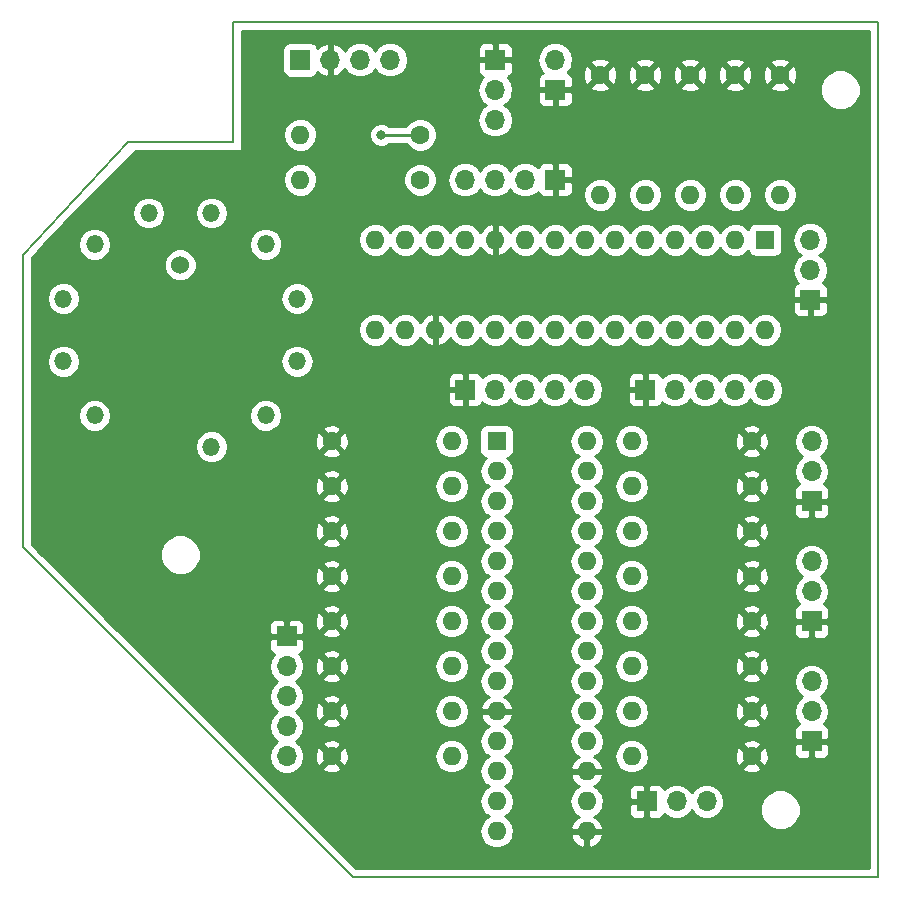
<source format=gbr>
G04 #@! TF.GenerationSoftware,KiCad,Pcbnew,(5.0.1)-4*
G04 #@! TF.CreationDate,2019-02-10T23:31:26-08:00*
G04 #@! TF.ProjectId,ThrottleControl,5468726F74746C65436F6E74726F6C2E,rev?*
G04 #@! TF.SameCoordinates,Original*
G04 #@! TF.FileFunction,Copper,L1,Top,Signal*
G04 #@! TF.FilePolarity,Positive*
%FSLAX46Y46*%
G04 Gerber Fmt 4.6, Leading zero omitted, Abs format (unit mm)*
G04 Created by KiCad (PCBNEW (5.0.1)-4) date 2/10/2019 11:31:26 PM*
%MOMM*%
%LPD*%
G01*
G04 APERTURE LIST*
G04 #@! TA.AperFunction,NonConductor*
%ADD10C,0.200000*%
G04 #@! TD*
G04 #@! TA.AperFunction,ComponentPad*
%ADD11R,1.700000X1.700000*%
G04 #@! TD*
G04 #@! TA.AperFunction,ComponentPad*
%ADD12O,1.700000X1.700000*%
G04 #@! TD*
G04 #@! TA.AperFunction,ComponentPad*
%ADD13O,1.600000X1.600000*%
G04 #@! TD*
G04 #@! TA.AperFunction,ComponentPad*
%ADD14C,1.600000*%
G04 #@! TD*
G04 #@! TA.AperFunction,ComponentPad*
%ADD15O,1.500000X1.500000*%
G04 #@! TD*
G04 #@! TA.AperFunction,ComponentPad*
%ADD16C,1.524000*%
G04 #@! TD*
G04 #@! TA.AperFunction,ComponentPad*
%ADD17R,1.600000X1.600000*%
G04 #@! TD*
G04 #@! TA.AperFunction,ViaPad*
%ADD18C,0.800000*%
G04 #@! TD*
G04 #@! TA.AperFunction,Conductor*
%ADD19C,0.250000*%
G04 #@! TD*
G04 #@! TA.AperFunction,Conductor*
%ADD20C,0.254000*%
G04 #@! TD*
G04 APERTURE END LIST*
D10*
X178435000Y-117475000D02*
X178435000Y-45085000D01*
X133985000Y-117475000D02*
X178435000Y-117475000D01*
X106045000Y-89535000D02*
X133985000Y-117475000D01*
X106045000Y-64770000D02*
X106045000Y-89535000D01*
X114935000Y-55245000D02*
X106045000Y-64770000D01*
X123825000Y-55245000D02*
X114935000Y-55245000D01*
X123825000Y-45085000D02*
X123825000Y-55245000D01*
X178435000Y-45085000D02*
X123825000Y-45085000D01*
D11*
G04 #@! TO.P,J7,1*
G04 #@! TO.N,Earth*
X151130000Y-58420000D03*
D12*
G04 #@! TO.P,J7,2*
G04 #@! TO.N,/UNa1*
X148590000Y-58420000D03*
G04 #@! TO.P,J7,3*
G04 #@! TO.N,/UNa2*
X146050000Y-58420000D03*
G04 #@! TO.P,J7,4*
G04 #@! TO.N,/UNa3*
X143510000Y-58420000D03*
G04 #@! TD*
G04 #@! TO.P,J2,3*
G04 #@! TO.N,/WRP2*
X172844536Y-90718480D03*
G04 #@! TO.P,J2,2*
G04 #@! TO.N,/WRP1*
X172844536Y-93258480D03*
D11*
G04 #@! TO.P,J2,1*
G04 #@! TO.N,Earth*
X172844536Y-95798480D03*
G04 #@! TD*
G04 #@! TO.P,J3,1*
G04 #@! TO.N,Earth*
X172844536Y-85638480D03*
D12*
G04 #@! TO.P,J3,2*
G04 #@! TO.N,/PWR1*
X172844536Y-83098480D03*
G04 #@! TO.P,J3,3*
G04 #@! TO.N,/PWR2*
X172844536Y-80558480D03*
G04 #@! TD*
D11*
G04 #@! TO.P,J4,1*
G04 #@! TO.N,Earth*
X172844536Y-105958480D03*
D12*
G04 #@! TO.P,J4,2*
G04 #@! TO.N,/CZ1*
X172844536Y-103418480D03*
G04 #@! TO.P,J4,3*
G04 #@! TO.N,/CZ2*
X172844536Y-100878480D03*
G04 #@! TD*
G04 #@! TO.P,J5,3*
G04 #@! TO.N,/VTR*
X163954536Y-111038480D03*
G04 #@! TO.P,J5,2*
G04 #@! TO.N,/VOR*
X161414536Y-111038480D03*
D11*
G04 #@! TO.P,J5,1*
G04 #@! TO.N,Earth*
X158874536Y-111038480D03*
G04 #@! TD*
G04 #@! TO.P,J6,1*
G04 #@! TO.N,Earth*
X128394536Y-97068480D03*
D12*
G04 #@! TO.P,J6,2*
G04 #@! TO.N,/Cam1*
X128394536Y-99608480D03*
G04 #@! TO.P,J6,3*
G04 #@! TO.N,/Cam2*
X128394536Y-102148480D03*
G04 #@! TO.P,J6,4*
G04 #@! TO.N,/Cam3*
X128394536Y-104688480D03*
G04 #@! TO.P,J6,5*
G04 #@! TO.N,/Cam4*
X128394536Y-107228480D03*
G04 #@! TD*
G04 #@! TO.P,J8,5*
G04 #@! TO.N,/UNb4*
X153670000Y-76200000D03*
G04 #@! TO.P,J8,4*
G04 #@! TO.N,/UNb3*
X151130000Y-76200000D03*
G04 #@! TO.P,J8,3*
G04 #@! TO.N,/UNb2*
X148590000Y-76200000D03*
G04 #@! TO.P,J8,2*
G04 #@! TO.N,/UNb1*
X146050000Y-76200000D03*
D11*
G04 #@! TO.P,J8,1*
G04 #@! TO.N,Earth*
X143510000Y-76200000D03*
G04 #@! TD*
G04 #@! TO.P,J9,1*
G04 #@! TO.N,Earth*
X158750000Y-76200000D03*
D12*
G04 #@! TO.P,J9,2*
G04 #@! TO.N,/UNc1*
X161290000Y-76200000D03*
G04 #@! TO.P,J9,3*
G04 #@! TO.N,/UNc2*
X163830000Y-76200000D03*
G04 #@! TO.P,J9,4*
G04 #@! TO.N,/UNc3*
X166370000Y-76200000D03*
G04 #@! TO.P,J9,5*
G04 #@! TO.N,/UNc4*
X168910000Y-76200000D03*
G04 #@! TD*
G04 #@! TO.P,J10,3*
G04 #@! TO.N,/Map*
X172720000Y-63500000D03*
G04 #@! TO.P,J10,2*
G04 #@! TO.N,/MpR*
X172720000Y-66040000D03*
D11*
G04 #@! TO.P,J10,1*
G04 #@! TO.N,Earth*
X172720000Y-68580000D03*
G04 #@! TD*
G04 #@! TO.P,J11,1*
G04 #@! TO.N,Earth*
X146050000Y-48260000D03*
D12*
G04 #@! TO.P,J11,2*
G04 #@! TO.N,/TSW1*
X146050000Y-50800000D03*
G04 #@! TO.P,J11,3*
G04 #@! TO.N,/TSW2*
X146050000Y-53340000D03*
G04 #@! TD*
D11*
G04 #@! TO.P,J12,1*
G04 #@! TO.N,Earth*
X151130000Y-50800000D03*
D12*
G04 #@! TO.P,J12,2*
G04 #@! TO.N,/WPC*
X151130000Y-48260000D03*
G04 #@! TD*
D13*
G04 #@! TO.P,R1,2*
G04 #@! TO.N,+5V*
X129540000Y-58420000D03*
D14*
G04 #@! TO.P,R1,1*
G04 #@! TO.N,/SCK*
X139700000Y-58420000D03*
G04 #@! TD*
G04 #@! TO.P,R2,1*
G04 #@! TO.N,/SDA*
X139700000Y-54610000D03*
D13*
G04 #@! TO.P,R2,2*
G04 #@! TO.N,+5V*
X129540000Y-54610000D03*
G04 #@! TD*
G04 #@! TO.P,R3,2*
G04 #@! TO.N,/TH75*
X142364536Y-80558480D03*
D14*
G04 #@! TO.P,R3,1*
G04 #@! TO.N,Earth*
X132204536Y-80558480D03*
G04 #@! TD*
G04 #@! TO.P,R4,1*
G04 #@! TO.N,Earth*
X132204536Y-84368480D03*
D13*
G04 #@! TO.P,R4,2*
G04 #@! TO.N,/TH50*
X142364536Y-84368480D03*
G04 #@! TD*
G04 #@! TO.P,R5,2*
G04 #@! TO.N,/TH25*
X142364536Y-88178480D03*
D14*
G04 #@! TO.P,R5,1*
G04 #@! TO.N,Earth*
X132204536Y-88178480D03*
G04 #@! TD*
G04 #@! TO.P,R6,1*
G04 #@! TO.N,Earth*
X132204536Y-91988480D03*
D13*
G04 #@! TO.P,R6,2*
G04 #@! TO.N,/TH0*
X142364536Y-91988480D03*
G04 #@! TD*
G04 #@! TO.P,R7,2*
G04 #@! TO.N,/Cam1*
X142364536Y-95798480D03*
D14*
G04 #@! TO.P,R7,1*
G04 #@! TO.N,Earth*
X132204536Y-95798480D03*
G04 #@! TD*
G04 #@! TO.P,R8,1*
G04 #@! TO.N,Earth*
X132204536Y-99608480D03*
D13*
G04 #@! TO.P,R8,2*
G04 #@! TO.N,/Cam2*
X142364536Y-99608480D03*
G04 #@! TD*
G04 #@! TO.P,R9,2*
G04 #@! TO.N,/Cam3*
X142364536Y-103418480D03*
D14*
G04 #@! TO.P,R9,1*
G04 #@! TO.N,Earth*
X132204536Y-103418480D03*
G04 #@! TD*
G04 #@! TO.P,R10,1*
G04 #@! TO.N,Earth*
X132204536Y-107228480D03*
D13*
G04 #@! TO.P,R10,2*
G04 #@! TO.N,/Cam4*
X142364536Y-107228480D03*
G04 #@! TD*
G04 #@! TO.P,R11,2*
G04 #@! TO.N,/VOR*
X157604536Y-107228480D03*
D14*
G04 #@! TO.P,R11,1*
G04 #@! TO.N,Earth*
X167764536Y-107228480D03*
G04 #@! TD*
G04 #@! TO.P,R12,1*
G04 #@! TO.N,Earth*
X167764536Y-103418480D03*
D13*
G04 #@! TO.P,R12,2*
G04 #@! TO.N,/VTR*
X157604536Y-103418480D03*
G04 #@! TD*
G04 #@! TO.P,R13,2*
G04 #@! TO.N,/CZ1*
X157604536Y-99608480D03*
D14*
G04 #@! TO.P,R13,1*
G04 #@! TO.N,Earth*
X167764536Y-99608480D03*
G04 #@! TD*
G04 #@! TO.P,R14,1*
G04 #@! TO.N,Earth*
X167764536Y-95798480D03*
D13*
G04 #@! TO.P,R14,2*
G04 #@! TO.N,/CZ2*
X157604536Y-95798480D03*
G04 #@! TD*
G04 #@! TO.P,R15,2*
G04 #@! TO.N,/WRP1*
X157604536Y-91988480D03*
D14*
G04 #@! TO.P,R15,1*
G04 #@! TO.N,Earth*
X167764536Y-91988480D03*
G04 #@! TD*
G04 #@! TO.P,R16,1*
G04 #@! TO.N,Earth*
X167764536Y-88178480D03*
D13*
G04 #@! TO.P,R16,2*
G04 #@! TO.N,/WRP2*
X157604536Y-88178480D03*
G04 #@! TD*
G04 #@! TO.P,R17,2*
G04 #@! TO.N,/PWR1*
X157604536Y-84368480D03*
D14*
G04 #@! TO.P,R17,1*
G04 #@! TO.N,Earth*
X167764536Y-84368480D03*
G04 #@! TD*
G04 #@! TO.P,R18,1*
G04 #@! TO.N,Earth*
X167764536Y-80558480D03*
D13*
G04 #@! TO.P,R18,2*
G04 #@! TO.N,/PWR2*
X157604536Y-80558480D03*
G04 #@! TD*
D14*
G04 #@! TO.P,R19,1*
G04 #@! TO.N,Earth*
X170180000Y-49530000D03*
D13*
G04 #@! TO.P,R19,2*
G04 #@! TO.N,/MpR*
X170180000Y-59690000D03*
G04 #@! TD*
G04 #@! TO.P,R20,2*
G04 #@! TO.N,/Map*
X166370000Y-59690000D03*
D14*
G04 #@! TO.P,R20,1*
G04 #@! TO.N,Earth*
X166370000Y-49530000D03*
G04 #@! TD*
G04 #@! TO.P,R21,1*
G04 #@! TO.N,Earth*
X162560000Y-49530000D03*
D13*
G04 #@! TO.P,R21,2*
G04 #@! TO.N,/TSW1*
X162560000Y-59690000D03*
G04 #@! TD*
D14*
G04 #@! TO.P,R22,1*
G04 #@! TO.N,Earth*
X158750000Y-49530000D03*
D13*
G04 #@! TO.P,R22,2*
G04 #@! TO.N,/TSW2*
X158750000Y-59690000D03*
G04 #@! TD*
G04 #@! TO.P,R23,2*
G04 #@! TO.N,/WPC*
X154940000Y-59690000D03*
D14*
G04 #@! TO.P,R23,1*
G04 #@! TO.N,Earth*
X154940000Y-49530000D03*
G04 #@! TD*
D15*
G04 #@! TO.P,SW1,6*
G04 #@! TO.N,Net-(SW1-Pad6)*
X122032895Y-61219261D03*
G04 #@! TO.P,SW1,7*
G04 #@! TO.N,Net-(SW1-Pad7)*
X126627844Y-63872156D03*
G04 #@! TO.P,SW1,8*
G04 #@! TO.N,Net-(SW1-Pad8)*
X129280739Y-68467105D03*
G04 #@! TO.P,SW1,9*
G04 #@! TO.N,Net-(SW1-Pad9)*
X129280739Y-73772895D03*
G04 #@! TO.P,SW1,10*
G04 #@! TO.N,Net-(SW1-Pad10)*
X126627844Y-78367844D03*
G04 #@! TO.P,SW1,11*
G04 #@! TO.N,Net-(SW1-Pad11)*
X122032895Y-81020739D03*
G04 #@! TO.P,SW1,1*
G04 #@! TO.N,/TH0*
X112132156Y-78367844D03*
G04 #@! TO.P,SW1,2*
G04 #@! TO.N,/TH25*
X109479261Y-73772895D03*
G04 #@! TO.P,SW1,3*
G04 #@! TO.N,/TH50*
X109479261Y-68467105D03*
G04 #@! TO.P,SW1,4*
G04 #@! TO.N,/TH75*
X112132156Y-63872156D03*
G04 #@! TO.P,SW1,5*
G04 #@! TO.N,Net-(SW1-Pad5)*
X116727105Y-61219261D03*
D16*
G04 #@! TO.P,SW1,13*
G04 #@! TO.N,+5V*
X119380000Y-65620000D03*
G04 #@! TD*
D17*
G04 #@! TO.P,U1,1*
G04 #@! TO.N,/TH75*
X146174536Y-80558480D03*
D13*
G04 #@! TO.P,U1,15*
G04 #@! TO.N,Earth*
X153794536Y-113578480D03*
G04 #@! TO.P,U1,2*
G04 #@! TO.N,/TH50*
X146174536Y-83098480D03*
G04 #@! TO.P,U1,16*
G04 #@! TO.N,+5V*
X153794536Y-111038480D03*
G04 #@! TO.P,U1,3*
G04 #@! TO.N,/TH25*
X146174536Y-85638480D03*
G04 #@! TO.P,U1,17*
G04 #@! TO.N,Earth*
X153794536Y-108498480D03*
G04 #@! TO.P,U1,4*
G04 #@! TO.N,/TH0*
X146174536Y-88178480D03*
G04 #@! TO.P,U1,18*
G04 #@! TO.N,+5V*
X153794536Y-105958480D03*
G04 #@! TO.P,U1,5*
G04 #@! TO.N,/Cam1*
X146174536Y-90718480D03*
G04 #@! TO.P,U1,19*
G04 #@! TO.N,Net-(U1-Pad19)*
X153794536Y-103418480D03*
G04 #@! TO.P,U1,6*
G04 #@! TO.N,/Cam2*
X146174536Y-93258480D03*
G04 #@! TO.P,U1,20*
G04 #@! TO.N,Net-(U1-Pad20)*
X153794536Y-100878480D03*
G04 #@! TO.P,U1,7*
G04 #@! TO.N,/Cam3*
X146174536Y-95798480D03*
G04 #@! TO.P,U1,21*
G04 #@! TO.N,/VOR*
X153794536Y-98338480D03*
G04 #@! TO.P,U1,8*
G04 #@! TO.N,/Cam4*
X146174536Y-98338480D03*
G04 #@! TO.P,U1,22*
G04 #@! TO.N,/VTR*
X153794536Y-95798480D03*
G04 #@! TO.P,U1,9*
G04 #@! TO.N,+5V*
X146174536Y-100878480D03*
G04 #@! TO.P,U1,23*
G04 #@! TO.N,/CZ1*
X153794536Y-93258480D03*
G04 #@! TO.P,U1,10*
G04 #@! TO.N,Earth*
X146174536Y-103418480D03*
G04 #@! TO.P,U1,24*
G04 #@! TO.N,/CZ2*
X153794536Y-90718480D03*
G04 #@! TO.P,U1,11*
G04 #@! TO.N,Net-(U1-Pad11)*
X146174536Y-105958480D03*
G04 #@! TO.P,U1,25*
G04 #@! TO.N,/WRP1*
X153794536Y-88178480D03*
G04 #@! TO.P,U1,12*
G04 #@! TO.N,/SCK*
X146174536Y-108498480D03*
G04 #@! TO.P,U1,26*
G04 #@! TO.N,/WRP2*
X153794536Y-85638480D03*
G04 #@! TO.P,U1,13*
G04 #@! TO.N,/SDA*
X146174536Y-111038480D03*
G04 #@! TO.P,U1,27*
G04 #@! TO.N,/PWR1*
X153794536Y-83098480D03*
G04 #@! TO.P,U1,14*
G04 #@! TO.N,Net-(U1-Pad14)*
X146174536Y-113578480D03*
G04 #@! TO.P,U1,28*
G04 #@! TO.N,/PWR2*
X153794536Y-80558480D03*
G04 #@! TD*
G04 #@! TO.P,U2,28*
G04 #@! TO.N,/UNc4*
X168910000Y-71120000D03*
G04 #@! TO.P,U2,14*
G04 #@! TO.N,Net-(U2-Pad14)*
X135890000Y-63500000D03*
G04 #@! TO.P,U2,27*
G04 #@! TO.N,/UNc3*
X166370000Y-71120000D03*
G04 #@! TO.P,U2,13*
G04 #@! TO.N,/SDA*
X138430000Y-63500000D03*
G04 #@! TO.P,U2,26*
G04 #@! TO.N,/UNc2*
X163830000Y-71120000D03*
G04 #@! TO.P,U2,12*
G04 #@! TO.N,/SCK*
X140970000Y-63500000D03*
G04 #@! TO.P,U2,25*
G04 #@! TO.N,/UNc1*
X161290000Y-71120000D03*
G04 #@! TO.P,U2,11*
G04 #@! TO.N,Net-(U2-Pad11)*
X143510000Y-63500000D03*
G04 #@! TO.P,U2,24*
G04 #@! TO.N,/UNb4*
X158750000Y-71120000D03*
G04 #@! TO.P,U2,10*
G04 #@! TO.N,Earth*
X146050000Y-63500000D03*
G04 #@! TO.P,U2,23*
G04 #@! TO.N,/UNb3*
X156210000Y-71120000D03*
G04 #@! TO.P,U2,9*
G04 #@! TO.N,+5V*
X148590000Y-63500000D03*
G04 #@! TO.P,U2,22*
G04 #@! TO.N,/UNb2*
X153670000Y-71120000D03*
G04 #@! TO.P,U2,8*
G04 #@! TO.N,/UNa3*
X151130000Y-63500000D03*
G04 #@! TO.P,U2,21*
G04 #@! TO.N,/UNb1*
X151130000Y-71120000D03*
G04 #@! TO.P,U2,7*
G04 #@! TO.N,/UNa2*
X153670000Y-63500000D03*
G04 #@! TO.P,U2,20*
G04 #@! TO.N,Net-(U2-Pad20)*
X148590000Y-71120000D03*
G04 #@! TO.P,U2,6*
G04 #@! TO.N,/UNa1*
X156210000Y-63500000D03*
G04 #@! TO.P,U2,19*
G04 #@! TO.N,Net-(U2-Pad19)*
X146050000Y-71120000D03*
G04 #@! TO.P,U2,5*
G04 #@! TO.N,/WPC*
X158750000Y-63500000D03*
G04 #@! TO.P,U2,18*
G04 #@! TO.N,+5V*
X143510000Y-71120000D03*
G04 #@! TO.P,U2,4*
G04 #@! TO.N,/TSW2*
X161290000Y-63500000D03*
G04 #@! TO.P,U2,17*
G04 #@! TO.N,Earth*
X140970000Y-71120000D03*
G04 #@! TO.P,U2,3*
G04 #@! TO.N,/TSW1*
X163830000Y-63500000D03*
G04 #@! TO.P,U2,16*
G04 #@! TO.N,+5V*
X138430000Y-71120000D03*
G04 #@! TO.P,U2,2*
G04 #@! TO.N,/Map*
X166370000Y-63500000D03*
G04 #@! TO.P,U2,15*
G04 #@! TO.N,+5V*
X135890000Y-71120000D03*
D17*
G04 #@! TO.P,U2,1*
G04 #@! TO.N,/MpR*
X168910000Y-63500000D03*
G04 #@! TD*
D11*
G04 #@! TO.P,J1,1*
G04 #@! TO.N,+5V*
X129540000Y-48260000D03*
D12*
G04 #@! TO.P,J1,2*
G04 #@! TO.N,Earth*
X132080000Y-48260000D03*
G04 #@! TO.P,J1,3*
G04 #@! TO.N,/SCK*
X134620000Y-48260000D03*
G04 #@! TO.P,J1,4*
G04 #@! TO.N,/SDA*
X137160000Y-48260000D03*
G04 #@! TD*
D18*
G04 #@! TO.N,/SDA*
X136398000Y-54610000D03*
G04 #@! TD*
D19*
G04 #@! TO.N,/SDA*
X136398000Y-54610000D02*
X139700000Y-54610000D01*
G04 #@! TD*
D20*
G04 #@! TO.N,Earth*
G36*
X177673000Y-116713000D02*
X134262447Y-116713000D01*
X117157927Y-99608480D01*
X126880444Y-99608480D01*
X126995697Y-100187898D01*
X127323911Y-100679105D01*
X127622297Y-100878480D01*
X127323911Y-101077855D01*
X126995697Y-101569062D01*
X126880444Y-102148480D01*
X126995697Y-102727898D01*
X127323911Y-103219105D01*
X127622297Y-103418480D01*
X127323911Y-103617855D01*
X126995697Y-104109062D01*
X126880444Y-104688480D01*
X126995697Y-105267898D01*
X127323911Y-105759105D01*
X127622297Y-105958480D01*
X127323911Y-106157855D01*
X126995697Y-106649062D01*
X126880444Y-107228480D01*
X126995697Y-107807898D01*
X127323911Y-108299105D01*
X127815118Y-108627319D01*
X128248280Y-108713480D01*
X128540792Y-108713480D01*
X128973954Y-108627319D01*
X129465161Y-108299105D01*
X129507176Y-108236225D01*
X131376397Y-108236225D01*
X131450531Y-108482344D01*
X131987759Y-108675445D01*
X132557990Y-108648258D01*
X132958541Y-108482344D01*
X133032675Y-108236225D01*
X132204536Y-107408085D01*
X131376397Y-108236225D01*
X129507176Y-108236225D01*
X129793375Y-107807898D01*
X129908628Y-107228480D01*
X129865509Y-107011703D01*
X130757571Y-107011703D01*
X130784758Y-107581934D01*
X130950672Y-107982485D01*
X131196791Y-108056619D01*
X132024931Y-107228480D01*
X132384141Y-107228480D01*
X133212281Y-108056619D01*
X133458400Y-107982485D01*
X133651501Y-107445257D01*
X133641166Y-107228480D01*
X140901423Y-107228480D01*
X141012796Y-107788389D01*
X141329959Y-108263057D01*
X141804627Y-108580220D01*
X142223203Y-108663480D01*
X142505869Y-108663480D01*
X142924445Y-108580220D01*
X143399113Y-108263057D01*
X143716276Y-107788389D01*
X143827649Y-107228480D01*
X143716276Y-106668571D01*
X143399113Y-106193903D01*
X143046778Y-105958480D01*
X144711423Y-105958480D01*
X144822796Y-106518389D01*
X145139959Y-106993057D01*
X145492294Y-107228480D01*
X145139959Y-107463903D01*
X144822796Y-107938571D01*
X144711423Y-108498480D01*
X144822796Y-109058389D01*
X145139959Y-109533057D01*
X145492294Y-109768480D01*
X145139959Y-110003903D01*
X144822796Y-110478571D01*
X144711423Y-111038480D01*
X144822796Y-111598389D01*
X145139959Y-112073057D01*
X145492294Y-112308480D01*
X145139959Y-112543903D01*
X144822796Y-113018571D01*
X144711423Y-113578480D01*
X144822796Y-114138389D01*
X145139959Y-114613057D01*
X145614627Y-114930220D01*
X146033203Y-115013480D01*
X146315869Y-115013480D01*
X146734445Y-114930220D01*
X147209113Y-114613057D01*
X147526276Y-114138389D01*
X147568220Y-113927519D01*
X152402632Y-113927519D01*
X152563495Y-114315903D01*
X152939402Y-114730869D01*
X153445495Y-114970394D01*
X153667536Y-114849109D01*
X153667536Y-113705480D01*
X153921536Y-113705480D01*
X153921536Y-114849109D01*
X154143577Y-114970394D01*
X154649670Y-114730869D01*
X155025577Y-114315903D01*
X155186440Y-113927519D01*
X155064451Y-113705480D01*
X153921536Y-113705480D01*
X153667536Y-113705480D01*
X152524621Y-113705480D01*
X152402632Y-113927519D01*
X147568220Y-113927519D01*
X147637649Y-113578480D01*
X147526276Y-113018571D01*
X147209113Y-112543903D01*
X146856778Y-112308480D01*
X147209113Y-112073057D01*
X147526276Y-111598389D01*
X147637649Y-111038480D01*
X152331423Y-111038480D01*
X152442796Y-111598389D01*
X152759959Y-112073057D01*
X153143644Y-112329427D01*
X152939402Y-112426091D01*
X152563495Y-112841057D01*
X152402632Y-113229441D01*
X152524621Y-113451480D01*
X153667536Y-113451480D01*
X153667536Y-113431480D01*
X153921536Y-113431480D01*
X153921536Y-113451480D01*
X155064451Y-113451480D01*
X155186440Y-113229441D01*
X155025577Y-112841057D01*
X154649670Y-112426091D01*
X154445428Y-112329427D01*
X154829113Y-112073057D01*
X155146276Y-111598389D01*
X155200809Y-111324230D01*
X157389536Y-111324230D01*
X157389536Y-112014789D01*
X157486209Y-112248178D01*
X157664837Y-112426807D01*
X157898226Y-112523480D01*
X158588786Y-112523480D01*
X158747536Y-112364730D01*
X158747536Y-111165480D01*
X157548286Y-111165480D01*
X157389536Y-111324230D01*
X155200809Y-111324230D01*
X155257649Y-111038480D01*
X155146276Y-110478571D01*
X154868047Y-110062171D01*
X157389536Y-110062171D01*
X157389536Y-110752730D01*
X157548286Y-110911480D01*
X158747536Y-110911480D01*
X158747536Y-109712230D01*
X159001536Y-109712230D01*
X159001536Y-110911480D01*
X159021536Y-110911480D01*
X159021536Y-111165480D01*
X159001536Y-111165480D01*
X159001536Y-112364730D01*
X159160286Y-112523480D01*
X159850846Y-112523480D01*
X160084235Y-112426807D01*
X160262863Y-112248178D01*
X160329440Y-112087447D01*
X160343911Y-112109105D01*
X160835118Y-112437319D01*
X161268280Y-112523480D01*
X161560792Y-112523480D01*
X161993954Y-112437319D01*
X162485161Y-112109105D01*
X162684536Y-111810719D01*
X162883911Y-112109105D01*
X163375118Y-112437319D01*
X163808280Y-112523480D01*
X164100792Y-112523480D01*
X164533954Y-112437319D01*
X165025161Y-112109105D01*
X165353375Y-111617898D01*
X165393756Y-111414887D01*
X168445000Y-111414887D01*
X168445000Y-112105113D01*
X168709138Y-112742799D01*
X169197201Y-113230862D01*
X169834887Y-113495000D01*
X170525113Y-113495000D01*
X171162799Y-113230862D01*
X171650862Y-112742799D01*
X171915000Y-112105113D01*
X171915000Y-111414887D01*
X171650862Y-110777201D01*
X171162799Y-110289138D01*
X170525113Y-110025000D01*
X169834887Y-110025000D01*
X169197201Y-110289138D01*
X168709138Y-110777201D01*
X168445000Y-111414887D01*
X165393756Y-111414887D01*
X165468628Y-111038480D01*
X165353375Y-110459062D01*
X165025161Y-109967855D01*
X164533954Y-109639641D01*
X164100792Y-109553480D01*
X163808280Y-109553480D01*
X163375118Y-109639641D01*
X162883911Y-109967855D01*
X162684536Y-110266241D01*
X162485161Y-109967855D01*
X161993954Y-109639641D01*
X161560792Y-109553480D01*
X161268280Y-109553480D01*
X160835118Y-109639641D01*
X160343911Y-109967855D01*
X160329440Y-109989513D01*
X160262863Y-109828782D01*
X160084235Y-109650153D01*
X159850846Y-109553480D01*
X159160286Y-109553480D01*
X159001536Y-109712230D01*
X158747536Y-109712230D01*
X158588786Y-109553480D01*
X157898226Y-109553480D01*
X157664837Y-109650153D01*
X157486209Y-109828782D01*
X157389536Y-110062171D01*
X154868047Y-110062171D01*
X154829113Y-110003903D01*
X154445428Y-109747533D01*
X154649670Y-109650869D01*
X155025577Y-109235903D01*
X155186440Y-108847519D01*
X155064451Y-108625480D01*
X153921536Y-108625480D01*
X153921536Y-108645480D01*
X153667536Y-108645480D01*
X153667536Y-108625480D01*
X152524621Y-108625480D01*
X152402632Y-108847519D01*
X152563495Y-109235903D01*
X152939402Y-109650869D01*
X153143644Y-109747533D01*
X152759959Y-110003903D01*
X152442796Y-110478571D01*
X152331423Y-111038480D01*
X147637649Y-111038480D01*
X147526276Y-110478571D01*
X147209113Y-110003903D01*
X146856778Y-109768480D01*
X147209113Y-109533057D01*
X147526276Y-109058389D01*
X147637649Y-108498480D01*
X147526276Y-107938571D01*
X147209113Y-107463903D01*
X146856778Y-107228480D01*
X147209113Y-106993057D01*
X147526276Y-106518389D01*
X147637649Y-105958480D01*
X147526276Y-105398571D01*
X147209113Y-104923903D01*
X146825428Y-104667533D01*
X147029670Y-104570869D01*
X147405577Y-104155903D01*
X147566440Y-103767519D01*
X147444451Y-103545480D01*
X146301536Y-103545480D01*
X146301536Y-103565480D01*
X146047536Y-103565480D01*
X146047536Y-103545480D01*
X144904621Y-103545480D01*
X144782632Y-103767519D01*
X144943495Y-104155903D01*
X145319402Y-104570869D01*
X145523644Y-104667533D01*
X145139959Y-104923903D01*
X144822796Y-105398571D01*
X144711423Y-105958480D01*
X143046778Y-105958480D01*
X142924445Y-105876740D01*
X142505869Y-105793480D01*
X142223203Y-105793480D01*
X141804627Y-105876740D01*
X141329959Y-106193903D01*
X141012796Y-106668571D01*
X140901423Y-107228480D01*
X133641166Y-107228480D01*
X133624314Y-106875026D01*
X133458400Y-106474475D01*
X133212281Y-106400341D01*
X132384141Y-107228480D01*
X132024931Y-107228480D01*
X131196791Y-106400341D01*
X130950672Y-106474475D01*
X130757571Y-107011703D01*
X129865509Y-107011703D01*
X129793375Y-106649062D01*
X129507177Y-106220735D01*
X131376397Y-106220735D01*
X132204536Y-107048875D01*
X133032675Y-106220735D01*
X132958541Y-105974616D01*
X132421313Y-105781515D01*
X131851082Y-105808702D01*
X131450531Y-105974616D01*
X131376397Y-106220735D01*
X129507177Y-106220735D01*
X129465161Y-106157855D01*
X129166775Y-105958480D01*
X129465161Y-105759105D01*
X129793375Y-105267898D01*
X129908628Y-104688480D01*
X129856463Y-104426225D01*
X131376397Y-104426225D01*
X131450531Y-104672344D01*
X131987759Y-104865445D01*
X132557990Y-104838258D01*
X132958541Y-104672344D01*
X133032675Y-104426225D01*
X132204536Y-103598085D01*
X131376397Y-104426225D01*
X129856463Y-104426225D01*
X129793375Y-104109062D01*
X129465161Y-103617855D01*
X129166775Y-103418480D01*
X129465161Y-103219105D01*
X129476788Y-103201703D01*
X130757571Y-103201703D01*
X130784758Y-103771934D01*
X130950672Y-104172485D01*
X131196791Y-104246619D01*
X132024931Y-103418480D01*
X132384141Y-103418480D01*
X133212281Y-104246619D01*
X133458400Y-104172485D01*
X133651501Y-103635257D01*
X133641166Y-103418480D01*
X140901423Y-103418480D01*
X141012796Y-103978389D01*
X141329959Y-104453057D01*
X141804627Y-104770220D01*
X142223203Y-104853480D01*
X142505869Y-104853480D01*
X142924445Y-104770220D01*
X143399113Y-104453057D01*
X143716276Y-103978389D01*
X143827649Y-103418480D01*
X143716276Y-102858571D01*
X143399113Y-102383903D01*
X142924445Y-102066740D01*
X142505869Y-101983480D01*
X142223203Y-101983480D01*
X141804627Y-102066740D01*
X141329959Y-102383903D01*
X141012796Y-102858571D01*
X140901423Y-103418480D01*
X133641166Y-103418480D01*
X133624314Y-103065026D01*
X133458400Y-102664475D01*
X133212281Y-102590341D01*
X132384141Y-103418480D01*
X132024931Y-103418480D01*
X131196791Y-102590341D01*
X130950672Y-102664475D01*
X130757571Y-103201703D01*
X129476788Y-103201703D01*
X129793375Y-102727898D01*
X129856462Y-102410735D01*
X131376397Y-102410735D01*
X132204536Y-103238875D01*
X133032675Y-102410735D01*
X132958541Y-102164616D01*
X132421313Y-101971515D01*
X131851082Y-101998702D01*
X131450531Y-102164616D01*
X131376397Y-102410735D01*
X129856462Y-102410735D01*
X129908628Y-102148480D01*
X129793375Y-101569062D01*
X129465161Y-101077855D01*
X129166775Y-100878480D01*
X129465161Y-100679105D01*
X129507176Y-100616225D01*
X131376397Y-100616225D01*
X131450531Y-100862344D01*
X131987759Y-101055445D01*
X132557990Y-101028258D01*
X132958541Y-100862344D01*
X133032675Y-100616225D01*
X132204536Y-99788085D01*
X131376397Y-100616225D01*
X129507176Y-100616225D01*
X129793375Y-100187898D01*
X129908628Y-99608480D01*
X129865509Y-99391703D01*
X130757571Y-99391703D01*
X130784758Y-99961934D01*
X130950672Y-100362485D01*
X131196791Y-100436619D01*
X132024931Y-99608480D01*
X132384141Y-99608480D01*
X133212281Y-100436619D01*
X133458400Y-100362485D01*
X133651501Y-99825257D01*
X133641166Y-99608480D01*
X140901423Y-99608480D01*
X141012796Y-100168389D01*
X141329959Y-100643057D01*
X141804627Y-100960220D01*
X142223203Y-101043480D01*
X142505869Y-101043480D01*
X142924445Y-100960220D01*
X143399113Y-100643057D01*
X143716276Y-100168389D01*
X143827649Y-99608480D01*
X143716276Y-99048571D01*
X143399113Y-98573903D01*
X142924445Y-98256740D01*
X142505869Y-98173480D01*
X142223203Y-98173480D01*
X141804627Y-98256740D01*
X141329959Y-98573903D01*
X141012796Y-99048571D01*
X140901423Y-99608480D01*
X133641166Y-99608480D01*
X133624314Y-99255026D01*
X133458400Y-98854475D01*
X133212281Y-98780341D01*
X132384141Y-99608480D01*
X132024931Y-99608480D01*
X131196791Y-98780341D01*
X130950672Y-98854475D01*
X130757571Y-99391703D01*
X129865509Y-99391703D01*
X129793375Y-99029062D01*
X129507177Y-98600735D01*
X131376397Y-98600735D01*
X132204536Y-99428875D01*
X133032675Y-98600735D01*
X132958541Y-98354616D01*
X132421313Y-98161515D01*
X131851082Y-98188702D01*
X131450531Y-98354616D01*
X131376397Y-98600735D01*
X129507177Y-98600735D01*
X129465161Y-98537855D01*
X129443503Y-98523384D01*
X129604234Y-98456807D01*
X129782863Y-98278179D01*
X129879536Y-98044790D01*
X129879536Y-97354230D01*
X129720786Y-97195480D01*
X128521536Y-97195480D01*
X128521536Y-97215480D01*
X128267536Y-97215480D01*
X128267536Y-97195480D01*
X127068286Y-97195480D01*
X126909536Y-97354230D01*
X126909536Y-98044790D01*
X127006209Y-98278179D01*
X127184838Y-98456807D01*
X127345569Y-98523384D01*
X127323911Y-98537855D01*
X126995697Y-99029062D01*
X126880444Y-99608480D01*
X117157927Y-99608480D01*
X113641617Y-96092170D01*
X126909536Y-96092170D01*
X126909536Y-96782730D01*
X127068286Y-96941480D01*
X128267536Y-96941480D01*
X128267536Y-95742230D01*
X128521536Y-95742230D01*
X128521536Y-96941480D01*
X129720786Y-96941480D01*
X129856041Y-96806225D01*
X131376397Y-96806225D01*
X131450531Y-97052344D01*
X131987759Y-97245445D01*
X132557990Y-97218258D01*
X132958541Y-97052344D01*
X133032675Y-96806225D01*
X132204536Y-95978085D01*
X131376397Y-96806225D01*
X129856041Y-96806225D01*
X129879536Y-96782730D01*
X129879536Y-96092170D01*
X129782863Y-95858781D01*
X129604234Y-95680153D01*
X129370845Y-95583480D01*
X128680286Y-95583480D01*
X128521536Y-95742230D01*
X128267536Y-95742230D01*
X128108786Y-95583480D01*
X127418227Y-95583480D01*
X127184838Y-95680153D01*
X127006209Y-95858781D01*
X126909536Y-96092170D01*
X113641617Y-96092170D01*
X113131150Y-95581703D01*
X130757571Y-95581703D01*
X130784758Y-96151934D01*
X130950672Y-96552485D01*
X131196791Y-96626619D01*
X132024931Y-95798480D01*
X132384141Y-95798480D01*
X133212281Y-96626619D01*
X133458400Y-96552485D01*
X133651501Y-96015257D01*
X133641166Y-95798480D01*
X140901423Y-95798480D01*
X141012796Y-96358389D01*
X141329959Y-96833057D01*
X141804627Y-97150220D01*
X142223203Y-97233480D01*
X142505869Y-97233480D01*
X142924445Y-97150220D01*
X143399113Y-96833057D01*
X143716276Y-96358389D01*
X143827649Y-95798480D01*
X143716276Y-95238571D01*
X143399113Y-94763903D01*
X142924445Y-94446740D01*
X142505869Y-94363480D01*
X142223203Y-94363480D01*
X141804627Y-94446740D01*
X141329959Y-94763903D01*
X141012796Y-95238571D01*
X140901423Y-95798480D01*
X133641166Y-95798480D01*
X133624314Y-95445026D01*
X133458400Y-95044475D01*
X133212281Y-94970341D01*
X132384141Y-95798480D01*
X132024931Y-95798480D01*
X131196791Y-94970341D01*
X130950672Y-95044475D01*
X130757571Y-95581703D01*
X113131150Y-95581703D01*
X112340182Y-94790735D01*
X131376397Y-94790735D01*
X132204536Y-95618875D01*
X133032675Y-94790735D01*
X132958541Y-94544616D01*
X132421313Y-94351515D01*
X131851082Y-94378702D01*
X131450531Y-94544616D01*
X131376397Y-94790735D01*
X112340182Y-94790735D01*
X110545672Y-92996225D01*
X131376397Y-92996225D01*
X131450531Y-93242344D01*
X131987759Y-93435445D01*
X132557990Y-93408258D01*
X132958541Y-93242344D01*
X133032675Y-92996225D01*
X132204536Y-92168085D01*
X131376397Y-92996225D01*
X110545672Y-92996225D01*
X107374334Y-89824887D01*
X117645000Y-89824887D01*
X117645000Y-90515113D01*
X117909138Y-91152799D01*
X118397201Y-91640862D01*
X119034887Y-91905000D01*
X119725113Y-91905000D01*
X120046920Y-91771703D01*
X130757571Y-91771703D01*
X130784758Y-92341934D01*
X130950672Y-92742485D01*
X131196791Y-92816619D01*
X132024931Y-91988480D01*
X132384141Y-91988480D01*
X133212281Y-92816619D01*
X133458400Y-92742485D01*
X133651501Y-92205257D01*
X133641166Y-91988480D01*
X140901423Y-91988480D01*
X141012796Y-92548389D01*
X141329959Y-93023057D01*
X141804627Y-93340220D01*
X142223203Y-93423480D01*
X142505869Y-93423480D01*
X142924445Y-93340220D01*
X143399113Y-93023057D01*
X143716276Y-92548389D01*
X143827649Y-91988480D01*
X143716276Y-91428571D01*
X143399113Y-90953903D01*
X142924445Y-90636740D01*
X142505869Y-90553480D01*
X142223203Y-90553480D01*
X141804627Y-90636740D01*
X141329959Y-90953903D01*
X141012796Y-91428571D01*
X140901423Y-91988480D01*
X133641166Y-91988480D01*
X133624314Y-91635026D01*
X133458400Y-91234475D01*
X133212281Y-91160341D01*
X132384141Y-91988480D01*
X132024931Y-91988480D01*
X131196791Y-91160341D01*
X130950672Y-91234475D01*
X130757571Y-91771703D01*
X120046920Y-91771703D01*
X120362799Y-91640862D01*
X120850862Y-91152799D01*
X120922133Y-90980735D01*
X131376397Y-90980735D01*
X132204536Y-91808875D01*
X133032675Y-90980735D01*
X132958541Y-90734616D01*
X132421313Y-90541515D01*
X131851082Y-90568702D01*
X131450531Y-90734616D01*
X131376397Y-90980735D01*
X120922133Y-90980735D01*
X121115000Y-90515113D01*
X121115000Y-89824887D01*
X120850862Y-89187201D01*
X120849886Y-89186225D01*
X131376397Y-89186225D01*
X131450531Y-89432344D01*
X131987759Y-89625445D01*
X132557990Y-89598258D01*
X132958541Y-89432344D01*
X133032675Y-89186225D01*
X132204536Y-88358085D01*
X131376397Y-89186225D01*
X120849886Y-89186225D01*
X120362799Y-88699138D01*
X119725113Y-88435000D01*
X119034887Y-88435000D01*
X118397201Y-88699138D01*
X117909138Y-89187201D01*
X117645000Y-89824887D01*
X107374334Y-89824887D01*
X106807000Y-89257554D01*
X106807000Y-87961703D01*
X130757571Y-87961703D01*
X130784758Y-88531934D01*
X130950672Y-88932485D01*
X131196791Y-89006619D01*
X132024931Y-88178480D01*
X132384141Y-88178480D01*
X133212281Y-89006619D01*
X133458400Y-88932485D01*
X133651501Y-88395257D01*
X133641166Y-88178480D01*
X140901423Y-88178480D01*
X141012796Y-88738389D01*
X141329959Y-89213057D01*
X141804627Y-89530220D01*
X142223203Y-89613480D01*
X142505869Y-89613480D01*
X142924445Y-89530220D01*
X143399113Y-89213057D01*
X143716276Y-88738389D01*
X143827649Y-88178480D01*
X143716276Y-87618571D01*
X143399113Y-87143903D01*
X142924445Y-86826740D01*
X142505869Y-86743480D01*
X142223203Y-86743480D01*
X141804627Y-86826740D01*
X141329959Y-87143903D01*
X141012796Y-87618571D01*
X140901423Y-88178480D01*
X133641166Y-88178480D01*
X133624314Y-87825026D01*
X133458400Y-87424475D01*
X133212281Y-87350341D01*
X132384141Y-88178480D01*
X132024931Y-88178480D01*
X131196791Y-87350341D01*
X130950672Y-87424475D01*
X130757571Y-87961703D01*
X106807000Y-87961703D01*
X106807000Y-87170735D01*
X131376397Y-87170735D01*
X132204536Y-87998875D01*
X133032675Y-87170735D01*
X132958541Y-86924616D01*
X132421313Y-86731515D01*
X131851082Y-86758702D01*
X131450531Y-86924616D01*
X131376397Y-87170735D01*
X106807000Y-87170735D01*
X106807000Y-85376225D01*
X131376397Y-85376225D01*
X131450531Y-85622344D01*
X131987759Y-85815445D01*
X132557990Y-85788258D01*
X132958541Y-85622344D01*
X133032675Y-85376225D01*
X132204536Y-84548085D01*
X131376397Y-85376225D01*
X106807000Y-85376225D01*
X106807000Y-84151703D01*
X130757571Y-84151703D01*
X130784758Y-84721934D01*
X130950672Y-85122485D01*
X131196791Y-85196619D01*
X132024931Y-84368480D01*
X132384141Y-84368480D01*
X133212281Y-85196619D01*
X133458400Y-85122485D01*
X133651501Y-84585257D01*
X133641166Y-84368480D01*
X140901423Y-84368480D01*
X141012796Y-84928389D01*
X141329959Y-85403057D01*
X141804627Y-85720220D01*
X142223203Y-85803480D01*
X142505869Y-85803480D01*
X142924445Y-85720220D01*
X143399113Y-85403057D01*
X143716276Y-84928389D01*
X143827649Y-84368480D01*
X143716276Y-83808571D01*
X143399113Y-83333903D01*
X143046778Y-83098480D01*
X144711423Y-83098480D01*
X144822796Y-83658389D01*
X145139959Y-84133057D01*
X145492294Y-84368480D01*
X145139959Y-84603903D01*
X144822796Y-85078571D01*
X144711423Y-85638480D01*
X144822796Y-86198389D01*
X145139959Y-86673057D01*
X145492294Y-86908480D01*
X145139959Y-87143903D01*
X144822796Y-87618571D01*
X144711423Y-88178480D01*
X144822796Y-88738389D01*
X145139959Y-89213057D01*
X145492294Y-89448480D01*
X145139959Y-89683903D01*
X144822796Y-90158571D01*
X144711423Y-90718480D01*
X144822796Y-91278389D01*
X145139959Y-91753057D01*
X145492294Y-91988480D01*
X145139959Y-92223903D01*
X144822796Y-92698571D01*
X144711423Y-93258480D01*
X144822796Y-93818389D01*
X145139959Y-94293057D01*
X145492294Y-94528480D01*
X145139959Y-94763903D01*
X144822796Y-95238571D01*
X144711423Y-95798480D01*
X144822796Y-96358389D01*
X145139959Y-96833057D01*
X145492294Y-97068480D01*
X145139959Y-97303903D01*
X144822796Y-97778571D01*
X144711423Y-98338480D01*
X144822796Y-98898389D01*
X145139959Y-99373057D01*
X145492294Y-99608480D01*
X145139959Y-99843903D01*
X144822796Y-100318571D01*
X144711423Y-100878480D01*
X144822796Y-101438389D01*
X145139959Y-101913057D01*
X145523644Y-102169427D01*
X145319402Y-102266091D01*
X144943495Y-102681057D01*
X144782632Y-103069441D01*
X144904621Y-103291480D01*
X146047536Y-103291480D01*
X146047536Y-103271480D01*
X146301536Y-103271480D01*
X146301536Y-103291480D01*
X147444451Y-103291480D01*
X147566440Y-103069441D01*
X147405577Y-102681057D01*
X147029670Y-102266091D01*
X146825428Y-102169427D01*
X147209113Y-101913057D01*
X147526276Y-101438389D01*
X147637649Y-100878480D01*
X147526276Y-100318571D01*
X147209113Y-99843903D01*
X146856778Y-99608480D01*
X147209113Y-99373057D01*
X147526276Y-98898389D01*
X147637649Y-98338480D01*
X147526276Y-97778571D01*
X147209113Y-97303903D01*
X146856778Y-97068480D01*
X147209113Y-96833057D01*
X147526276Y-96358389D01*
X147637649Y-95798480D01*
X147526276Y-95238571D01*
X147209113Y-94763903D01*
X146856778Y-94528480D01*
X147209113Y-94293057D01*
X147526276Y-93818389D01*
X147637649Y-93258480D01*
X147526276Y-92698571D01*
X147209113Y-92223903D01*
X146856778Y-91988480D01*
X147209113Y-91753057D01*
X147526276Y-91278389D01*
X147637649Y-90718480D01*
X147526276Y-90158571D01*
X147209113Y-89683903D01*
X146856778Y-89448480D01*
X147209113Y-89213057D01*
X147526276Y-88738389D01*
X147637649Y-88178480D01*
X147526276Y-87618571D01*
X147209113Y-87143903D01*
X146856778Y-86908480D01*
X147209113Y-86673057D01*
X147526276Y-86198389D01*
X147637649Y-85638480D01*
X147526276Y-85078571D01*
X147209113Y-84603903D01*
X146856778Y-84368480D01*
X147209113Y-84133057D01*
X147526276Y-83658389D01*
X147637649Y-83098480D01*
X147526276Y-82538571D01*
X147209113Y-82063903D01*
X147088430Y-81983265D01*
X147222301Y-81956637D01*
X147432345Y-81816289D01*
X147572693Y-81606245D01*
X147621976Y-81358480D01*
X147621976Y-80558480D01*
X152331423Y-80558480D01*
X152442796Y-81118389D01*
X152759959Y-81593057D01*
X153112294Y-81828480D01*
X152759959Y-82063903D01*
X152442796Y-82538571D01*
X152331423Y-83098480D01*
X152442796Y-83658389D01*
X152759959Y-84133057D01*
X153112294Y-84368480D01*
X152759959Y-84603903D01*
X152442796Y-85078571D01*
X152331423Y-85638480D01*
X152442796Y-86198389D01*
X152759959Y-86673057D01*
X153112294Y-86908480D01*
X152759959Y-87143903D01*
X152442796Y-87618571D01*
X152331423Y-88178480D01*
X152442796Y-88738389D01*
X152759959Y-89213057D01*
X153112294Y-89448480D01*
X152759959Y-89683903D01*
X152442796Y-90158571D01*
X152331423Y-90718480D01*
X152442796Y-91278389D01*
X152759959Y-91753057D01*
X153112294Y-91988480D01*
X152759959Y-92223903D01*
X152442796Y-92698571D01*
X152331423Y-93258480D01*
X152442796Y-93818389D01*
X152759959Y-94293057D01*
X153112294Y-94528480D01*
X152759959Y-94763903D01*
X152442796Y-95238571D01*
X152331423Y-95798480D01*
X152442796Y-96358389D01*
X152759959Y-96833057D01*
X153112294Y-97068480D01*
X152759959Y-97303903D01*
X152442796Y-97778571D01*
X152331423Y-98338480D01*
X152442796Y-98898389D01*
X152759959Y-99373057D01*
X153112294Y-99608480D01*
X152759959Y-99843903D01*
X152442796Y-100318571D01*
X152331423Y-100878480D01*
X152442796Y-101438389D01*
X152759959Y-101913057D01*
X153112294Y-102148480D01*
X152759959Y-102383903D01*
X152442796Y-102858571D01*
X152331423Y-103418480D01*
X152442796Y-103978389D01*
X152759959Y-104453057D01*
X153112294Y-104688480D01*
X152759959Y-104923903D01*
X152442796Y-105398571D01*
X152331423Y-105958480D01*
X152442796Y-106518389D01*
X152759959Y-106993057D01*
X153143644Y-107249427D01*
X152939402Y-107346091D01*
X152563495Y-107761057D01*
X152402632Y-108149441D01*
X152524621Y-108371480D01*
X153667536Y-108371480D01*
X153667536Y-108351480D01*
X153921536Y-108351480D01*
X153921536Y-108371480D01*
X155064451Y-108371480D01*
X155186440Y-108149441D01*
X155025577Y-107761057D01*
X154649670Y-107346091D01*
X154445428Y-107249427D01*
X154476777Y-107228480D01*
X156141423Y-107228480D01*
X156252796Y-107788389D01*
X156569959Y-108263057D01*
X157044627Y-108580220D01*
X157463203Y-108663480D01*
X157745869Y-108663480D01*
X158164445Y-108580220D01*
X158639113Y-108263057D01*
X158657041Y-108236225D01*
X166936397Y-108236225D01*
X167010531Y-108482344D01*
X167547759Y-108675445D01*
X168117990Y-108648258D01*
X168518541Y-108482344D01*
X168592675Y-108236225D01*
X167764536Y-107408085D01*
X166936397Y-108236225D01*
X158657041Y-108236225D01*
X158956276Y-107788389D01*
X159067649Y-107228480D01*
X159024530Y-107011703D01*
X166317571Y-107011703D01*
X166344758Y-107581934D01*
X166510672Y-107982485D01*
X166756791Y-108056619D01*
X167584931Y-107228480D01*
X167944141Y-107228480D01*
X168772281Y-108056619D01*
X169018400Y-107982485D01*
X169211501Y-107445257D01*
X169184314Y-106875026D01*
X169018400Y-106474475D01*
X168772281Y-106400341D01*
X167944141Y-107228480D01*
X167584931Y-107228480D01*
X166756791Y-106400341D01*
X166510672Y-106474475D01*
X166317571Y-107011703D01*
X159024530Y-107011703D01*
X158956276Y-106668571D01*
X158657042Y-106220735D01*
X166936397Y-106220735D01*
X167764536Y-107048875D01*
X168569180Y-106244230D01*
X171359536Y-106244230D01*
X171359536Y-106934790D01*
X171456209Y-107168179D01*
X171634838Y-107346807D01*
X171868227Y-107443480D01*
X172558786Y-107443480D01*
X172717536Y-107284730D01*
X172717536Y-106085480D01*
X172971536Y-106085480D01*
X172971536Y-107284730D01*
X173130286Y-107443480D01*
X173820845Y-107443480D01*
X174054234Y-107346807D01*
X174232863Y-107168179D01*
X174329536Y-106934790D01*
X174329536Y-106244230D01*
X174170786Y-106085480D01*
X172971536Y-106085480D01*
X172717536Y-106085480D01*
X171518286Y-106085480D01*
X171359536Y-106244230D01*
X168569180Y-106244230D01*
X168592675Y-106220735D01*
X168518541Y-105974616D01*
X167981313Y-105781515D01*
X167411082Y-105808702D01*
X167010531Y-105974616D01*
X166936397Y-106220735D01*
X158657042Y-106220735D01*
X158639113Y-106193903D01*
X158164445Y-105876740D01*
X157745869Y-105793480D01*
X157463203Y-105793480D01*
X157044627Y-105876740D01*
X156569959Y-106193903D01*
X156252796Y-106668571D01*
X156141423Y-107228480D01*
X154476777Y-107228480D01*
X154829113Y-106993057D01*
X155146276Y-106518389D01*
X155257649Y-105958480D01*
X155146276Y-105398571D01*
X154829113Y-104923903D01*
X154476778Y-104688480D01*
X154829113Y-104453057D01*
X155146276Y-103978389D01*
X155257649Y-103418480D01*
X156141423Y-103418480D01*
X156252796Y-103978389D01*
X156569959Y-104453057D01*
X157044627Y-104770220D01*
X157463203Y-104853480D01*
X157745869Y-104853480D01*
X158164445Y-104770220D01*
X158639113Y-104453057D01*
X158657041Y-104426225D01*
X166936397Y-104426225D01*
X167010531Y-104672344D01*
X167547759Y-104865445D01*
X168117990Y-104838258D01*
X168518541Y-104672344D01*
X168592675Y-104426225D01*
X167764536Y-103598085D01*
X166936397Y-104426225D01*
X158657041Y-104426225D01*
X158956276Y-103978389D01*
X159067649Y-103418480D01*
X159024530Y-103201703D01*
X166317571Y-103201703D01*
X166344758Y-103771934D01*
X166510672Y-104172485D01*
X166756791Y-104246619D01*
X167584931Y-103418480D01*
X167944141Y-103418480D01*
X168772281Y-104246619D01*
X169018400Y-104172485D01*
X169211501Y-103635257D01*
X169184314Y-103065026D01*
X169018400Y-102664475D01*
X168772281Y-102590341D01*
X167944141Y-103418480D01*
X167584931Y-103418480D01*
X166756791Y-102590341D01*
X166510672Y-102664475D01*
X166317571Y-103201703D01*
X159024530Y-103201703D01*
X158956276Y-102858571D01*
X158657042Y-102410735D01*
X166936397Y-102410735D01*
X167764536Y-103238875D01*
X168592675Y-102410735D01*
X168518541Y-102164616D01*
X167981313Y-101971515D01*
X167411082Y-101998702D01*
X167010531Y-102164616D01*
X166936397Y-102410735D01*
X158657042Y-102410735D01*
X158639113Y-102383903D01*
X158164445Y-102066740D01*
X157745869Y-101983480D01*
X157463203Y-101983480D01*
X157044627Y-102066740D01*
X156569959Y-102383903D01*
X156252796Y-102858571D01*
X156141423Y-103418480D01*
X155257649Y-103418480D01*
X155146276Y-102858571D01*
X154829113Y-102383903D01*
X154476778Y-102148480D01*
X154829113Y-101913057D01*
X155146276Y-101438389D01*
X155257649Y-100878480D01*
X155146276Y-100318571D01*
X154829113Y-99843903D01*
X154476778Y-99608480D01*
X156141423Y-99608480D01*
X156252796Y-100168389D01*
X156569959Y-100643057D01*
X157044627Y-100960220D01*
X157463203Y-101043480D01*
X157745869Y-101043480D01*
X158164445Y-100960220D01*
X158639113Y-100643057D01*
X158657041Y-100616225D01*
X166936397Y-100616225D01*
X167010531Y-100862344D01*
X167547759Y-101055445D01*
X168117990Y-101028258D01*
X168479585Y-100878480D01*
X171330444Y-100878480D01*
X171445697Y-101457898D01*
X171773911Y-101949105D01*
X172072297Y-102148480D01*
X171773911Y-102347855D01*
X171445697Y-102839062D01*
X171330444Y-103418480D01*
X171445697Y-103997898D01*
X171773911Y-104489105D01*
X171795569Y-104503576D01*
X171634838Y-104570153D01*
X171456209Y-104748781D01*
X171359536Y-104982170D01*
X171359536Y-105672730D01*
X171518286Y-105831480D01*
X172717536Y-105831480D01*
X172717536Y-105811480D01*
X172971536Y-105811480D01*
X172971536Y-105831480D01*
X174170786Y-105831480D01*
X174329536Y-105672730D01*
X174329536Y-104982170D01*
X174232863Y-104748781D01*
X174054234Y-104570153D01*
X173893503Y-104503576D01*
X173915161Y-104489105D01*
X174243375Y-103997898D01*
X174358628Y-103418480D01*
X174243375Y-102839062D01*
X173915161Y-102347855D01*
X173616775Y-102148480D01*
X173915161Y-101949105D01*
X174243375Y-101457898D01*
X174358628Y-100878480D01*
X174243375Y-100299062D01*
X173915161Y-99807855D01*
X173423954Y-99479641D01*
X172990792Y-99393480D01*
X172698280Y-99393480D01*
X172265118Y-99479641D01*
X171773911Y-99807855D01*
X171445697Y-100299062D01*
X171330444Y-100878480D01*
X168479585Y-100878480D01*
X168518541Y-100862344D01*
X168592675Y-100616225D01*
X167764536Y-99788085D01*
X166936397Y-100616225D01*
X158657041Y-100616225D01*
X158956276Y-100168389D01*
X159067649Y-99608480D01*
X159024530Y-99391703D01*
X166317571Y-99391703D01*
X166344758Y-99961934D01*
X166510672Y-100362485D01*
X166756791Y-100436619D01*
X167584931Y-99608480D01*
X167944141Y-99608480D01*
X168772281Y-100436619D01*
X169018400Y-100362485D01*
X169211501Y-99825257D01*
X169184314Y-99255026D01*
X169018400Y-98854475D01*
X168772281Y-98780341D01*
X167944141Y-99608480D01*
X167584931Y-99608480D01*
X166756791Y-98780341D01*
X166510672Y-98854475D01*
X166317571Y-99391703D01*
X159024530Y-99391703D01*
X158956276Y-99048571D01*
X158657042Y-98600735D01*
X166936397Y-98600735D01*
X167764536Y-99428875D01*
X168592675Y-98600735D01*
X168518541Y-98354616D01*
X167981313Y-98161515D01*
X167411082Y-98188702D01*
X167010531Y-98354616D01*
X166936397Y-98600735D01*
X158657042Y-98600735D01*
X158639113Y-98573903D01*
X158164445Y-98256740D01*
X157745869Y-98173480D01*
X157463203Y-98173480D01*
X157044627Y-98256740D01*
X156569959Y-98573903D01*
X156252796Y-99048571D01*
X156141423Y-99608480D01*
X154476778Y-99608480D01*
X154829113Y-99373057D01*
X155146276Y-98898389D01*
X155257649Y-98338480D01*
X155146276Y-97778571D01*
X154829113Y-97303903D01*
X154476778Y-97068480D01*
X154829113Y-96833057D01*
X155146276Y-96358389D01*
X155257649Y-95798480D01*
X156141423Y-95798480D01*
X156252796Y-96358389D01*
X156569959Y-96833057D01*
X157044627Y-97150220D01*
X157463203Y-97233480D01*
X157745869Y-97233480D01*
X158164445Y-97150220D01*
X158639113Y-96833057D01*
X158657041Y-96806225D01*
X166936397Y-96806225D01*
X167010531Y-97052344D01*
X167547759Y-97245445D01*
X168117990Y-97218258D01*
X168518541Y-97052344D01*
X168592675Y-96806225D01*
X167764536Y-95978085D01*
X166936397Y-96806225D01*
X158657041Y-96806225D01*
X158956276Y-96358389D01*
X159067649Y-95798480D01*
X159024530Y-95581703D01*
X166317571Y-95581703D01*
X166344758Y-96151934D01*
X166510672Y-96552485D01*
X166756791Y-96626619D01*
X167584931Y-95798480D01*
X167944141Y-95798480D01*
X168772281Y-96626619D01*
X169018400Y-96552485D01*
X169186709Y-96084230D01*
X171359536Y-96084230D01*
X171359536Y-96774790D01*
X171456209Y-97008179D01*
X171634838Y-97186807D01*
X171868227Y-97283480D01*
X172558786Y-97283480D01*
X172717536Y-97124730D01*
X172717536Y-95925480D01*
X172971536Y-95925480D01*
X172971536Y-97124730D01*
X173130286Y-97283480D01*
X173820845Y-97283480D01*
X174054234Y-97186807D01*
X174232863Y-97008179D01*
X174329536Y-96774790D01*
X174329536Y-96084230D01*
X174170786Y-95925480D01*
X172971536Y-95925480D01*
X172717536Y-95925480D01*
X171518286Y-95925480D01*
X171359536Y-96084230D01*
X169186709Y-96084230D01*
X169211501Y-96015257D01*
X169184314Y-95445026D01*
X169018400Y-95044475D01*
X168772281Y-94970341D01*
X167944141Y-95798480D01*
X167584931Y-95798480D01*
X166756791Y-94970341D01*
X166510672Y-95044475D01*
X166317571Y-95581703D01*
X159024530Y-95581703D01*
X158956276Y-95238571D01*
X158657042Y-94790735D01*
X166936397Y-94790735D01*
X167764536Y-95618875D01*
X168592675Y-94790735D01*
X168518541Y-94544616D01*
X167981313Y-94351515D01*
X167411082Y-94378702D01*
X167010531Y-94544616D01*
X166936397Y-94790735D01*
X158657042Y-94790735D01*
X158639113Y-94763903D01*
X158164445Y-94446740D01*
X157745869Y-94363480D01*
X157463203Y-94363480D01*
X157044627Y-94446740D01*
X156569959Y-94763903D01*
X156252796Y-95238571D01*
X156141423Y-95798480D01*
X155257649Y-95798480D01*
X155146276Y-95238571D01*
X154829113Y-94763903D01*
X154476778Y-94528480D01*
X154829113Y-94293057D01*
X155146276Y-93818389D01*
X155257649Y-93258480D01*
X155146276Y-92698571D01*
X154829113Y-92223903D01*
X154476778Y-91988480D01*
X156141423Y-91988480D01*
X156252796Y-92548389D01*
X156569959Y-93023057D01*
X157044627Y-93340220D01*
X157463203Y-93423480D01*
X157745869Y-93423480D01*
X158164445Y-93340220D01*
X158639113Y-93023057D01*
X158657041Y-92996225D01*
X166936397Y-92996225D01*
X167010531Y-93242344D01*
X167547759Y-93435445D01*
X168117990Y-93408258D01*
X168518541Y-93242344D01*
X168592675Y-92996225D01*
X167764536Y-92168085D01*
X166936397Y-92996225D01*
X158657041Y-92996225D01*
X158956276Y-92548389D01*
X159067649Y-91988480D01*
X159024530Y-91771703D01*
X166317571Y-91771703D01*
X166344758Y-92341934D01*
X166510672Y-92742485D01*
X166756791Y-92816619D01*
X167584931Y-91988480D01*
X167944141Y-91988480D01*
X168772281Y-92816619D01*
X169018400Y-92742485D01*
X169211501Y-92205257D01*
X169184314Y-91635026D01*
X169018400Y-91234475D01*
X168772281Y-91160341D01*
X167944141Y-91988480D01*
X167584931Y-91988480D01*
X166756791Y-91160341D01*
X166510672Y-91234475D01*
X166317571Y-91771703D01*
X159024530Y-91771703D01*
X158956276Y-91428571D01*
X158657042Y-90980735D01*
X166936397Y-90980735D01*
X167764536Y-91808875D01*
X168592675Y-90980735D01*
X168518541Y-90734616D01*
X168473649Y-90718480D01*
X171330444Y-90718480D01*
X171445697Y-91297898D01*
X171773911Y-91789105D01*
X172072297Y-91988480D01*
X171773911Y-92187855D01*
X171445697Y-92679062D01*
X171330444Y-93258480D01*
X171445697Y-93837898D01*
X171773911Y-94329105D01*
X171795569Y-94343576D01*
X171634838Y-94410153D01*
X171456209Y-94588781D01*
X171359536Y-94822170D01*
X171359536Y-95512730D01*
X171518286Y-95671480D01*
X172717536Y-95671480D01*
X172717536Y-95651480D01*
X172971536Y-95651480D01*
X172971536Y-95671480D01*
X174170786Y-95671480D01*
X174329536Y-95512730D01*
X174329536Y-94822170D01*
X174232863Y-94588781D01*
X174054234Y-94410153D01*
X173893503Y-94343576D01*
X173915161Y-94329105D01*
X174243375Y-93837898D01*
X174358628Y-93258480D01*
X174243375Y-92679062D01*
X173915161Y-92187855D01*
X173616775Y-91988480D01*
X173915161Y-91789105D01*
X174243375Y-91297898D01*
X174358628Y-90718480D01*
X174243375Y-90139062D01*
X173915161Y-89647855D01*
X173423954Y-89319641D01*
X172990792Y-89233480D01*
X172698280Y-89233480D01*
X172265118Y-89319641D01*
X171773911Y-89647855D01*
X171445697Y-90139062D01*
X171330444Y-90718480D01*
X168473649Y-90718480D01*
X167981313Y-90541515D01*
X167411082Y-90568702D01*
X167010531Y-90734616D01*
X166936397Y-90980735D01*
X158657042Y-90980735D01*
X158639113Y-90953903D01*
X158164445Y-90636740D01*
X157745869Y-90553480D01*
X157463203Y-90553480D01*
X157044627Y-90636740D01*
X156569959Y-90953903D01*
X156252796Y-91428571D01*
X156141423Y-91988480D01*
X154476778Y-91988480D01*
X154829113Y-91753057D01*
X155146276Y-91278389D01*
X155257649Y-90718480D01*
X155146276Y-90158571D01*
X154829113Y-89683903D01*
X154476778Y-89448480D01*
X154829113Y-89213057D01*
X155146276Y-88738389D01*
X155257649Y-88178480D01*
X156141423Y-88178480D01*
X156252796Y-88738389D01*
X156569959Y-89213057D01*
X157044627Y-89530220D01*
X157463203Y-89613480D01*
X157745869Y-89613480D01*
X158164445Y-89530220D01*
X158639113Y-89213057D01*
X158657041Y-89186225D01*
X166936397Y-89186225D01*
X167010531Y-89432344D01*
X167547759Y-89625445D01*
X168117990Y-89598258D01*
X168518541Y-89432344D01*
X168592675Y-89186225D01*
X167764536Y-88358085D01*
X166936397Y-89186225D01*
X158657041Y-89186225D01*
X158956276Y-88738389D01*
X159067649Y-88178480D01*
X159024530Y-87961703D01*
X166317571Y-87961703D01*
X166344758Y-88531934D01*
X166510672Y-88932485D01*
X166756791Y-89006619D01*
X167584931Y-88178480D01*
X167944141Y-88178480D01*
X168772281Y-89006619D01*
X169018400Y-88932485D01*
X169211501Y-88395257D01*
X169184314Y-87825026D01*
X169018400Y-87424475D01*
X168772281Y-87350341D01*
X167944141Y-88178480D01*
X167584931Y-88178480D01*
X166756791Y-87350341D01*
X166510672Y-87424475D01*
X166317571Y-87961703D01*
X159024530Y-87961703D01*
X158956276Y-87618571D01*
X158657042Y-87170735D01*
X166936397Y-87170735D01*
X167764536Y-87998875D01*
X168592675Y-87170735D01*
X168518541Y-86924616D01*
X167981313Y-86731515D01*
X167411082Y-86758702D01*
X167010531Y-86924616D01*
X166936397Y-87170735D01*
X158657042Y-87170735D01*
X158639113Y-87143903D01*
X158164445Y-86826740D01*
X157745869Y-86743480D01*
X157463203Y-86743480D01*
X157044627Y-86826740D01*
X156569959Y-87143903D01*
X156252796Y-87618571D01*
X156141423Y-88178480D01*
X155257649Y-88178480D01*
X155146276Y-87618571D01*
X154829113Y-87143903D01*
X154476778Y-86908480D01*
X154829113Y-86673057D01*
X155146276Y-86198389D01*
X155200809Y-85924230D01*
X171359536Y-85924230D01*
X171359536Y-86614790D01*
X171456209Y-86848179D01*
X171634838Y-87026807D01*
X171868227Y-87123480D01*
X172558786Y-87123480D01*
X172717536Y-86964730D01*
X172717536Y-85765480D01*
X172971536Y-85765480D01*
X172971536Y-86964730D01*
X173130286Y-87123480D01*
X173820845Y-87123480D01*
X174054234Y-87026807D01*
X174232863Y-86848179D01*
X174329536Y-86614790D01*
X174329536Y-85924230D01*
X174170786Y-85765480D01*
X172971536Y-85765480D01*
X172717536Y-85765480D01*
X171518286Y-85765480D01*
X171359536Y-85924230D01*
X155200809Y-85924230D01*
X155257649Y-85638480D01*
X155146276Y-85078571D01*
X154829113Y-84603903D01*
X154476778Y-84368480D01*
X156141423Y-84368480D01*
X156252796Y-84928389D01*
X156569959Y-85403057D01*
X157044627Y-85720220D01*
X157463203Y-85803480D01*
X157745869Y-85803480D01*
X158164445Y-85720220D01*
X158639113Y-85403057D01*
X158657041Y-85376225D01*
X166936397Y-85376225D01*
X167010531Y-85622344D01*
X167547759Y-85815445D01*
X168117990Y-85788258D01*
X168518541Y-85622344D01*
X168592675Y-85376225D01*
X167764536Y-84548085D01*
X166936397Y-85376225D01*
X158657041Y-85376225D01*
X158956276Y-84928389D01*
X159067649Y-84368480D01*
X159024530Y-84151703D01*
X166317571Y-84151703D01*
X166344758Y-84721934D01*
X166510672Y-85122485D01*
X166756791Y-85196619D01*
X167584931Y-84368480D01*
X167944141Y-84368480D01*
X168772281Y-85196619D01*
X169018400Y-85122485D01*
X169211501Y-84585257D01*
X169184314Y-84015026D01*
X169018400Y-83614475D01*
X168772281Y-83540341D01*
X167944141Y-84368480D01*
X167584931Y-84368480D01*
X166756791Y-83540341D01*
X166510672Y-83614475D01*
X166317571Y-84151703D01*
X159024530Y-84151703D01*
X158956276Y-83808571D01*
X158657042Y-83360735D01*
X166936397Y-83360735D01*
X167764536Y-84188875D01*
X168592675Y-83360735D01*
X168518541Y-83114616D01*
X167981313Y-82921515D01*
X167411082Y-82948702D01*
X167010531Y-83114616D01*
X166936397Y-83360735D01*
X158657042Y-83360735D01*
X158639113Y-83333903D01*
X158164445Y-83016740D01*
X157745869Y-82933480D01*
X157463203Y-82933480D01*
X157044627Y-83016740D01*
X156569959Y-83333903D01*
X156252796Y-83808571D01*
X156141423Y-84368480D01*
X154476778Y-84368480D01*
X154829113Y-84133057D01*
X155146276Y-83658389D01*
X155257649Y-83098480D01*
X155146276Y-82538571D01*
X154829113Y-82063903D01*
X154476778Y-81828480D01*
X154829113Y-81593057D01*
X155146276Y-81118389D01*
X155257649Y-80558480D01*
X156141423Y-80558480D01*
X156252796Y-81118389D01*
X156569959Y-81593057D01*
X157044627Y-81910220D01*
X157463203Y-81993480D01*
X157745869Y-81993480D01*
X158164445Y-81910220D01*
X158639113Y-81593057D01*
X158657041Y-81566225D01*
X166936397Y-81566225D01*
X167010531Y-81812344D01*
X167547759Y-82005445D01*
X168117990Y-81978258D01*
X168518541Y-81812344D01*
X168592675Y-81566225D01*
X167764536Y-80738085D01*
X166936397Y-81566225D01*
X158657041Y-81566225D01*
X158956276Y-81118389D01*
X159067649Y-80558480D01*
X159024530Y-80341703D01*
X166317571Y-80341703D01*
X166344758Y-80911934D01*
X166510672Y-81312485D01*
X166756791Y-81386619D01*
X167584931Y-80558480D01*
X167944141Y-80558480D01*
X168772281Y-81386619D01*
X169018400Y-81312485D01*
X169211501Y-80775257D01*
X169201166Y-80558480D01*
X171330444Y-80558480D01*
X171445697Y-81137898D01*
X171773911Y-81629105D01*
X172072297Y-81828480D01*
X171773911Y-82027855D01*
X171445697Y-82519062D01*
X171330444Y-83098480D01*
X171445697Y-83677898D01*
X171773911Y-84169105D01*
X171795569Y-84183576D01*
X171634838Y-84250153D01*
X171456209Y-84428781D01*
X171359536Y-84662170D01*
X171359536Y-85352730D01*
X171518286Y-85511480D01*
X172717536Y-85511480D01*
X172717536Y-85491480D01*
X172971536Y-85491480D01*
X172971536Y-85511480D01*
X174170786Y-85511480D01*
X174329536Y-85352730D01*
X174329536Y-84662170D01*
X174232863Y-84428781D01*
X174054234Y-84250153D01*
X173893503Y-84183576D01*
X173915161Y-84169105D01*
X174243375Y-83677898D01*
X174358628Y-83098480D01*
X174243375Y-82519062D01*
X173915161Y-82027855D01*
X173616775Y-81828480D01*
X173915161Y-81629105D01*
X174243375Y-81137898D01*
X174358628Y-80558480D01*
X174243375Y-79979062D01*
X173915161Y-79487855D01*
X173423954Y-79159641D01*
X172990792Y-79073480D01*
X172698280Y-79073480D01*
X172265118Y-79159641D01*
X171773911Y-79487855D01*
X171445697Y-79979062D01*
X171330444Y-80558480D01*
X169201166Y-80558480D01*
X169184314Y-80205026D01*
X169018400Y-79804475D01*
X168772281Y-79730341D01*
X167944141Y-80558480D01*
X167584931Y-80558480D01*
X166756791Y-79730341D01*
X166510672Y-79804475D01*
X166317571Y-80341703D01*
X159024530Y-80341703D01*
X158956276Y-79998571D01*
X158657042Y-79550735D01*
X166936397Y-79550735D01*
X167764536Y-80378875D01*
X168592675Y-79550735D01*
X168518541Y-79304616D01*
X167981313Y-79111515D01*
X167411082Y-79138702D01*
X167010531Y-79304616D01*
X166936397Y-79550735D01*
X158657042Y-79550735D01*
X158639113Y-79523903D01*
X158164445Y-79206740D01*
X157745869Y-79123480D01*
X157463203Y-79123480D01*
X157044627Y-79206740D01*
X156569959Y-79523903D01*
X156252796Y-79998571D01*
X156141423Y-80558480D01*
X155257649Y-80558480D01*
X155146276Y-79998571D01*
X154829113Y-79523903D01*
X154354445Y-79206740D01*
X153935869Y-79123480D01*
X153653203Y-79123480D01*
X153234627Y-79206740D01*
X152759959Y-79523903D01*
X152442796Y-79998571D01*
X152331423Y-80558480D01*
X147621976Y-80558480D01*
X147621976Y-79758480D01*
X147572693Y-79510715D01*
X147432345Y-79300671D01*
X147222301Y-79160323D01*
X146974536Y-79111040D01*
X145374536Y-79111040D01*
X145126771Y-79160323D01*
X144916727Y-79300671D01*
X144776379Y-79510715D01*
X144727096Y-79758480D01*
X144727096Y-81358480D01*
X144776379Y-81606245D01*
X144916727Y-81816289D01*
X145126771Y-81956637D01*
X145260642Y-81983265D01*
X145139959Y-82063903D01*
X144822796Y-82538571D01*
X144711423Y-83098480D01*
X143046778Y-83098480D01*
X142924445Y-83016740D01*
X142505869Y-82933480D01*
X142223203Y-82933480D01*
X141804627Y-83016740D01*
X141329959Y-83333903D01*
X141012796Y-83808571D01*
X140901423Y-84368480D01*
X133641166Y-84368480D01*
X133624314Y-84015026D01*
X133458400Y-83614475D01*
X133212281Y-83540341D01*
X132384141Y-84368480D01*
X132024931Y-84368480D01*
X131196791Y-83540341D01*
X130950672Y-83614475D01*
X130757571Y-84151703D01*
X106807000Y-84151703D01*
X106807000Y-83360735D01*
X131376397Y-83360735D01*
X132204536Y-84188875D01*
X133032675Y-83360735D01*
X132958541Y-83114616D01*
X132421313Y-82921515D01*
X131851082Y-82948702D01*
X131450531Y-83114616D01*
X131376397Y-83360735D01*
X106807000Y-83360735D01*
X106807000Y-81020739D01*
X120620762Y-81020739D01*
X120728254Y-81561139D01*
X121034366Y-82019268D01*
X121492495Y-82325380D01*
X121896488Y-82405739D01*
X122169302Y-82405739D01*
X122573295Y-82325380D01*
X123031424Y-82019268D01*
X123334137Y-81566225D01*
X131376397Y-81566225D01*
X131450531Y-81812344D01*
X131987759Y-82005445D01*
X132557990Y-81978258D01*
X132958541Y-81812344D01*
X133032675Y-81566225D01*
X132204536Y-80738085D01*
X131376397Y-81566225D01*
X123334137Y-81566225D01*
X123337536Y-81561139D01*
X123445028Y-81020739D01*
X123337536Y-80480339D01*
X123244903Y-80341703D01*
X130757571Y-80341703D01*
X130784758Y-80911934D01*
X130950672Y-81312485D01*
X131196791Y-81386619D01*
X132024931Y-80558480D01*
X132384141Y-80558480D01*
X133212281Y-81386619D01*
X133458400Y-81312485D01*
X133651501Y-80775257D01*
X133641166Y-80558480D01*
X140901423Y-80558480D01*
X141012796Y-81118389D01*
X141329959Y-81593057D01*
X141804627Y-81910220D01*
X142223203Y-81993480D01*
X142505869Y-81993480D01*
X142924445Y-81910220D01*
X143399113Y-81593057D01*
X143716276Y-81118389D01*
X143827649Y-80558480D01*
X143716276Y-79998571D01*
X143399113Y-79523903D01*
X142924445Y-79206740D01*
X142505869Y-79123480D01*
X142223203Y-79123480D01*
X141804627Y-79206740D01*
X141329959Y-79523903D01*
X141012796Y-79998571D01*
X140901423Y-80558480D01*
X133641166Y-80558480D01*
X133624314Y-80205026D01*
X133458400Y-79804475D01*
X133212281Y-79730341D01*
X132384141Y-80558480D01*
X132024931Y-80558480D01*
X131196791Y-79730341D01*
X130950672Y-79804475D01*
X130757571Y-80341703D01*
X123244903Y-80341703D01*
X123031424Y-80022210D01*
X122573295Y-79716098D01*
X122169302Y-79635739D01*
X121896488Y-79635739D01*
X121492495Y-79716098D01*
X121034366Y-80022210D01*
X120728254Y-80480339D01*
X120620762Y-81020739D01*
X106807000Y-81020739D01*
X106807000Y-78367844D01*
X110720023Y-78367844D01*
X110827515Y-78908244D01*
X111133627Y-79366373D01*
X111591756Y-79672485D01*
X111995749Y-79752844D01*
X112268563Y-79752844D01*
X112672556Y-79672485D01*
X113130685Y-79366373D01*
X113436797Y-78908244D01*
X113544289Y-78367844D01*
X125215711Y-78367844D01*
X125323203Y-78908244D01*
X125629315Y-79366373D01*
X126087444Y-79672485D01*
X126491437Y-79752844D01*
X126764251Y-79752844D01*
X127168244Y-79672485D01*
X127350455Y-79550735D01*
X131376397Y-79550735D01*
X132204536Y-80378875D01*
X133032675Y-79550735D01*
X132958541Y-79304616D01*
X132421313Y-79111515D01*
X131851082Y-79138702D01*
X131450531Y-79304616D01*
X131376397Y-79550735D01*
X127350455Y-79550735D01*
X127626373Y-79366373D01*
X127932485Y-78908244D01*
X128039977Y-78367844D01*
X127932485Y-77827444D01*
X127626373Y-77369315D01*
X127168244Y-77063203D01*
X126764251Y-76982844D01*
X126491437Y-76982844D01*
X126087444Y-77063203D01*
X125629315Y-77369315D01*
X125323203Y-77827444D01*
X125215711Y-78367844D01*
X113544289Y-78367844D01*
X113436797Y-77827444D01*
X113130685Y-77369315D01*
X112672556Y-77063203D01*
X112268563Y-76982844D01*
X111995749Y-76982844D01*
X111591756Y-77063203D01*
X111133627Y-77369315D01*
X110827515Y-77827444D01*
X110720023Y-78367844D01*
X106807000Y-78367844D01*
X106807000Y-76485750D01*
X142025000Y-76485750D01*
X142025000Y-77176309D01*
X142121673Y-77409698D01*
X142300301Y-77588327D01*
X142533690Y-77685000D01*
X143224250Y-77685000D01*
X143383000Y-77526250D01*
X143383000Y-76327000D01*
X142183750Y-76327000D01*
X142025000Y-76485750D01*
X106807000Y-76485750D01*
X106807000Y-75223691D01*
X142025000Y-75223691D01*
X142025000Y-75914250D01*
X142183750Y-76073000D01*
X143383000Y-76073000D01*
X143383000Y-74873750D01*
X143637000Y-74873750D01*
X143637000Y-76073000D01*
X143657000Y-76073000D01*
X143657000Y-76327000D01*
X143637000Y-76327000D01*
X143637000Y-77526250D01*
X143795750Y-77685000D01*
X144486310Y-77685000D01*
X144719699Y-77588327D01*
X144898327Y-77409698D01*
X144964904Y-77248967D01*
X144979375Y-77270625D01*
X145470582Y-77598839D01*
X145903744Y-77685000D01*
X146196256Y-77685000D01*
X146629418Y-77598839D01*
X147120625Y-77270625D01*
X147320000Y-76972239D01*
X147519375Y-77270625D01*
X148010582Y-77598839D01*
X148443744Y-77685000D01*
X148736256Y-77685000D01*
X149169418Y-77598839D01*
X149660625Y-77270625D01*
X149860000Y-76972239D01*
X150059375Y-77270625D01*
X150550582Y-77598839D01*
X150983744Y-77685000D01*
X151276256Y-77685000D01*
X151709418Y-77598839D01*
X152200625Y-77270625D01*
X152400000Y-76972239D01*
X152599375Y-77270625D01*
X153090582Y-77598839D01*
X153523744Y-77685000D01*
X153816256Y-77685000D01*
X154249418Y-77598839D01*
X154740625Y-77270625D01*
X155068839Y-76779418D01*
X155127252Y-76485750D01*
X157265000Y-76485750D01*
X157265000Y-77176309D01*
X157361673Y-77409698D01*
X157540301Y-77588327D01*
X157773690Y-77685000D01*
X158464250Y-77685000D01*
X158623000Y-77526250D01*
X158623000Y-76327000D01*
X157423750Y-76327000D01*
X157265000Y-76485750D01*
X155127252Y-76485750D01*
X155184092Y-76200000D01*
X155068839Y-75620582D01*
X154803645Y-75223691D01*
X157265000Y-75223691D01*
X157265000Y-75914250D01*
X157423750Y-76073000D01*
X158623000Y-76073000D01*
X158623000Y-74873750D01*
X158877000Y-74873750D01*
X158877000Y-76073000D01*
X158897000Y-76073000D01*
X158897000Y-76327000D01*
X158877000Y-76327000D01*
X158877000Y-77526250D01*
X159035750Y-77685000D01*
X159726310Y-77685000D01*
X159959699Y-77588327D01*
X160138327Y-77409698D01*
X160204904Y-77248967D01*
X160219375Y-77270625D01*
X160710582Y-77598839D01*
X161143744Y-77685000D01*
X161436256Y-77685000D01*
X161869418Y-77598839D01*
X162360625Y-77270625D01*
X162560000Y-76972239D01*
X162759375Y-77270625D01*
X163250582Y-77598839D01*
X163683744Y-77685000D01*
X163976256Y-77685000D01*
X164409418Y-77598839D01*
X164900625Y-77270625D01*
X165100000Y-76972239D01*
X165299375Y-77270625D01*
X165790582Y-77598839D01*
X166223744Y-77685000D01*
X166516256Y-77685000D01*
X166949418Y-77598839D01*
X167440625Y-77270625D01*
X167640000Y-76972239D01*
X167839375Y-77270625D01*
X168330582Y-77598839D01*
X168763744Y-77685000D01*
X169056256Y-77685000D01*
X169489418Y-77598839D01*
X169980625Y-77270625D01*
X170308839Y-76779418D01*
X170424092Y-76200000D01*
X170308839Y-75620582D01*
X169980625Y-75129375D01*
X169489418Y-74801161D01*
X169056256Y-74715000D01*
X168763744Y-74715000D01*
X168330582Y-74801161D01*
X167839375Y-75129375D01*
X167640000Y-75427761D01*
X167440625Y-75129375D01*
X166949418Y-74801161D01*
X166516256Y-74715000D01*
X166223744Y-74715000D01*
X165790582Y-74801161D01*
X165299375Y-75129375D01*
X165100000Y-75427761D01*
X164900625Y-75129375D01*
X164409418Y-74801161D01*
X163976256Y-74715000D01*
X163683744Y-74715000D01*
X163250582Y-74801161D01*
X162759375Y-75129375D01*
X162560000Y-75427761D01*
X162360625Y-75129375D01*
X161869418Y-74801161D01*
X161436256Y-74715000D01*
X161143744Y-74715000D01*
X160710582Y-74801161D01*
X160219375Y-75129375D01*
X160204904Y-75151033D01*
X160138327Y-74990302D01*
X159959699Y-74811673D01*
X159726310Y-74715000D01*
X159035750Y-74715000D01*
X158877000Y-74873750D01*
X158623000Y-74873750D01*
X158464250Y-74715000D01*
X157773690Y-74715000D01*
X157540301Y-74811673D01*
X157361673Y-74990302D01*
X157265000Y-75223691D01*
X154803645Y-75223691D01*
X154740625Y-75129375D01*
X154249418Y-74801161D01*
X153816256Y-74715000D01*
X153523744Y-74715000D01*
X153090582Y-74801161D01*
X152599375Y-75129375D01*
X152400000Y-75427761D01*
X152200625Y-75129375D01*
X151709418Y-74801161D01*
X151276256Y-74715000D01*
X150983744Y-74715000D01*
X150550582Y-74801161D01*
X150059375Y-75129375D01*
X149860000Y-75427761D01*
X149660625Y-75129375D01*
X149169418Y-74801161D01*
X148736256Y-74715000D01*
X148443744Y-74715000D01*
X148010582Y-74801161D01*
X147519375Y-75129375D01*
X147320000Y-75427761D01*
X147120625Y-75129375D01*
X146629418Y-74801161D01*
X146196256Y-74715000D01*
X145903744Y-74715000D01*
X145470582Y-74801161D01*
X144979375Y-75129375D01*
X144964904Y-75151033D01*
X144898327Y-74990302D01*
X144719699Y-74811673D01*
X144486310Y-74715000D01*
X143795750Y-74715000D01*
X143637000Y-74873750D01*
X143383000Y-74873750D01*
X143224250Y-74715000D01*
X142533690Y-74715000D01*
X142300301Y-74811673D01*
X142121673Y-74990302D01*
X142025000Y-75223691D01*
X106807000Y-75223691D01*
X106807000Y-73772895D01*
X108067128Y-73772895D01*
X108174620Y-74313295D01*
X108480732Y-74771424D01*
X108938861Y-75077536D01*
X109342854Y-75157895D01*
X109615668Y-75157895D01*
X110019661Y-75077536D01*
X110477790Y-74771424D01*
X110783902Y-74313295D01*
X110891394Y-73772895D01*
X127868606Y-73772895D01*
X127976098Y-74313295D01*
X128282210Y-74771424D01*
X128740339Y-75077536D01*
X129144332Y-75157895D01*
X129417146Y-75157895D01*
X129821139Y-75077536D01*
X130279268Y-74771424D01*
X130585380Y-74313295D01*
X130692872Y-73772895D01*
X130585380Y-73232495D01*
X130279268Y-72774366D01*
X129821139Y-72468254D01*
X129417146Y-72387895D01*
X129144332Y-72387895D01*
X128740339Y-72468254D01*
X128282210Y-72774366D01*
X127976098Y-73232495D01*
X127868606Y-73772895D01*
X110891394Y-73772895D01*
X110783902Y-73232495D01*
X110477790Y-72774366D01*
X110019661Y-72468254D01*
X109615668Y-72387895D01*
X109342854Y-72387895D01*
X108938861Y-72468254D01*
X108480732Y-72774366D01*
X108174620Y-73232495D01*
X108067128Y-73772895D01*
X106807000Y-73772895D01*
X106807000Y-71120000D01*
X134426887Y-71120000D01*
X134538260Y-71679909D01*
X134855423Y-72154577D01*
X135330091Y-72471740D01*
X135748667Y-72555000D01*
X136031333Y-72555000D01*
X136449909Y-72471740D01*
X136924577Y-72154577D01*
X137160000Y-71802242D01*
X137395423Y-72154577D01*
X137870091Y-72471740D01*
X138288667Y-72555000D01*
X138571333Y-72555000D01*
X138989909Y-72471740D01*
X139464577Y-72154577D01*
X139720947Y-71770892D01*
X139817611Y-71975134D01*
X140232577Y-72351041D01*
X140620961Y-72511904D01*
X140843000Y-72389915D01*
X140843000Y-71247000D01*
X140823000Y-71247000D01*
X140823000Y-70993000D01*
X140843000Y-70993000D01*
X140843000Y-69850085D01*
X141097000Y-69850085D01*
X141097000Y-70993000D01*
X141117000Y-70993000D01*
X141117000Y-71247000D01*
X141097000Y-71247000D01*
X141097000Y-72389915D01*
X141319039Y-72511904D01*
X141707423Y-72351041D01*
X142122389Y-71975134D01*
X142219053Y-71770892D01*
X142475423Y-72154577D01*
X142950091Y-72471740D01*
X143368667Y-72555000D01*
X143651333Y-72555000D01*
X144069909Y-72471740D01*
X144544577Y-72154577D01*
X144780000Y-71802242D01*
X145015423Y-72154577D01*
X145490091Y-72471740D01*
X145908667Y-72555000D01*
X146191333Y-72555000D01*
X146609909Y-72471740D01*
X147084577Y-72154577D01*
X147320000Y-71802242D01*
X147555423Y-72154577D01*
X148030091Y-72471740D01*
X148448667Y-72555000D01*
X148731333Y-72555000D01*
X149149909Y-72471740D01*
X149624577Y-72154577D01*
X149860000Y-71802242D01*
X150095423Y-72154577D01*
X150570091Y-72471740D01*
X150988667Y-72555000D01*
X151271333Y-72555000D01*
X151689909Y-72471740D01*
X152164577Y-72154577D01*
X152400000Y-71802242D01*
X152635423Y-72154577D01*
X153110091Y-72471740D01*
X153528667Y-72555000D01*
X153811333Y-72555000D01*
X154229909Y-72471740D01*
X154704577Y-72154577D01*
X154940000Y-71802242D01*
X155175423Y-72154577D01*
X155650091Y-72471740D01*
X156068667Y-72555000D01*
X156351333Y-72555000D01*
X156769909Y-72471740D01*
X157244577Y-72154577D01*
X157480000Y-71802242D01*
X157715423Y-72154577D01*
X158190091Y-72471740D01*
X158608667Y-72555000D01*
X158891333Y-72555000D01*
X159309909Y-72471740D01*
X159784577Y-72154577D01*
X160020000Y-71802242D01*
X160255423Y-72154577D01*
X160730091Y-72471740D01*
X161148667Y-72555000D01*
X161431333Y-72555000D01*
X161849909Y-72471740D01*
X162324577Y-72154577D01*
X162560000Y-71802242D01*
X162795423Y-72154577D01*
X163270091Y-72471740D01*
X163688667Y-72555000D01*
X163971333Y-72555000D01*
X164389909Y-72471740D01*
X164864577Y-72154577D01*
X165100000Y-71802242D01*
X165335423Y-72154577D01*
X165810091Y-72471740D01*
X166228667Y-72555000D01*
X166511333Y-72555000D01*
X166929909Y-72471740D01*
X167404577Y-72154577D01*
X167640000Y-71802242D01*
X167875423Y-72154577D01*
X168350091Y-72471740D01*
X168768667Y-72555000D01*
X169051333Y-72555000D01*
X169469909Y-72471740D01*
X169944577Y-72154577D01*
X170261740Y-71679909D01*
X170373113Y-71120000D01*
X170261740Y-70560091D01*
X169944577Y-70085423D01*
X169469909Y-69768260D01*
X169051333Y-69685000D01*
X168768667Y-69685000D01*
X168350091Y-69768260D01*
X167875423Y-70085423D01*
X167640000Y-70437758D01*
X167404577Y-70085423D01*
X166929909Y-69768260D01*
X166511333Y-69685000D01*
X166228667Y-69685000D01*
X165810091Y-69768260D01*
X165335423Y-70085423D01*
X165100000Y-70437758D01*
X164864577Y-70085423D01*
X164389909Y-69768260D01*
X163971333Y-69685000D01*
X163688667Y-69685000D01*
X163270091Y-69768260D01*
X162795423Y-70085423D01*
X162560000Y-70437758D01*
X162324577Y-70085423D01*
X161849909Y-69768260D01*
X161431333Y-69685000D01*
X161148667Y-69685000D01*
X160730091Y-69768260D01*
X160255423Y-70085423D01*
X160020000Y-70437758D01*
X159784577Y-70085423D01*
X159309909Y-69768260D01*
X158891333Y-69685000D01*
X158608667Y-69685000D01*
X158190091Y-69768260D01*
X157715423Y-70085423D01*
X157480000Y-70437758D01*
X157244577Y-70085423D01*
X156769909Y-69768260D01*
X156351333Y-69685000D01*
X156068667Y-69685000D01*
X155650091Y-69768260D01*
X155175423Y-70085423D01*
X154940000Y-70437758D01*
X154704577Y-70085423D01*
X154229909Y-69768260D01*
X153811333Y-69685000D01*
X153528667Y-69685000D01*
X153110091Y-69768260D01*
X152635423Y-70085423D01*
X152400000Y-70437758D01*
X152164577Y-70085423D01*
X151689909Y-69768260D01*
X151271333Y-69685000D01*
X150988667Y-69685000D01*
X150570091Y-69768260D01*
X150095423Y-70085423D01*
X149860000Y-70437758D01*
X149624577Y-70085423D01*
X149149909Y-69768260D01*
X148731333Y-69685000D01*
X148448667Y-69685000D01*
X148030091Y-69768260D01*
X147555423Y-70085423D01*
X147320000Y-70437758D01*
X147084577Y-70085423D01*
X146609909Y-69768260D01*
X146191333Y-69685000D01*
X145908667Y-69685000D01*
X145490091Y-69768260D01*
X145015423Y-70085423D01*
X144780000Y-70437758D01*
X144544577Y-70085423D01*
X144069909Y-69768260D01*
X143651333Y-69685000D01*
X143368667Y-69685000D01*
X142950091Y-69768260D01*
X142475423Y-70085423D01*
X142219053Y-70469108D01*
X142122389Y-70264866D01*
X141707423Y-69888959D01*
X141319039Y-69728096D01*
X141097000Y-69850085D01*
X140843000Y-69850085D01*
X140620961Y-69728096D01*
X140232577Y-69888959D01*
X139817611Y-70264866D01*
X139720947Y-70469108D01*
X139464577Y-70085423D01*
X138989909Y-69768260D01*
X138571333Y-69685000D01*
X138288667Y-69685000D01*
X137870091Y-69768260D01*
X137395423Y-70085423D01*
X137160000Y-70437758D01*
X136924577Y-70085423D01*
X136449909Y-69768260D01*
X136031333Y-69685000D01*
X135748667Y-69685000D01*
X135330091Y-69768260D01*
X134855423Y-70085423D01*
X134538260Y-70560091D01*
X134426887Y-71120000D01*
X106807000Y-71120000D01*
X106807000Y-68467105D01*
X108067128Y-68467105D01*
X108174620Y-69007505D01*
X108480732Y-69465634D01*
X108938861Y-69771746D01*
X109342854Y-69852105D01*
X109615668Y-69852105D01*
X110019661Y-69771746D01*
X110477790Y-69465634D01*
X110783902Y-69007505D01*
X110891394Y-68467105D01*
X127868606Y-68467105D01*
X127976098Y-69007505D01*
X128282210Y-69465634D01*
X128740339Y-69771746D01*
X129144332Y-69852105D01*
X129417146Y-69852105D01*
X129821139Y-69771746D01*
X130279268Y-69465634D01*
X130585380Y-69007505D01*
X130613576Y-68865750D01*
X171235000Y-68865750D01*
X171235000Y-69556310D01*
X171331673Y-69789699D01*
X171510302Y-69968327D01*
X171743691Y-70065000D01*
X172434250Y-70065000D01*
X172593000Y-69906250D01*
X172593000Y-68707000D01*
X172847000Y-68707000D01*
X172847000Y-69906250D01*
X173005750Y-70065000D01*
X173696309Y-70065000D01*
X173929698Y-69968327D01*
X174108327Y-69789699D01*
X174205000Y-69556310D01*
X174205000Y-68865750D01*
X174046250Y-68707000D01*
X172847000Y-68707000D01*
X172593000Y-68707000D01*
X171393750Y-68707000D01*
X171235000Y-68865750D01*
X130613576Y-68865750D01*
X130692872Y-68467105D01*
X130585380Y-67926705D01*
X130279268Y-67468576D01*
X129821139Y-67162464D01*
X129417146Y-67082105D01*
X129144332Y-67082105D01*
X128740339Y-67162464D01*
X128282210Y-67468576D01*
X127976098Y-67926705D01*
X127868606Y-68467105D01*
X110891394Y-68467105D01*
X110783902Y-67926705D01*
X110477790Y-67468576D01*
X110019661Y-67162464D01*
X109615668Y-67082105D01*
X109342854Y-67082105D01*
X108938861Y-67162464D01*
X108480732Y-67468576D01*
X108174620Y-67926705D01*
X108067128Y-68467105D01*
X106807000Y-68467105D01*
X106807000Y-65342119D01*
X117983000Y-65342119D01*
X117983000Y-65897881D01*
X118195680Y-66411337D01*
X118588663Y-66804320D01*
X119102119Y-67017000D01*
X119657881Y-67017000D01*
X120171337Y-66804320D01*
X120564320Y-66411337D01*
X120777000Y-65897881D01*
X120777000Y-65342119D01*
X120564320Y-64828663D01*
X120171337Y-64435680D01*
X119657881Y-64223000D01*
X119102119Y-64223000D01*
X118588663Y-64435680D01*
X118195680Y-64828663D01*
X117983000Y-65342119D01*
X106807000Y-65342119D01*
X106807000Y-65030779D01*
X107888381Y-63872156D01*
X110720023Y-63872156D01*
X110827515Y-64412556D01*
X111133627Y-64870685D01*
X111591756Y-65176797D01*
X111995749Y-65257156D01*
X112268563Y-65257156D01*
X112672556Y-65176797D01*
X113130685Y-64870685D01*
X113436797Y-64412556D01*
X113544289Y-63872156D01*
X125215711Y-63872156D01*
X125323203Y-64412556D01*
X125629315Y-64870685D01*
X126087444Y-65176797D01*
X126491437Y-65257156D01*
X126764251Y-65257156D01*
X127168244Y-65176797D01*
X127626373Y-64870685D01*
X127932485Y-64412556D01*
X128039977Y-63872156D01*
X127965951Y-63500000D01*
X134426887Y-63500000D01*
X134538260Y-64059909D01*
X134855423Y-64534577D01*
X135330091Y-64851740D01*
X135748667Y-64935000D01*
X136031333Y-64935000D01*
X136449909Y-64851740D01*
X136924577Y-64534577D01*
X137160000Y-64182242D01*
X137395423Y-64534577D01*
X137870091Y-64851740D01*
X138288667Y-64935000D01*
X138571333Y-64935000D01*
X138989909Y-64851740D01*
X139464577Y-64534577D01*
X139700000Y-64182242D01*
X139935423Y-64534577D01*
X140410091Y-64851740D01*
X140828667Y-64935000D01*
X141111333Y-64935000D01*
X141529909Y-64851740D01*
X142004577Y-64534577D01*
X142240000Y-64182242D01*
X142475423Y-64534577D01*
X142950091Y-64851740D01*
X143368667Y-64935000D01*
X143651333Y-64935000D01*
X144069909Y-64851740D01*
X144544577Y-64534577D01*
X144800947Y-64150892D01*
X144897611Y-64355134D01*
X145312577Y-64731041D01*
X145700961Y-64891904D01*
X145923000Y-64769915D01*
X145923000Y-63627000D01*
X145903000Y-63627000D01*
X145903000Y-63373000D01*
X145923000Y-63373000D01*
X145923000Y-62230085D01*
X146177000Y-62230085D01*
X146177000Y-63373000D01*
X146197000Y-63373000D01*
X146197000Y-63627000D01*
X146177000Y-63627000D01*
X146177000Y-64769915D01*
X146399039Y-64891904D01*
X146787423Y-64731041D01*
X147202389Y-64355134D01*
X147299053Y-64150892D01*
X147555423Y-64534577D01*
X148030091Y-64851740D01*
X148448667Y-64935000D01*
X148731333Y-64935000D01*
X149149909Y-64851740D01*
X149624577Y-64534577D01*
X149860000Y-64182242D01*
X150095423Y-64534577D01*
X150570091Y-64851740D01*
X150988667Y-64935000D01*
X151271333Y-64935000D01*
X151689909Y-64851740D01*
X152164577Y-64534577D01*
X152400000Y-64182242D01*
X152635423Y-64534577D01*
X153110091Y-64851740D01*
X153528667Y-64935000D01*
X153811333Y-64935000D01*
X154229909Y-64851740D01*
X154704577Y-64534577D01*
X154940000Y-64182242D01*
X155175423Y-64534577D01*
X155650091Y-64851740D01*
X156068667Y-64935000D01*
X156351333Y-64935000D01*
X156769909Y-64851740D01*
X157244577Y-64534577D01*
X157480000Y-64182242D01*
X157715423Y-64534577D01*
X158190091Y-64851740D01*
X158608667Y-64935000D01*
X158891333Y-64935000D01*
X159309909Y-64851740D01*
X159784577Y-64534577D01*
X160020000Y-64182242D01*
X160255423Y-64534577D01*
X160730091Y-64851740D01*
X161148667Y-64935000D01*
X161431333Y-64935000D01*
X161849909Y-64851740D01*
X162324577Y-64534577D01*
X162560000Y-64182242D01*
X162795423Y-64534577D01*
X163270091Y-64851740D01*
X163688667Y-64935000D01*
X163971333Y-64935000D01*
X164389909Y-64851740D01*
X164864577Y-64534577D01*
X165100000Y-64182242D01*
X165335423Y-64534577D01*
X165810091Y-64851740D01*
X166228667Y-64935000D01*
X166511333Y-64935000D01*
X166929909Y-64851740D01*
X167404577Y-64534577D01*
X167485215Y-64413894D01*
X167511843Y-64547765D01*
X167652191Y-64757809D01*
X167862235Y-64898157D01*
X168110000Y-64947440D01*
X169710000Y-64947440D01*
X169957765Y-64898157D01*
X170167809Y-64757809D01*
X170308157Y-64547765D01*
X170357440Y-64300000D01*
X170357440Y-63500000D01*
X171205908Y-63500000D01*
X171321161Y-64079418D01*
X171649375Y-64570625D01*
X171947761Y-64770000D01*
X171649375Y-64969375D01*
X171321161Y-65460582D01*
X171205908Y-66040000D01*
X171321161Y-66619418D01*
X171649375Y-67110625D01*
X171671033Y-67125096D01*
X171510302Y-67191673D01*
X171331673Y-67370301D01*
X171235000Y-67603690D01*
X171235000Y-68294250D01*
X171393750Y-68453000D01*
X172593000Y-68453000D01*
X172593000Y-68433000D01*
X172847000Y-68433000D01*
X172847000Y-68453000D01*
X174046250Y-68453000D01*
X174205000Y-68294250D01*
X174205000Y-67603690D01*
X174108327Y-67370301D01*
X173929698Y-67191673D01*
X173768967Y-67125096D01*
X173790625Y-67110625D01*
X174118839Y-66619418D01*
X174234092Y-66040000D01*
X174118839Y-65460582D01*
X173790625Y-64969375D01*
X173492239Y-64770000D01*
X173790625Y-64570625D01*
X174118839Y-64079418D01*
X174234092Y-63500000D01*
X174118839Y-62920582D01*
X173790625Y-62429375D01*
X173299418Y-62101161D01*
X172866256Y-62015000D01*
X172573744Y-62015000D01*
X172140582Y-62101161D01*
X171649375Y-62429375D01*
X171321161Y-62920582D01*
X171205908Y-63500000D01*
X170357440Y-63500000D01*
X170357440Y-62700000D01*
X170308157Y-62452235D01*
X170167809Y-62242191D01*
X169957765Y-62101843D01*
X169710000Y-62052560D01*
X168110000Y-62052560D01*
X167862235Y-62101843D01*
X167652191Y-62242191D01*
X167511843Y-62452235D01*
X167485215Y-62586106D01*
X167404577Y-62465423D01*
X166929909Y-62148260D01*
X166511333Y-62065000D01*
X166228667Y-62065000D01*
X165810091Y-62148260D01*
X165335423Y-62465423D01*
X165100000Y-62817758D01*
X164864577Y-62465423D01*
X164389909Y-62148260D01*
X163971333Y-62065000D01*
X163688667Y-62065000D01*
X163270091Y-62148260D01*
X162795423Y-62465423D01*
X162560000Y-62817758D01*
X162324577Y-62465423D01*
X161849909Y-62148260D01*
X161431333Y-62065000D01*
X161148667Y-62065000D01*
X160730091Y-62148260D01*
X160255423Y-62465423D01*
X160020000Y-62817758D01*
X159784577Y-62465423D01*
X159309909Y-62148260D01*
X158891333Y-62065000D01*
X158608667Y-62065000D01*
X158190091Y-62148260D01*
X157715423Y-62465423D01*
X157480000Y-62817758D01*
X157244577Y-62465423D01*
X156769909Y-62148260D01*
X156351333Y-62065000D01*
X156068667Y-62065000D01*
X155650091Y-62148260D01*
X155175423Y-62465423D01*
X154940000Y-62817758D01*
X154704577Y-62465423D01*
X154229909Y-62148260D01*
X153811333Y-62065000D01*
X153528667Y-62065000D01*
X153110091Y-62148260D01*
X152635423Y-62465423D01*
X152400000Y-62817758D01*
X152164577Y-62465423D01*
X151689909Y-62148260D01*
X151271333Y-62065000D01*
X150988667Y-62065000D01*
X150570091Y-62148260D01*
X150095423Y-62465423D01*
X149860000Y-62817758D01*
X149624577Y-62465423D01*
X149149909Y-62148260D01*
X148731333Y-62065000D01*
X148448667Y-62065000D01*
X148030091Y-62148260D01*
X147555423Y-62465423D01*
X147299053Y-62849108D01*
X147202389Y-62644866D01*
X146787423Y-62268959D01*
X146399039Y-62108096D01*
X146177000Y-62230085D01*
X145923000Y-62230085D01*
X145700961Y-62108096D01*
X145312577Y-62268959D01*
X144897611Y-62644866D01*
X144800947Y-62849108D01*
X144544577Y-62465423D01*
X144069909Y-62148260D01*
X143651333Y-62065000D01*
X143368667Y-62065000D01*
X142950091Y-62148260D01*
X142475423Y-62465423D01*
X142240000Y-62817758D01*
X142004577Y-62465423D01*
X141529909Y-62148260D01*
X141111333Y-62065000D01*
X140828667Y-62065000D01*
X140410091Y-62148260D01*
X139935423Y-62465423D01*
X139700000Y-62817758D01*
X139464577Y-62465423D01*
X138989909Y-62148260D01*
X138571333Y-62065000D01*
X138288667Y-62065000D01*
X137870091Y-62148260D01*
X137395423Y-62465423D01*
X137160000Y-62817758D01*
X136924577Y-62465423D01*
X136449909Y-62148260D01*
X136031333Y-62065000D01*
X135748667Y-62065000D01*
X135330091Y-62148260D01*
X134855423Y-62465423D01*
X134538260Y-62940091D01*
X134426887Y-63500000D01*
X127965951Y-63500000D01*
X127932485Y-63331756D01*
X127626373Y-62873627D01*
X127168244Y-62567515D01*
X126764251Y-62487156D01*
X126491437Y-62487156D01*
X126087444Y-62567515D01*
X125629315Y-62873627D01*
X125323203Y-63331756D01*
X125215711Y-63872156D01*
X113544289Y-63872156D01*
X113436797Y-63331756D01*
X113130685Y-62873627D01*
X112672556Y-62567515D01*
X112268563Y-62487156D01*
X111995749Y-62487156D01*
X111591756Y-62567515D01*
X111133627Y-62873627D01*
X110827515Y-63331756D01*
X110720023Y-63872156D01*
X107888381Y-63872156D01*
X109721438Y-61908168D01*
X110410345Y-61219261D01*
X115314972Y-61219261D01*
X115422464Y-61759661D01*
X115728576Y-62217790D01*
X116186705Y-62523902D01*
X116590698Y-62604261D01*
X116863512Y-62604261D01*
X117267505Y-62523902D01*
X117725634Y-62217790D01*
X118031746Y-61759661D01*
X118139238Y-61219261D01*
X120620762Y-61219261D01*
X120728254Y-61759661D01*
X121034366Y-62217790D01*
X121492495Y-62523902D01*
X121896488Y-62604261D01*
X122169302Y-62604261D01*
X122573295Y-62523902D01*
X123031424Y-62217790D01*
X123337536Y-61759661D01*
X123445028Y-61219261D01*
X123337536Y-60678861D01*
X123031424Y-60220732D01*
X122573295Y-59914620D01*
X122169302Y-59834261D01*
X121896488Y-59834261D01*
X121492495Y-59914620D01*
X121034366Y-60220732D01*
X120728254Y-60678861D01*
X120620762Y-61219261D01*
X118139238Y-61219261D01*
X118031746Y-60678861D01*
X117725634Y-60220732D01*
X117267505Y-59914620D01*
X116863512Y-59834261D01*
X116590698Y-59834261D01*
X116186705Y-59914620D01*
X115728576Y-60220732D01*
X115422464Y-60678861D01*
X115314972Y-61219261D01*
X110410345Y-61219261D01*
X113209606Y-58420000D01*
X128076887Y-58420000D01*
X128188260Y-58979909D01*
X128505423Y-59454577D01*
X128980091Y-59771740D01*
X129398667Y-59855000D01*
X129681333Y-59855000D01*
X130099909Y-59771740D01*
X130574577Y-59454577D01*
X130891740Y-58979909D01*
X131003113Y-58420000D01*
X130946336Y-58134561D01*
X138265000Y-58134561D01*
X138265000Y-58705439D01*
X138483466Y-59232862D01*
X138887138Y-59636534D01*
X139414561Y-59855000D01*
X139985439Y-59855000D01*
X140512862Y-59636534D01*
X140916534Y-59232862D01*
X141135000Y-58705439D01*
X141135000Y-58420000D01*
X141995908Y-58420000D01*
X142111161Y-58999418D01*
X142439375Y-59490625D01*
X142930582Y-59818839D01*
X143363744Y-59905000D01*
X143656256Y-59905000D01*
X144089418Y-59818839D01*
X144580625Y-59490625D01*
X144780000Y-59192239D01*
X144979375Y-59490625D01*
X145470582Y-59818839D01*
X145903744Y-59905000D01*
X146196256Y-59905000D01*
X146629418Y-59818839D01*
X147120625Y-59490625D01*
X147320000Y-59192239D01*
X147519375Y-59490625D01*
X148010582Y-59818839D01*
X148443744Y-59905000D01*
X148736256Y-59905000D01*
X149169418Y-59818839D01*
X149660625Y-59490625D01*
X149675096Y-59468967D01*
X149741673Y-59629698D01*
X149920301Y-59808327D01*
X150153690Y-59905000D01*
X150844250Y-59905000D01*
X151003000Y-59746250D01*
X151003000Y-58547000D01*
X151257000Y-58547000D01*
X151257000Y-59746250D01*
X151415750Y-59905000D01*
X152106310Y-59905000D01*
X152339699Y-59808327D01*
X152458025Y-59690000D01*
X153476887Y-59690000D01*
X153588260Y-60249909D01*
X153905423Y-60724577D01*
X154380091Y-61041740D01*
X154798667Y-61125000D01*
X155081333Y-61125000D01*
X155499909Y-61041740D01*
X155974577Y-60724577D01*
X156291740Y-60249909D01*
X156403113Y-59690000D01*
X157286887Y-59690000D01*
X157398260Y-60249909D01*
X157715423Y-60724577D01*
X158190091Y-61041740D01*
X158608667Y-61125000D01*
X158891333Y-61125000D01*
X159309909Y-61041740D01*
X159784577Y-60724577D01*
X160101740Y-60249909D01*
X160213113Y-59690000D01*
X161096887Y-59690000D01*
X161208260Y-60249909D01*
X161525423Y-60724577D01*
X162000091Y-61041740D01*
X162418667Y-61125000D01*
X162701333Y-61125000D01*
X163119909Y-61041740D01*
X163594577Y-60724577D01*
X163911740Y-60249909D01*
X164023113Y-59690000D01*
X164906887Y-59690000D01*
X165018260Y-60249909D01*
X165335423Y-60724577D01*
X165810091Y-61041740D01*
X166228667Y-61125000D01*
X166511333Y-61125000D01*
X166929909Y-61041740D01*
X167404577Y-60724577D01*
X167721740Y-60249909D01*
X167833113Y-59690000D01*
X168716887Y-59690000D01*
X168828260Y-60249909D01*
X169145423Y-60724577D01*
X169620091Y-61041740D01*
X170038667Y-61125000D01*
X170321333Y-61125000D01*
X170739909Y-61041740D01*
X171214577Y-60724577D01*
X171531740Y-60249909D01*
X171643113Y-59690000D01*
X171531740Y-59130091D01*
X171214577Y-58655423D01*
X170739909Y-58338260D01*
X170321333Y-58255000D01*
X170038667Y-58255000D01*
X169620091Y-58338260D01*
X169145423Y-58655423D01*
X168828260Y-59130091D01*
X168716887Y-59690000D01*
X167833113Y-59690000D01*
X167721740Y-59130091D01*
X167404577Y-58655423D01*
X166929909Y-58338260D01*
X166511333Y-58255000D01*
X166228667Y-58255000D01*
X165810091Y-58338260D01*
X165335423Y-58655423D01*
X165018260Y-59130091D01*
X164906887Y-59690000D01*
X164023113Y-59690000D01*
X163911740Y-59130091D01*
X163594577Y-58655423D01*
X163119909Y-58338260D01*
X162701333Y-58255000D01*
X162418667Y-58255000D01*
X162000091Y-58338260D01*
X161525423Y-58655423D01*
X161208260Y-59130091D01*
X161096887Y-59690000D01*
X160213113Y-59690000D01*
X160101740Y-59130091D01*
X159784577Y-58655423D01*
X159309909Y-58338260D01*
X158891333Y-58255000D01*
X158608667Y-58255000D01*
X158190091Y-58338260D01*
X157715423Y-58655423D01*
X157398260Y-59130091D01*
X157286887Y-59690000D01*
X156403113Y-59690000D01*
X156291740Y-59130091D01*
X155974577Y-58655423D01*
X155499909Y-58338260D01*
X155081333Y-58255000D01*
X154798667Y-58255000D01*
X154380091Y-58338260D01*
X153905423Y-58655423D01*
X153588260Y-59130091D01*
X153476887Y-59690000D01*
X152458025Y-59690000D01*
X152518327Y-59629698D01*
X152615000Y-59396309D01*
X152615000Y-58705750D01*
X152456250Y-58547000D01*
X151257000Y-58547000D01*
X151003000Y-58547000D01*
X150983000Y-58547000D01*
X150983000Y-58293000D01*
X151003000Y-58293000D01*
X151003000Y-57093750D01*
X151257000Y-57093750D01*
X151257000Y-58293000D01*
X152456250Y-58293000D01*
X152615000Y-58134250D01*
X152615000Y-57443691D01*
X152518327Y-57210302D01*
X152339699Y-57031673D01*
X152106310Y-56935000D01*
X151415750Y-56935000D01*
X151257000Y-57093750D01*
X151003000Y-57093750D01*
X150844250Y-56935000D01*
X150153690Y-56935000D01*
X149920301Y-57031673D01*
X149741673Y-57210302D01*
X149675096Y-57371033D01*
X149660625Y-57349375D01*
X149169418Y-57021161D01*
X148736256Y-56935000D01*
X148443744Y-56935000D01*
X148010582Y-57021161D01*
X147519375Y-57349375D01*
X147320000Y-57647761D01*
X147120625Y-57349375D01*
X146629418Y-57021161D01*
X146196256Y-56935000D01*
X145903744Y-56935000D01*
X145470582Y-57021161D01*
X144979375Y-57349375D01*
X144780000Y-57647761D01*
X144580625Y-57349375D01*
X144089418Y-57021161D01*
X143656256Y-56935000D01*
X143363744Y-56935000D01*
X142930582Y-57021161D01*
X142439375Y-57349375D01*
X142111161Y-57840582D01*
X141995908Y-58420000D01*
X141135000Y-58420000D01*
X141135000Y-58134561D01*
X140916534Y-57607138D01*
X140512862Y-57203466D01*
X139985439Y-56985000D01*
X139414561Y-56985000D01*
X138887138Y-57203466D01*
X138483466Y-57607138D01*
X138265000Y-58134561D01*
X130946336Y-58134561D01*
X130891740Y-57860091D01*
X130574577Y-57385423D01*
X130099909Y-57068260D01*
X129681333Y-56985000D01*
X129398667Y-56985000D01*
X128980091Y-57068260D01*
X128505423Y-57385423D01*
X128188260Y-57860091D01*
X128076887Y-58420000D01*
X113209606Y-58420000D01*
X115622606Y-56007000D01*
X124460000Y-56007000D01*
X124508601Y-55997333D01*
X124549803Y-55969803D01*
X124577333Y-55928601D01*
X124587000Y-55880000D01*
X124587000Y-54610000D01*
X128076887Y-54610000D01*
X128188260Y-55169909D01*
X128505423Y-55644577D01*
X128980091Y-55961740D01*
X129398667Y-56045000D01*
X129681333Y-56045000D01*
X130099909Y-55961740D01*
X130574577Y-55644577D01*
X130891740Y-55169909D01*
X131003113Y-54610000D01*
X130962163Y-54404126D01*
X135363000Y-54404126D01*
X135363000Y-54815874D01*
X135520569Y-55196280D01*
X135811720Y-55487431D01*
X136192126Y-55645000D01*
X136603874Y-55645000D01*
X136984280Y-55487431D01*
X137101711Y-55370000D01*
X138461570Y-55370000D01*
X138483466Y-55422862D01*
X138887138Y-55826534D01*
X139414561Y-56045000D01*
X139985439Y-56045000D01*
X140512862Y-55826534D01*
X140916534Y-55422862D01*
X141135000Y-54895439D01*
X141135000Y-54324561D01*
X140916534Y-53797138D01*
X140512862Y-53393466D01*
X139985439Y-53175000D01*
X139414561Y-53175000D01*
X138887138Y-53393466D01*
X138483466Y-53797138D01*
X138461570Y-53850000D01*
X137101711Y-53850000D01*
X136984280Y-53732569D01*
X136603874Y-53575000D01*
X136192126Y-53575000D01*
X135811720Y-53732569D01*
X135520569Y-54023720D01*
X135363000Y-54404126D01*
X130962163Y-54404126D01*
X130891740Y-54050091D01*
X130574577Y-53575423D01*
X130099909Y-53258260D01*
X129681333Y-53175000D01*
X129398667Y-53175000D01*
X128980091Y-53258260D01*
X128505423Y-53575423D01*
X128188260Y-54050091D01*
X128076887Y-54610000D01*
X124587000Y-54610000D01*
X124587000Y-50800000D01*
X144535908Y-50800000D01*
X144651161Y-51379418D01*
X144979375Y-51870625D01*
X145277761Y-52070000D01*
X144979375Y-52269375D01*
X144651161Y-52760582D01*
X144535908Y-53340000D01*
X144651161Y-53919418D01*
X144979375Y-54410625D01*
X145470582Y-54738839D01*
X145903744Y-54825000D01*
X146196256Y-54825000D01*
X146629418Y-54738839D01*
X147120625Y-54410625D01*
X147448839Y-53919418D01*
X147564092Y-53340000D01*
X147448839Y-52760582D01*
X147120625Y-52269375D01*
X146822239Y-52070000D01*
X147120625Y-51870625D01*
X147448839Y-51379418D01*
X147507252Y-51085750D01*
X149645000Y-51085750D01*
X149645000Y-51776310D01*
X149741673Y-52009699D01*
X149920302Y-52188327D01*
X150153691Y-52285000D01*
X150844250Y-52285000D01*
X151003000Y-52126250D01*
X151003000Y-50927000D01*
X151257000Y-50927000D01*
X151257000Y-52126250D01*
X151415750Y-52285000D01*
X152106309Y-52285000D01*
X152339698Y-52188327D01*
X152518327Y-52009699D01*
X152615000Y-51776310D01*
X152615000Y-51085750D01*
X152456250Y-50927000D01*
X151257000Y-50927000D01*
X151003000Y-50927000D01*
X149803750Y-50927000D01*
X149645000Y-51085750D01*
X147507252Y-51085750D01*
X147564092Y-50800000D01*
X147448839Y-50220582D01*
X147120625Y-49729375D01*
X147098967Y-49714904D01*
X147259698Y-49648327D01*
X147438327Y-49469699D01*
X147535000Y-49236310D01*
X147535000Y-48545750D01*
X147376250Y-48387000D01*
X146177000Y-48387000D01*
X146177000Y-48407000D01*
X145923000Y-48407000D01*
X145923000Y-48387000D01*
X144723750Y-48387000D01*
X144565000Y-48545750D01*
X144565000Y-49236310D01*
X144661673Y-49469699D01*
X144840302Y-49648327D01*
X145001033Y-49714904D01*
X144979375Y-49729375D01*
X144651161Y-50220582D01*
X144535908Y-50800000D01*
X124587000Y-50800000D01*
X124587000Y-47410000D01*
X128042560Y-47410000D01*
X128042560Y-49110000D01*
X128091843Y-49357765D01*
X128232191Y-49567809D01*
X128442235Y-49708157D01*
X128690000Y-49757440D01*
X130390000Y-49757440D01*
X130637765Y-49708157D01*
X130847809Y-49567809D01*
X130988157Y-49357765D01*
X131008739Y-49254292D01*
X131313076Y-49531645D01*
X131723110Y-49701476D01*
X131953000Y-49580155D01*
X131953000Y-48387000D01*
X131933000Y-48387000D01*
X131933000Y-48133000D01*
X131953000Y-48133000D01*
X131953000Y-46939845D01*
X132207000Y-46939845D01*
X132207000Y-48133000D01*
X132227000Y-48133000D01*
X132227000Y-48387000D01*
X132207000Y-48387000D01*
X132207000Y-49580155D01*
X132436890Y-49701476D01*
X132846924Y-49531645D01*
X133275183Y-49141358D01*
X133336157Y-49011522D01*
X133549375Y-49330625D01*
X134040582Y-49658839D01*
X134473744Y-49745000D01*
X134766256Y-49745000D01*
X135199418Y-49658839D01*
X135690625Y-49330625D01*
X135890000Y-49032239D01*
X136089375Y-49330625D01*
X136580582Y-49658839D01*
X137013744Y-49745000D01*
X137306256Y-49745000D01*
X137739418Y-49658839D01*
X138230625Y-49330625D01*
X138558839Y-48839418D01*
X138674092Y-48260000D01*
X149615908Y-48260000D01*
X149731161Y-48839418D01*
X150059375Y-49330625D01*
X150081033Y-49345096D01*
X149920302Y-49411673D01*
X149741673Y-49590301D01*
X149645000Y-49823690D01*
X149645000Y-50514250D01*
X149803750Y-50673000D01*
X151003000Y-50673000D01*
X151003000Y-50653000D01*
X151257000Y-50653000D01*
X151257000Y-50673000D01*
X152456250Y-50673000D01*
X152591505Y-50537745D01*
X154111861Y-50537745D01*
X154185995Y-50783864D01*
X154723223Y-50976965D01*
X155293454Y-50949778D01*
X155694005Y-50783864D01*
X155768139Y-50537745D01*
X157921861Y-50537745D01*
X157995995Y-50783864D01*
X158533223Y-50976965D01*
X159103454Y-50949778D01*
X159504005Y-50783864D01*
X159578139Y-50537745D01*
X161731861Y-50537745D01*
X161805995Y-50783864D01*
X162343223Y-50976965D01*
X162913454Y-50949778D01*
X163314005Y-50783864D01*
X163388139Y-50537745D01*
X165541861Y-50537745D01*
X165615995Y-50783864D01*
X166153223Y-50976965D01*
X166723454Y-50949778D01*
X167124005Y-50783864D01*
X167198139Y-50537745D01*
X169351861Y-50537745D01*
X169425995Y-50783864D01*
X169963223Y-50976965D01*
X170533454Y-50949778D01*
X170934005Y-50783864D01*
X171008139Y-50537745D01*
X170925282Y-50454887D01*
X173525000Y-50454887D01*
X173525000Y-51145113D01*
X173789138Y-51782799D01*
X174277201Y-52270862D01*
X174914887Y-52535000D01*
X175605113Y-52535000D01*
X176242799Y-52270862D01*
X176730862Y-51782799D01*
X176995000Y-51145113D01*
X176995000Y-50454887D01*
X176730862Y-49817201D01*
X176242799Y-49329138D01*
X175605113Y-49065000D01*
X174914887Y-49065000D01*
X174277201Y-49329138D01*
X173789138Y-49817201D01*
X173525000Y-50454887D01*
X170925282Y-50454887D01*
X170180000Y-49709605D01*
X169351861Y-50537745D01*
X167198139Y-50537745D01*
X166370000Y-49709605D01*
X165541861Y-50537745D01*
X163388139Y-50537745D01*
X162560000Y-49709605D01*
X161731861Y-50537745D01*
X159578139Y-50537745D01*
X158750000Y-49709605D01*
X157921861Y-50537745D01*
X155768139Y-50537745D01*
X154940000Y-49709605D01*
X154111861Y-50537745D01*
X152591505Y-50537745D01*
X152615000Y-50514250D01*
X152615000Y-49823690D01*
X152518327Y-49590301D01*
X152339698Y-49411673D01*
X152178967Y-49345096D01*
X152200625Y-49330625D01*
X152212252Y-49313223D01*
X153493035Y-49313223D01*
X153520222Y-49883454D01*
X153686136Y-50284005D01*
X153932255Y-50358139D01*
X154760395Y-49530000D01*
X155119605Y-49530000D01*
X155947745Y-50358139D01*
X156193864Y-50284005D01*
X156386965Y-49746777D01*
X156366295Y-49313223D01*
X157303035Y-49313223D01*
X157330222Y-49883454D01*
X157496136Y-50284005D01*
X157742255Y-50358139D01*
X158570395Y-49530000D01*
X158929605Y-49530000D01*
X159757745Y-50358139D01*
X160003864Y-50284005D01*
X160196965Y-49746777D01*
X160176295Y-49313223D01*
X161113035Y-49313223D01*
X161140222Y-49883454D01*
X161306136Y-50284005D01*
X161552255Y-50358139D01*
X162380395Y-49530000D01*
X162739605Y-49530000D01*
X163567745Y-50358139D01*
X163813864Y-50284005D01*
X164006965Y-49746777D01*
X163986295Y-49313223D01*
X164923035Y-49313223D01*
X164950222Y-49883454D01*
X165116136Y-50284005D01*
X165362255Y-50358139D01*
X166190395Y-49530000D01*
X166549605Y-49530000D01*
X167377745Y-50358139D01*
X167623864Y-50284005D01*
X167816965Y-49746777D01*
X167796295Y-49313223D01*
X168733035Y-49313223D01*
X168760222Y-49883454D01*
X168926136Y-50284005D01*
X169172255Y-50358139D01*
X170000395Y-49530000D01*
X170359605Y-49530000D01*
X171187745Y-50358139D01*
X171433864Y-50284005D01*
X171626965Y-49746777D01*
X171599778Y-49176546D01*
X171433864Y-48775995D01*
X171187745Y-48701861D01*
X170359605Y-49530000D01*
X170000395Y-49530000D01*
X169172255Y-48701861D01*
X168926136Y-48775995D01*
X168733035Y-49313223D01*
X167796295Y-49313223D01*
X167789778Y-49176546D01*
X167623864Y-48775995D01*
X167377745Y-48701861D01*
X166549605Y-49530000D01*
X166190395Y-49530000D01*
X165362255Y-48701861D01*
X165116136Y-48775995D01*
X164923035Y-49313223D01*
X163986295Y-49313223D01*
X163979778Y-49176546D01*
X163813864Y-48775995D01*
X163567745Y-48701861D01*
X162739605Y-49530000D01*
X162380395Y-49530000D01*
X161552255Y-48701861D01*
X161306136Y-48775995D01*
X161113035Y-49313223D01*
X160176295Y-49313223D01*
X160169778Y-49176546D01*
X160003864Y-48775995D01*
X159757745Y-48701861D01*
X158929605Y-49530000D01*
X158570395Y-49530000D01*
X157742255Y-48701861D01*
X157496136Y-48775995D01*
X157303035Y-49313223D01*
X156366295Y-49313223D01*
X156359778Y-49176546D01*
X156193864Y-48775995D01*
X155947745Y-48701861D01*
X155119605Y-49530000D01*
X154760395Y-49530000D01*
X153932255Y-48701861D01*
X153686136Y-48775995D01*
X153493035Y-49313223D01*
X152212252Y-49313223D01*
X152528839Y-48839418D01*
X152591926Y-48522255D01*
X154111861Y-48522255D01*
X154940000Y-49350395D01*
X155768139Y-48522255D01*
X157921861Y-48522255D01*
X158750000Y-49350395D01*
X159578139Y-48522255D01*
X161731861Y-48522255D01*
X162560000Y-49350395D01*
X163388139Y-48522255D01*
X165541861Y-48522255D01*
X166370000Y-49350395D01*
X167198139Y-48522255D01*
X169351861Y-48522255D01*
X170180000Y-49350395D01*
X171008139Y-48522255D01*
X170934005Y-48276136D01*
X170396777Y-48083035D01*
X169826546Y-48110222D01*
X169425995Y-48276136D01*
X169351861Y-48522255D01*
X167198139Y-48522255D01*
X167124005Y-48276136D01*
X166586777Y-48083035D01*
X166016546Y-48110222D01*
X165615995Y-48276136D01*
X165541861Y-48522255D01*
X163388139Y-48522255D01*
X163314005Y-48276136D01*
X162776777Y-48083035D01*
X162206546Y-48110222D01*
X161805995Y-48276136D01*
X161731861Y-48522255D01*
X159578139Y-48522255D01*
X159504005Y-48276136D01*
X158966777Y-48083035D01*
X158396546Y-48110222D01*
X157995995Y-48276136D01*
X157921861Y-48522255D01*
X155768139Y-48522255D01*
X155694005Y-48276136D01*
X155156777Y-48083035D01*
X154586546Y-48110222D01*
X154185995Y-48276136D01*
X154111861Y-48522255D01*
X152591926Y-48522255D01*
X152644092Y-48260000D01*
X152528839Y-47680582D01*
X152200625Y-47189375D01*
X151709418Y-46861161D01*
X151276256Y-46775000D01*
X150983744Y-46775000D01*
X150550582Y-46861161D01*
X150059375Y-47189375D01*
X149731161Y-47680582D01*
X149615908Y-48260000D01*
X138674092Y-48260000D01*
X138558839Y-47680582D01*
X138293645Y-47283690D01*
X144565000Y-47283690D01*
X144565000Y-47974250D01*
X144723750Y-48133000D01*
X145923000Y-48133000D01*
X145923000Y-46933750D01*
X146177000Y-46933750D01*
X146177000Y-48133000D01*
X147376250Y-48133000D01*
X147535000Y-47974250D01*
X147535000Y-47283690D01*
X147438327Y-47050301D01*
X147259698Y-46871673D01*
X147026309Y-46775000D01*
X146335750Y-46775000D01*
X146177000Y-46933750D01*
X145923000Y-46933750D01*
X145764250Y-46775000D01*
X145073691Y-46775000D01*
X144840302Y-46871673D01*
X144661673Y-47050301D01*
X144565000Y-47283690D01*
X138293645Y-47283690D01*
X138230625Y-47189375D01*
X137739418Y-46861161D01*
X137306256Y-46775000D01*
X137013744Y-46775000D01*
X136580582Y-46861161D01*
X136089375Y-47189375D01*
X135890000Y-47487761D01*
X135690625Y-47189375D01*
X135199418Y-46861161D01*
X134766256Y-46775000D01*
X134473744Y-46775000D01*
X134040582Y-46861161D01*
X133549375Y-47189375D01*
X133336157Y-47508478D01*
X133275183Y-47378642D01*
X132846924Y-46988355D01*
X132436890Y-46818524D01*
X132207000Y-46939845D01*
X131953000Y-46939845D01*
X131723110Y-46818524D01*
X131313076Y-46988355D01*
X131008739Y-47265708D01*
X130988157Y-47162235D01*
X130847809Y-46952191D01*
X130637765Y-46811843D01*
X130390000Y-46762560D01*
X128690000Y-46762560D01*
X128442235Y-46811843D01*
X128232191Y-46952191D01*
X128091843Y-47162235D01*
X128042560Y-47410000D01*
X124587000Y-47410000D01*
X124587000Y-45847000D01*
X177673000Y-45847000D01*
X177673000Y-116713000D01*
X177673000Y-116713000D01*
G37*
X177673000Y-116713000D02*
X134262447Y-116713000D01*
X117157927Y-99608480D01*
X126880444Y-99608480D01*
X126995697Y-100187898D01*
X127323911Y-100679105D01*
X127622297Y-100878480D01*
X127323911Y-101077855D01*
X126995697Y-101569062D01*
X126880444Y-102148480D01*
X126995697Y-102727898D01*
X127323911Y-103219105D01*
X127622297Y-103418480D01*
X127323911Y-103617855D01*
X126995697Y-104109062D01*
X126880444Y-104688480D01*
X126995697Y-105267898D01*
X127323911Y-105759105D01*
X127622297Y-105958480D01*
X127323911Y-106157855D01*
X126995697Y-106649062D01*
X126880444Y-107228480D01*
X126995697Y-107807898D01*
X127323911Y-108299105D01*
X127815118Y-108627319D01*
X128248280Y-108713480D01*
X128540792Y-108713480D01*
X128973954Y-108627319D01*
X129465161Y-108299105D01*
X129507176Y-108236225D01*
X131376397Y-108236225D01*
X131450531Y-108482344D01*
X131987759Y-108675445D01*
X132557990Y-108648258D01*
X132958541Y-108482344D01*
X133032675Y-108236225D01*
X132204536Y-107408085D01*
X131376397Y-108236225D01*
X129507176Y-108236225D01*
X129793375Y-107807898D01*
X129908628Y-107228480D01*
X129865509Y-107011703D01*
X130757571Y-107011703D01*
X130784758Y-107581934D01*
X130950672Y-107982485D01*
X131196791Y-108056619D01*
X132024931Y-107228480D01*
X132384141Y-107228480D01*
X133212281Y-108056619D01*
X133458400Y-107982485D01*
X133651501Y-107445257D01*
X133641166Y-107228480D01*
X140901423Y-107228480D01*
X141012796Y-107788389D01*
X141329959Y-108263057D01*
X141804627Y-108580220D01*
X142223203Y-108663480D01*
X142505869Y-108663480D01*
X142924445Y-108580220D01*
X143399113Y-108263057D01*
X143716276Y-107788389D01*
X143827649Y-107228480D01*
X143716276Y-106668571D01*
X143399113Y-106193903D01*
X143046778Y-105958480D01*
X144711423Y-105958480D01*
X144822796Y-106518389D01*
X145139959Y-106993057D01*
X145492294Y-107228480D01*
X145139959Y-107463903D01*
X144822796Y-107938571D01*
X144711423Y-108498480D01*
X144822796Y-109058389D01*
X145139959Y-109533057D01*
X145492294Y-109768480D01*
X145139959Y-110003903D01*
X144822796Y-110478571D01*
X144711423Y-111038480D01*
X144822796Y-111598389D01*
X145139959Y-112073057D01*
X145492294Y-112308480D01*
X145139959Y-112543903D01*
X144822796Y-113018571D01*
X144711423Y-113578480D01*
X144822796Y-114138389D01*
X145139959Y-114613057D01*
X145614627Y-114930220D01*
X146033203Y-115013480D01*
X146315869Y-115013480D01*
X146734445Y-114930220D01*
X147209113Y-114613057D01*
X147526276Y-114138389D01*
X147568220Y-113927519D01*
X152402632Y-113927519D01*
X152563495Y-114315903D01*
X152939402Y-114730869D01*
X153445495Y-114970394D01*
X153667536Y-114849109D01*
X153667536Y-113705480D01*
X153921536Y-113705480D01*
X153921536Y-114849109D01*
X154143577Y-114970394D01*
X154649670Y-114730869D01*
X155025577Y-114315903D01*
X155186440Y-113927519D01*
X155064451Y-113705480D01*
X153921536Y-113705480D01*
X153667536Y-113705480D01*
X152524621Y-113705480D01*
X152402632Y-113927519D01*
X147568220Y-113927519D01*
X147637649Y-113578480D01*
X147526276Y-113018571D01*
X147209113Y-112543903D01*
X146856778Y-112308480D01*
X147209113Y-112073057D01*
X147526276Y-111598389D01*
X147637649Y-111038480D01*
X152331423Y-111038480D01*
X152442796Y-111598389D01*
X152759959Y-112073057D01*
X153143644Y-112329427D01*
X152939402Y-112426091D01*
X152563495Y-112841057D01*
X152402632Y-113229441D01*
X152524621Y-113451480D01*
X153667536Y-113451480D01*
X153667536Y-113431480D01*
X153921536Y-113431480D01*
X153921536Y-113451480D01*
X155064451Y-113451480D01*
X155186440Y-113229441D01*
X155025577Y-112841057D01*
X154649670Y-112426091D01*
X154445428Y-112329427D01*
X154829113Y-112073057D01*
X155146276Y-111598389D01*
X155200809Y-111324230D01*
X157389536Y-111324230D01*
X157389536Y-112014789D01*
X157486209Y-112248178D01*
X157664837Y-112426807D01*
X157898226Y-112523480D01*
X158588786Y-112523480D01*
X158747536Y-112364730D01*
X158747536Y-111165480D01*
X157548286Y-111165480D01*
X157389536Y-111324230D01*
X155200809Y-111324230D01*
X155257649Y-111038480D01*
X155146276Y-110478571D01*
X154868047Y-110062171D01*
X157389536Y-110062171D01*
X157389536Y-110752730D01*
X157548286Y-110911480D01*
X158747536Y-110911480D01*
X158747536Y-109712230D01*
X159001536Y-109712230D01*
X159001536Y-110911480D01*
X159021536Y-110911480D01*
X159021536Y-111165480D01*
X159001536Y-111165480D01*
X159001536Y-112364730D01*
X159160286Y-112523480D01*
X159850846Y-112523480D01*
X160084235Y-112426807D01*
X160262863Y-112248178D01*
X160329440Y-112087447D01*
X160343911Y-112109105D01*
X160835118Y-112437319D01*
X161268280Y-112523480D01*
X161560792Y-112523480D01*
X161993954Y-112437319D01*
X162485161Y-112109105D01*
X162684536Y-111810719D01*
X162883911Y-112109105D01*
X163375118Y-112437319D01*
X163808280Y-112523480D01*
X164100792Y-112523480D01*
X164533954Y-112437319D01*
X165025161Y-112109105D01*
X165353375Y-111617898D01*
X165393756Y-111414887D01*
X168445000Y-111414887D01*
X168445000Y-112105113D01*
X168709138Y-112742799D01*
X169197201Y-113230862D01*
X169834887Y-113495000D01*
X170525113Y-113495000D01*
X171162799Y-113230862D01*
X171650862Y-112742799D01*
X171915000Y-112105113D01*
X171915000Y-111414887D01*
X171650862Y-110777201D01*
X171162799Y-110289138D01*
X170525113Y-110025000D01*
X169834887Y-110025000D01*
X169197201Y-110289138D01*
X168709138Y-110777201D01*
X168445000Y-111414887D01*
X165393756Y-111414887D01*
X165468628Y-111038480D01*
X165353375Y-110459062D01*
X165025161Y-109967855D01*
X164533954Y-109639641D01*
X164100792Y-109553480D01*
X163808280Y-109553480D01*
X163375118Y-109639641D01*
X162883911Y-109967855D01*
X162684536Y-110266241D01*
X162485161Y-109967855D01*
X161993954Y-109639641D01*
X161560792Y-109553480D01*
X161268280Y-109553480D01*
X160835118Y-109639641D01*
X160343911Y-109967855D01*
X160329440Y-109989513D01*
X160262863Y-109828782D01*
X160084235Y-109650153D01*
X159850846Y-109553480D01*
X159160286Y-109553480D01*
X159001536Y-109712230D01*
X158747536Y-109712230D01*
X158588786Y-109553480D01*
X157898226Y-109553480D01*
X157664837Y-109650153D01*
X157486209Y-109828782D01*
X157389536Y-110062171D01*
X154868047Y-110062171D01*
X154829113Y-110003903D01*
X154445428Y-109747533D01*
X154649670Y-109650869D01*
X155025577Y-109235903D01*
X155186440Y-108847519D01*
X155064451Y-108625480D01*
X153921536Y-108625480D01*
X153921536Y-108645480D01*
X153667536Y-108645480D01*
X153667536Y-108625480D01*
X152524621Y-108625480D01*
X152402632Y-108847519D01*
X152563495Y-109235903D01*
X152939402Y-109650869D01*
X153143644Y-109747533D01*
X152759959Y-110003903D01*
X152442796Y-110478571D01*
X152331423Y-111038480D01*
X147637649Y-111038480D01*
X147526276Y-110478571D01*
X147209113Y-110003903D01*
X146856778Y-109768480D01*
X147209113Y-109533057D01*
X147526276Y-109058389D01*
X147637649Y-108498480D01*
X147526276Y-107938571D01*
X147209113Y-107463903D01*
X146856778Y-107228480D01*
X147209113Y-106993057D01*
X147526276Y-106518389D01*
X147637649Y-105958480D01*
X147526276Y-105398571D01*
X147209113Y-104923903D01*
X146825428Y-104667533D01*
X147029670Y-104570869D01*
X147405577Y-104155903D01*
X147566440Y-103767519D01*
X147444451Y-103545480D01*
X146301536Y-103545480D01*
X146301536Y-103565480D01*
X146047536Y-103565480D01*
X146047536Y-103545480D01*
X144904621Y-103545480D01*
X144782632Y-103767519D01*
X144943495Y-104155903D01*
X145319402Y-104570869D01*
X145523644Y-104667533D01*
X145139959Y-104923903D01*
X144822796Y-105398571D01*
X144711423Y-105958480D01*
X143046778Y-105958480D01*
X142924445Y-105876740D01*
X142505869Y-105793480D01*
X142223203Y-105793480D01*
X141804627Y-105876740D01*
X141329959Y-106193903D01*
X141012796Y-106668571D01*
X140901423Y-107228480D01*
X133641166Y-107228480D01*
X133624314Y-106875026D01*
X133458400Y-106474475D01*
X133212281Y-106400341D01*
X132384141Y-107228480D01*
X132024931Y-107228480D01*
X131196791Y-106400341D01*
X130950672Y-106474475D01*
X130757571Y-107011703D01*
X129865509Y-107011703D01*
X129793375Y-106649062D01*
X129507177Y-106220735D01*
X131376397Y-106220735D01*
X132204536Y-107048875D01*
X133032675Y-106220735D01*
X132958541Y-105974616D01*
X132421313Y-105781515D01*
X131851082Y-105808702D01*
X131450531Y-105974616D01*
X131376397Y-106220735D01*
X129507177Y-106220735D01*
X129465161Y-106157855D01*
X129166775Y-105958480D01*
X129465161Y-105759105D01*
X129793375Y-105267898D01*
X129908628Y-104688480D01*
X129856463Y-104426225D01*
X131376397Y-104426225D01*
X131450531Y-104672344D01*
X131987759Y-104865445D01*
X132557990Y-104838258D01*
X132958541Y-104672344D01*
X133032675Y-104426225D01*
X132204536Y-103598085D01*
X131376397Y-104426225D01*
X129856463Y-104426225D01*
X129793375Y-104109062D01*
X129465161Y-103617855D01*
X129166775Y-103418480D01*
X129465161Y-103219105D01*
X129476788Y-103201703D01*
X130757571Y-103201703D01*
X130784758Y-103771934D01*
X130950672Y-104172485D01*
X131196791Y-104246619D01*
X132024931Y-103418480D01*
X132384141Y-103418480D01*
X133212281Y-104246619D01*
X133458400Y-104172485D01*
X133651501Y-103635257D01*
X133641166Y-103418480D01*
X140901423Y-103418480D01*
X141012796Y-103978389D01*
X141329959Y-104453057D01*
X141804627Y-104770220D01*
X142223203Y-104853480D01*
X142505869Y-104853480D01*
X142924445Y-104770220D01*
X143399113Y-104453057D01*
X143716276Y-103978389D01*
X143827649Y-103418480D01*
X143716276Y-102858571D01*
X143399113Y-102383903D01*
X142924445Y-102066740D01*
X142505869Y-101983480D01*
X142223203Y-101983480D01*
X141804627Y-102066740D01*
X141329959Y-102383903D01*
X141012796Y-102858571D01*
X140901423Y-103418480D01*
X133641166Y-103418480D01*
X133624314Y-103065026D01*
X133458400Y-102664475D01*
X133212281Y-102590341D01*
X132384141Y-103418480D01*
X132024931Y-103418480D01*
X131196791Y-102590341D01*
X130950672Y-102664475D01*
X130757571Y-103201703D01*
X129476788Y-103201703D01*
X129793375Y-102727898D01*
X129856462Y-102410735D01*
X131376397Y-102410735D01*
X132204536Y-103238875D01*
X133032675Y-102410735D01*
X132958541Y-102164616D01*
X132421313Y-101971515D01*
X131851082Y-101998702D01*
X131450531Y-102164616D01*
X131376397Y-102410735D01*
X129856462Y-102410735D01*
X129908628Y-102148480D01*
X129793375Y-101569062D01*
X129465161Y-101077855D01*
X129166775Y-100878480D01*
X129465161Y-100679105D01*
X129507176Y-100616225D01*
X131376397Y-100616225D01*
X131450531Y-100862344D01*
X131987759Y-101055445D01*
X132557990Y-101028258D01*
X132958541Y-100862344D01*
X133032675Y-100616225D01*
X132204536Y-99788085D01*
X131376397Y-100616225D01*
X129507176Y-100616225D01*
X129793375Y-100187898D01*
X129908628Y-99608480D01*
X129865509Y-99391703D01*
X130757571Y-99391703D01*
X130784758Y-99961934D01*
X130950672Y-100362485D01*
X131196791Y-100436619D01*
X132024931Y-99608480D01*
X132384141Y-99608480D01*
X133212281Y-100436619D01*
X133458400Y-100362485D01*
X133651501Y-99825257D01*
X133641166Y-99608480D01*
X140901423Y-99608480D01*
X141012796Y-100168389D01*
X141329959Y-100643057D01*
X141804627Y-100960220D01*
X142223203Y-101043480D01*
X142505869Y-101043480D01*
X142924445Y-100960220D01*
X143399113Y-100643057D01*
X143716276Y-100168389D01*
X143827649Y-99608480D01*
X143716276Y-99048571D01*
X143399113Y-98573903D01*
X142924445Y-98256740D01*
X142505869Y-98173480D01*
X142223203Y-98173480D01*
X141804627Y-98256740D01*
X141329959Y-98573903D01*
X141012796Y-99048571D01*
X140901423Y-99608480D01*
X133641166Y-99608480D01*
X133624314Y-99255026D01*
X133458400Y-98854475D01*
X133212281Y-98780341D01*
X132384141Y-99608480D01*
X132024931Y-99608480D01*
X131196791Y-98780341D01*
X130950672Y-98854475D01*
X130757571Y-99391703D01*
X129865509Y-99391703D01*
X129793375Y-99029062D01*
X129507177Y-98600735D01*
X131376397Y-98600735D01*
X132204536Y-99428875D01*
X133032675Y-98600735D01*
X132958541Y-98354616D01*
X132421313Y-98161515D01*
X131851082Y-98188702D01*
X131450531Y-98354616D01*
X131376397Y-98600735D01*
X129507177Y-98600735D01*
X129465161Y-98537855D01*
X129443503Y-98523384D01*
X129604234Y-98456807D01*
X129782863Y-98278179D01*
X129879536Y-98044790D01*
X129879536Y-97354230D01*
X129720786Y-97195480D01*
X128521536Y-97195480D01*
X128521536Y-97215480D01*
X128267536Y-97215480D01*
X128267536Y-97195480D01*
X127068286Y-97195480D01*
X126909536Y-97354230D01*
X126909536Y-98044790D01*
X127006209Y-98278179D01*
X127184838Y-98456807D01*
X127345569Y-98523384D01*
X127323911Y-98537855D01*
X126995697Y-99029062D01*
X126880444Y-99608480D01*
X117157927Y-99608480D01*
X113641617Y-96092170D01*
X126909536Y-96092170D01*
X126909536Y-96782730D01*
X127068286Y-96941480D01*
X128267536Y-96941480D01*
X128267536Y-95742230D01*
X128521536Y-95742230D01*
X128521536Y-96941480D01*
X129720786Y-96941480D01*
X129856041Y-96806225D01*
X131376397Y-96806225D01*
X131450531Y-97052344D01*
X131987759Y-97245445D01*
X132557990Y-97218258D01*
X132958541Y-97052344D01*
X133032675Y-96806225D01*
X132204536Y-95978085D01*
X131376397Y-96806225D01*
X129856041Y-96806225D01*
X129879536Y-96782730D01*
X129879536Y-96092170D01*
X129782863Y-95858781D01*
X129604234Y-95680153D01*
X129370845Y-95583480D01*
X128680286Y-95583480D01*
X128521536Y-95742230D01*
X128267536Y-95742230D01*
X128108786Y-95583480D01*
X127418227Y-95583480D01*
X127184838Y-95680153D01*
X127006209Y-95858781D01*
X126909536Y-96092170D01*
X113641617Y-96092170D01*
X113131150Y-95581703D01*
X130757571Y-95581703D01*
X130784758Y-96151934D01*
X130950672Y-96552485D01*
X131196791Y-96626619D01*
X132024931Y-95798480D01*
X132384141Y-95798480D01*
X133212281Y-96626619D01*
X133458400Y-96552485D01*
X133651501Y-96015257D01*
X133641166Y-95798480D01*
X140901423Y-95798480D01*
X141012796Y-96358389D01*
X141329959Y-96833057D01*
X141804627Y-97150220D01*
X142223203Y-97233480D01*
X142505869Y-97233480D01*
X142924445Y-97150220D01*
X143399113Y-96833057D01*
X143716276Y-96358389D01*
X143827649Y-95798480D01*
X143716276Y-95238571D01*
X143399113Y-94763903D01*
X142924445Y-94446740D01*
X142505869Y-94363480D01*
X142223203Y-94363480D01*
X141804627Y-94446740D01*
X141329959Y-94763903D01*
X141012796Y-95238571D01*
X140901423Y-95798480D01*
X133641166Y-95798480D01*
X133624314Y-95445026D01*
X133458400Y-95044475D01*
X133212281Y-94970341D01*
X132384141Y-95798480D01*
X132024931Y-95798480D01*
X131196791Y-94970341D01*
X130950672Y-95044475D01*
X130757571Y-95581703D01*
X113131150Y-95581703D01*
X112340182Y-94790735D01*
X131376397Y-94790735D01*
X132204536Y-95618875D01*
X133032675Y-94790735D01*
X132958541Y-94544616D01*
X132421313Y-94351515D01*
X131851082Y-94378702D01*
X131450531Y-94544616D01*
X131376397Y-94790735D01*
X112340182Y-94790735D01*
X110545672Y-92996225D01*
X131376397Y-92996225D01*
X131450531Y-93242344D01*
X131987759Y-93435445D01*
X132557990Y-93408258D01*
X132958541Y-93242344D01*
X133032675Y-92996225D01*
X132204536Y-92168085D01*
X131376397Y-92996225D01*
X110545672Y-92996225D01*
X107374334Y-89824887D01*
X117645000Y-89824887D01*
X117645000Y-90515113D01*
X117909138Y-91152799D01*
X118397201Y-91640862D01*
X119034887Y-91905000D01*
X119725113Y-91905000D01*
X120046920Y-91771703D01*
X130757571Y-91771703D01*
X130784758Y-92341934D01*
X130950672Y-92742485D01*
X131196791Y-92816619D01*
X132024931Y-91988480D01*
X132384141Y-91988480D01*
X133212281Y-92816619D01*
X133458400Y-92742485D01*
X133651501Y-92205257D01*
X133641166Y-91988480D01*
X140901423Y-91988480D01*
X141012796Y-92548389D01*
X141329959Y-93023057D01*
X141804627Y-93340220D01*
X142223203Y-93423480D01*
X142505869Y-93423480D01*
X142924445Y-93340220D01*
X143399113Y-93023057D01*
X143716276Y-92548389D01*
X143827649Y-91988480D01*
X143716276Y-91428571D01*
X143399113Y-90953903D01*
X142924445Y-90636740D01*
X142505869Y-90553480D01*
X142223203Y-90553480D01*
X141804627Y-90636740D01*
X141329959Y-90953903D01*
X141012796Y-91428571D01*
X140901423Y-91988480D01*
X133641166Y-91988480D01*
X133624314Y-91635026D01*
X133458400Y-91234475D01*
X133212281Y-91160341D01*
X132384141Y-91988480D01*
X132024931Y-91988480D01*
X131196791Y-91160341D01*
X130950672Y-91234475D01*
X130757571Y-91771703D01*
X120046920Y-91771703D01*
X120362799Y-91640862D01*
X120850862Y-91152799D01*
X120922133Y-90980735D01*
X131376397Y-90980735D01*
X132204536Y-91808875D01*
X133032675Y-90980735D01*
X132958541Y-90734616D01*
X132421313Y-90541515D01*
X131851082Y-90568702D01*
X131450531Y-90734616D01*
X131376397Y-90980735D01*
X120922133Y-90980735D01*
X121115000Y-90515113D01*
X121115000Y-89824887D01*
X120850862Y-89187201D01*
X120849886Y-89186225D01*
X131376397Y-89186225D01*
X131450531Y-89432344D01*
X131987759Y-89625445D01*
X132557990Y-89598258D01*
X132958541Y-89432344D01*
X133032675Y-89186225D01*
X132204536Y-88358085D01*
X131376397Y-89186225D01*
X120849886Y-89186225D01*
X120362799Y-88699138D01*
X119725113Y-88435000D01*
X119034887Y-88435000D01*
X118397201Y-88699138D01*
X117909138Y-89187201D01*
X117645000Y-89824887D01*
X107374334Y-89824887D01*
X106807000Y-89257554D01*
X106807000Y-87961703D01*
X130757571Y-87961703D01*
X130784758Y-88531934D01*
X130950672Y-88932485D01*
X131196791Y-89006619D01*
X132024931Y-88178480D01*
X132384141Y-88178480D01*
X133212281Y-89006619D01*
X133458400Y-88932485D01*
X133651501Y-88395257D01*
X133641166Y-88178480D01*
X140901423Y-88178480D01*
X141012796Y-88738389D01*
X141329959Y-89213057D01*
X141804627Y-89530220D01*
X142223203Y-89613480D01*
X142505869Y-89613480D01*
X142924445Y-89530220D01*
X143399113Y-89213057D01*
X143716276Y-88738389D01*
X143827649Y-88178480D01*
X143716276Y-87618571D01*
X143399113Y-87143903D01*
X142924445Y-86826740D01*
X142505869Y-86743480D01*
X142223203Y-86743480D01*
X141804627Y-86826740D01*
X141329959Y-87143903D01*
X141012796Y-87618571D01*
X140901423Y-88178480D01*
X133641166Y-88178480D01*
X133624314Y-87825026D01*
X133458400Y-87424475D01*
X133212281Y-87350341D01*
X132384141Y-88178480D01*
X132024931Y-88178480D01*
X131196791Y-87350341D01*
X130950672Y-87424475D01*
X130757571Y-87961703D01*
X106807000Y-87961703D01*
X106807000Y-87170735D01*
X131376397Y-87170735D01*
X132204536Y-87998875D01*
X133032675Y-87170735D01*
X132958541Y-86924616D01*
X132421313Y-86731515D01*
X131851082Y-86758702D01*
X131450531Y-86924616D01*
X131376397Y-87170735D01*
X106807000Y-87170735D01*
X106807000Y-85376225D01*
X131376397Y-85376225D01*
X131450531Y-85622344D01*
X131987759Y-85815445D01*
X132557990Y-85788258D01*
X132958541Y-85622344D01*
X133032675Y-85376225D01*
X132204536Y-84548085D01*
X131376397Y-85376225D01*
X106807000Y-85376225D01*
X106807000Y-84151703D01*
X130757571Y-84151703D01*
X130784758Y-84721934D01*
X130950672Y-85122485D01*
X131196791Y-85196619D01*
X132024931Y-84368480D01*
X132384141Y-84368480D01*
X133212281Y-85196619D01*
X133458400Y-85122485D01*
X133651501Y-84585257D01*
X133641166Y-84368480D01*
X140901423Y-84368480D01*
X141012796Y-84928389D01*
X141329959Y-85403057D01*
X141804627Y-85720220D01*
X142223203Y-85803480D01*
X142505869Y-85803480D01*
X142924445Y-85720220D01*
X143399113Y-85403057D01*
X143716276Y-84928389D01*
X143827649Y-84368480D01*
X143716276Y-83808571D01*
X143399113Y-83333903D01*
X143046778Y-83098480D01*
X144711423Y-83098480D01*
X144822796Y-83658389D01*
X145139959Y-84133057D01*
X145492294Y-84368480D01*
X145139959Y-84603903D01*
X144822796Y-85078571D01*
X144711423Y-85638480D01*
X144822796Y-86198389D01*
X145139959Y-86673057D01*
X145492294Y-86908480D01*
X145139959Y-87143903D01*
X144822796Y-87618571D01*
X144711423Y-88178480D01*
X144822796Y-88738389D01*
X145139959Y-89213057D01*
X145492294Y-89448480D01*
X145139959Y-89683903D01*
X144822796Y-90158571D01*
X144711423Y-90718480D01*
X144822796Y-91278389D01*
X145139959Y-91753057D01*
X145492294Y-91988480D01*
X145139959Y-92223903D01*
X144822796Y-92698571D01*
X144711423Y-93258480D01*
X144822796Y-93818389D01*
X145139959Y-94293057D01*
X145492294Y-94528480D01*
X145139959Y-94763903D01*
X144822796Y-95238571D01*
X144711423Y-95798480D01*
X144822796Y-96358389D01*
X145139959Y-96833057D01*
X145492294Y-97068480D01*
X145139959Y-97303903D01*
X144822796Y-97778571D01*
X144711423Y-98338480D01*
X144822796Y-98898389D01*
X145139959Y-99373057D01*
X145492294Y-99608480D01*
X145139959Y-99843903D01*
X144822796Y-100318571D01*
X144711423Y-100878480D01*
X144822796Y-101438389D01*
X145139959Y-101913057D01*
X145523644Y-102169427D01*
X145319402Y-102266091D01*
X144943495Y-102681057D01*
X144782632Y-103069441D01*
X144904621Y-103291480D01*
X146047536Y-103291480D01*
X146047536Y-103271480D01*
X146301536Y-103271480D01*
X146301536Y-103291480D01*
X147444451Y-103291480D01*
X147566440Y-103069441D01*
X147405577Y-102681057D01*
X147029670Y-102266091D01*
X146825428Y-102169427D01*
X147209113Y-101913057D01*
X147526276Y-101438389D01*
X147637649Y-100878480D01*
X147526276Y-100318571D01*
X147209113Y-99843903D01*
X146856778Y-99608480D01*
X147209113Y-99373057D01*
X147526276Y-98898389D01*
X147637649Y-98338480D01*
X147526276Y-97778571D01*
X147209113Y-97303903D01*
X146856778Y-97068480D01*
X147209113Y-96833057D01*
X147526276Y-96358389D01*
X147637649Y-95798480D01*
X147526276Y-95238571D01*
X147209113Y-94763903D01*
X146856778Y-94528480D01*
X147209113Y-94293057D01*
X147526276Y-93818389D01*
X147637649Y-93258480D01*
X147526276Y-92698571D01*
X147209113Y-92223903D01*
X146856778Y-91988480D01*
X147209113Y-91753057D01*
X147526276Y-91278389D01*
X147637649Y-90718480D01*
X147526276Y-90158571D01*
X147209113Y-89683903D01*
X146856778Y-89448480D01*
X147209113Y-89213057D01*
X147526276Y-88738389D01*
X147637649Y-88178480D01*
X147526276Y-87618571D01*
X147209113Y-87143903D01*
X146856778Y-86908480D01*
X147209113Y-86673057D01*
X147526276Y-86198389D01*
X147637649Y-85638480D01*
X147526276Y-85078571D01*
X147209113Y-84603903D01*
X146856778Y-84368480D01*
X147209113Y-84133057D01*
X147526276Y-83658389D01*
X147637649Y-83098480D01*
X147526276Y-82538571D01*
X147209113Y-82063903D01*
X147088430Y-81983265D01*
X147222301Y-81956637D01*
X147432345Y-81816289D01*
X147572693Y-81606245D01*
X147621976Y-81358480D01*
X147621976Y-80558480D01*
X152331423Y-80558480D01*
X152442796Y-81118389D01*
X152759959Y-81593057D01*
X153112294Y-81828480D01*
X152759959Y-82063903D01*
X152442796Y-82538571D01*
X152331423Y-83098480D01*
X152442796Y-83658389D01*
X152759959Y-84133057D01*
X153112294Y-84368480D01*
X152759959Y-84603903D01*
X152442796Y-85078571D01*
X152331423Y-85638480D01*
X152442796Y-86198389D01*
X152759959Y-86673057D01*
X153112294Y-86908480D01*
X152759959Y-87143903D01*
X152442796Y-87618571D01*
X152331423Y-88178480D01*
X152442796Y-88738389D01*
X152759959Y-89213057D01*
X153112294Y-89448480D01*
X152759959Y-89683903D01*
X152442796Y-90158571D01*
X152331423Y-90718480D01*
X152442796Y-91278389D01*
X152759959Y-91753057D01*
X153112294Y-91988480D01*
X152759959Y-92223903D01*
X152442796Y-92698571D01*
X152331423Y-93258480D01*
X152442796Y-93818389D01*
X152759959Y-94293057D01*
X153112294Y-94528480D01*
X152759959Y-94763903D01*
X152442796Y-95238571D01*
X152331423Y-95798480D01*
X152442796Y-96358389D01*
X152759959Y-96833057D01*
X153112294Y-97068480D01*
X152759959Y-97303903D01*
X152442796Y-97778571D01*
X152331423Y-98338480D01*
X152442796Y-98898389D01*
X152759959Y-99373057D01*
X153112294Y-99608480D01*
X152759959Y-99843903D01*
X152442796Y-100318571D01*
X152331423Y-100878480D01*
X152442796Y-101438389D01*
X152759959Y-101913057D01*
X153112294Y-102148480D01*
X152759959Y-102383903D01*
X152442796Y-102858571D01*
X152331423Y-103418480D01*
X152442796Y-103978389D01*
X152759959Y-104453057D01*
X153112294Y-104688480D01*
X152759959Y-104923903D01*
X152442796Y-105398571D01*
X152331423Y-105958480D01*
X152442796Y-106518389D01*
X152759959Y-106993057D01*
X153143644Y-107249427D01*
X152939402Y-107346091D01*
X152563495Y-107761057D01*
X152402632Y-108149441D01*
X152524621Y-108371480D01*
X153667536Y-108371480D01*
X153667536Y-108351480D01*
X153921536Y-108351480D01*
X153921536Y-108371480D01*
X155064451Y-108371480D01*
X155186440Y-108149441D01*
X155025577Y-107761057D01*
X154649670Y-107346091D01*
X154445428Y-107249427D01*
X154476777Y-107228480D01*
X156141423Y-107228480D01*
X156252796Y-107788389D01*
X156569959Y-108263057D01*
X157044627Y-108580220D01*
X157463203Y-108663480D01*
X157745869Y-108663480D01*
X158164445Y-108580220D01*
X158639113Y-108263057D01*
X158657041Y-108236225D01*
X166936397Y-108236225D01*
X167010531Y-108482344D01*
X167547759Y-108675445D01*
X168117990Y-108648258D01*
X168518541Y-108482344D01*
X168592675Y-108236225D01*
X167764536Y-107408085D01*
X166936397Y-108236225D01*
X158657041Y-108236225D01*
X158956276Y-107788389D01*
X159067649Y-107228480D01*
X159024530Y-107011703D01*
X166317571Y-107011703D01*
X166344758Y-107581934D01*
X166510672Y-107982485D01*
X166756791Y-108056619D01*
X167584931Y-107228480D01*
X167944141Y-107228480D01*
X168772281Y-108056619D01*
X169018400Y-107982485D01*
X169211501Y-107445257D01*
X169184314Y-106875026D01*
X169018400Y-106474475D01*
X168772281Y-106400341D01*
X167944141Y-107228480D01*
X167584931Y-107228480D01*
X166756791Y-106400341D01*
X166510672Y-106474475D01*
X166317571Y-107011703D01*
X159024530Y-107011703D01*
X158956276Y-106668571D01*
X158657042Y-106220735D01*
X166936397Y-106220735D01*
X167764536Y-107048875D01*
X168569180Y-106244230D01*
X171359536Y-106244230D01*
X171359536Y-106934790D01*
X171456209Y-107168179D01*
X171634838Y-107346807D01*
X171868227Y-107443480D01*
X172558786Y-107443480D01*
X172717536Y-107284730D01*
X172717536Y-106085480D01*
X172971536Y-106085480D01*
X172971536Y-107284730D01*
X173130286Y-107443480D01*
X173820845Y-107443480D01*
X174054234Y-107346807D01*
X174232863Y-107168179D01*
X174329536Y-106934790D01*
X174329536Y-106244230D01*
X174170786Y-106085480D01*
X172971536Y-106085480D01*
X172717536Y-106085480D01*
X171518286Y-106085480D01*
X171359536Y-106244230D01*
X168569180Y-106244230D01*
X168592675Y-106220735D01*
X168518541Y-105974616D01*
X167981313Y-105781515D01*
X167411082Y-105808702D01*
X167010531Y-105974616D01*
X166936397Y-106220735D01*
X158657042Y-106220735D01*
X158639113Y-106193903D01*
X158164445Y-105876740D01*
X157745869Y-105793480D01*
X157463203Y-105793480D01*
X157044627Y-105876740D01*
X156569959Y-106193903D01*
X156252796Y-106668571D01*
X156141423Y-107228480D01*
X154476777Y-107228480D01*
X154829113Y-106993057D01*
X155146276Y-106518389D01*
X155257649Y-105958480D01*
X155146276Y-105398571D01*
X154829113Y-104923903D01*
X154476778Y-104688480D01*
X154829113Y-104453057D01*
X155146276Y-103978389D01*
X155257649Y-103418480D01*
X156141423Y-103418480D01*
X156252796Y-103978389D01*
X156569959Y-104453057D01*
X157044627Y-104770220D01*
X157463203Y-104853480D01*
X157745869Y-104853480D01*
X158164445Y-104770220D01*
X158639113Y-104453057D01*
X158657041Y-104426225D01*
X166936397Y-104426225D01*
X167010531Y-104672344D01*
X167547759Y-104865445D01*
X168117990Y-104838258D01*
X168518541Y-104672344D01*
X168592675Y-104426225D01*
X167764536Y-103598085D01*
X166936397Y-104426225D01*
X158657041Y-104426225D01*
X158956276Y-103978389D01*
X159067649Y-103418480D01*
X159024530Y-103201703D01*
X166317571Y-103201703D01*
X166344758Y-103771934D01*
X166510672Y-104172485D01*
X166756791Y-104246619D01*
X167584931Y-103418480D01*
X167944141Y-103418480D01*
X168772281Y-104246619D01*
X169018400Y-104172485D01*
X169211501Y-103635257D01*
X169184314Y-103065026D01*
X169018400Y-102664475D01*
X168772281Y-102590341D01*
X167944141Y-103418480D01*
X167584931Y-103418480D01*
X166756791Y-102590341D01*
X166510672Y-102664475D01*
X166317571Y-103201703D01*
X159024530Y-103201703D01*
X158956276Y-102858571D01*
X158657042Y-102410735D01*
X166936397Y-102410735D01*
X167764536Y-103238875D01*
X168592675Y-102410735D01*
X168518541Y-102164616D01*
X167981313Y-101971515D01*
X167411082Y-101998702D01*
X167010531Y-102164616D01*
X166936397Y-102410735D01*
X158657042Y-102410735D01*
X158639113Y-102383903D01*
X158164445Y-102066740D01*
X157745869Y-101983480D01*
X157463203Y-101983480D01*
X157044627Y-102066740D01*
X156569959Y-102383903D01*
X156252796Y-102858571D01*
X156141423Y-103418480D01*
X155257649Y-103418480D01*
X155146276Y-102858571D01*
X154829113Y-102383903D01*
X154476778Y-102148480D01*
X154829113Y-101913057D01*
X155146276Y-101438389D01*
X155257649Y-100878480D01*
X155146276Y-100318571D01*
X154829113Y-99843903D01*
X154476778Y-99608480D01*
X156141423Y-99608480D01*
X156252796Y-100168389D01*
X156569959Y-100643057D01*
X157044627Y-100960220D01*
X157463203Y-101043480D01*
X157745869Y-101043480D01*
X158164445Y-100960220D01*
X158639113Y-100643057D01*
X158657041Y-100616225D01*
X166936397Y-100616225D01*
X167010531Y-100862344D01*
X167547759Y-101055445D01*
X168117990Y-101028258D01*
X168479585Y-100878480D01*
X171330444Y-100878480D01*
X171445697Y-101457898D01*
X171773911Y-101949105D01*
X172072297Y-102148480D01*
X171773911Y-102347855D01*
X171445697Y-102839062D01*
X171330444Y-103418480D01*
X171445697Y-103997898D01*
X171773911Y-104489105D01*
X171795569Y-104503576D01*
X171634838Y-104570153D01*
X171456209Y-104748781D01*
X171359536Y-104982170D01*
X171359536Y-105672730D01*
X171518286Y-105831480D01*
X172717536Y-105831480D01*
X172717536Y-105811480D01*
X172971536Y-105811480D01*
X172971536Y-105831480D01*
X174170786Y-105831480D01*
X174329536Y-105672730D01*
X174329536Y-104982170D01*
X174232863Y-104748781D01*
X174054234Y-104570153D01*
X173893503Y-104503576D01*
X173915161Y-104489105D01*
X174243375Y-103997898D01*
X174358628Y-103418480D01*
X174243375Y-102839062D01*
X173915161Y-102347855D01*
X173616775Y-102148480D01*
X173915161Y-101949105D01*
X174243375Y-101457898D01*
X174358628Y-100878480D01*
X174243375Y-100299062D01*
X173915161Y-99807855D01*
X173423954Y-99479641D01*
X172990792Y-99393480D01*
X172698280Y-99393480D01*
X172265118Y-99479641D01*
X171773911Y-99807855D01*
X171445697Y-100299062D01*
X171330444Y-100878480D01*
X168479585Y-100878480D01*
X168518541Y-100862344D01*
X168592675Y-100616225D01*
X167764536Y-99788085D01*
X166936397Y-100616225D01*
X158657041Y-100616225D01*
X158956276Y-100168389D01*
X159067649Y-99608480D01*
X159024530Y-99391703D01*
X166317571Y-99391703D01*
X166344758Y-99961934D01*
X166510672Y-100362485D01*
X166756791Y-100436619D01*
X167584931Y-99608480D01*
X167944141Y-99608480D01*
X168772281Y-100436619D01*
X169018400Y-100362485D01*
X169211501Y-99825257D01*
X169184314Y-99255026D01*
X169018400Y-98854475D01*
X168772281Y-98780341D01*
X167944141Y-99608480D01*
X167584931Y-99608480D01*
X166756791Y-98780341D01*
X166510672Y-98854475D01*
X166317571Y-99391703D01*
X159024530Y-99391703D01*
X158956276Y-99048571D01*
X158657042Y-98600735D01*
X166936397Y-98600735D01*
X167764536Y-99428875D01*
X168592675Y-98600735D01*
X168518541Y-98354616D01*
X167981313Y-98161515D01*
X167411082Y-98188702D01*
X167010531Y-98354616D01*
X166936397Y-98600735D01*
X158657042Y-98600735D01*
X158639113Y-98573903D01*
X158164445Y-98256740D01*
X157745869Y-98173480D01*
X157463203Y-98173480D01*
X157044627Y-98256740D01*
X156569959Y-98573903D01*
X156252796Y-99048571D01*
X156141423Y-99608480D01*
X154476778Y-99608480D01*
X154829113Y-99373057D01*
X155146276Y-98898389D01*
X155257649Y-98338480D01*
X155146276Y-97778571D01*
X154829113Y-97303903D01*
X154476778Y-97068480D01*
X154829113Y-96833057D01*
X155146276Y-96358389D01*
X155257649Y-95798480D01*
X156141423Y-95798480D01*
X156252796Y-96358389D01*
X156569959Y-96833057D01*
X157044627Y-97150220D01*
X157463203Y-97233480D01*
X157745869Y-97233480D01*
X158164445Y-97150220D01*
X158639113Y-96833057D01*
X158657041Y-96806225D01*
X166936397Y-96806225D01*
X167010531Y-97052344D01*
X167547759Y-97245445D01*
X168117990Y-97218258D01*
X168518541Y-97052344D01*
X168592675Y-96806225D01*
X167764536Y-95978085D01*
X166936397Y-96806225D01*
X158657041Y-96806225D01*
X158956276Y-96358389D01*
X159067649Y-95798480D01*
X159024530Y-95581703D01*
X166317571Y-95581703D01*
X166344758Y-96151934D01*
X166510672Y-96552485D01*
X166756791Y-96626619D01*
X167584931Y-95798480D01*
X167944141Y-95798480D01*
X168772281Y-96626619D01*
X169018400Y-96552485D01*
X169186709Y-96084230D01*
X171359536Y-96084230D01*
X171359536Y-96774790D01*
X171456209Y-97008179D01*
X171634838Y-97186807D01*
X171868227Y-97283480D01*
X172558786Y-97283480D01*
X172717536Y-97124730D01*
X172717536Y-95925480D01*
X172971536Y-95925480D01*
X172971536Y-97124730D01*
X173130286Y-97283480D01*
X173820845Y-97283480D01*
X174054234Y-97186807D01*
X174232863Y-97008179D01*
X174329536Y-96774790D01*
X174329536Y-96084230D01*
X174170786Y-95925480D01*
X172971536Y-95925480D01*
X172717536Y-95925480D01*
X171518286Y-95925480D01*
X171359536Y-96084230D01*
X169186709Y-96084230D01*
X169211501Y-96015257D01*
X169184314Y-95445026D01*
X169018400Y-95044475D01*
X168772281Y-94970341D01*
X167944141Y-95798480D01*
X167584931Y-95798480D01*
X166756791Y-94970341D01*
X166510672Y-95044475D01*
X166317571Y-95581703D01*
X159024530Y-95581703D01*
X158956276Y-95238571D01*
X158657042Y-94790735D01*
X166936397Y-94790735D01*
X167764536Y-95618875D01*
X168592675Y-94790735D01*
X168518541Y-94544616D01*
X167981313Y-94351515D01*
X167411082Y-94378702D01*
X167010531Y-94544616D01*
X166936397Y-94790735D01*
X158657042Y-94790735D01*
X158639113Y-94763903D01*
X158164445Y-94446740D01*
X157745869Y-94363480D01*
X157463203Y-94363480D01*
X157044627Y-94446740D01*
X156569959Y-94763903D01*
X156252796Y-95238571D01*
X156141423Y-95798480D01*
X155257649Y-95798480D01*
X155146276Y-95238571D01*
X154829113Y-94763903D01*
X154476778Y-94528480D01*
X154829113Y-94293057D01*
X155146276Y-93818389D01*
X155257649Y-93258480D01*
X155146276Y-92698571D01*
X154829113Y-92223903D01*
X154476778Y-91988480D01*
X156141423Y-91988480D01*
X156252796Y-92548389D01*
X156569959Y-93023057D01*
X157044627Y-93340220D01*
X157463203Y-93423480D01*
X157745869Y-93423480D01*
X158164445Y-93340220D01*
X158639113Y-93023057D01*
X158657041Y-92996225D01*
X166936397Y-92996225D01*
X167010531Y-93242344D01*
X167547759Y-93435445D01*
X168117990Y-93408258D01*
X168518541Y-93242344D01*
X168592675Y-92996225D01*
X167764536Y-92168085D01*
X166936397Y-92996225D01*
X158657041Y-92996225D01*
X158956276Y-92548389D01*
X159067649Y-91988480D01*
X159024530Y-91771703D01*
X166317571Y-91771703D01*
X166344758Y-92341934D01*
X166510672Y-92742485D01*
X166756791Y-92816619D01*
X167584931Y-91988480D01*
X167944141Y-91988480D01*
X168772281Y-92816619D01*
X169018400Y-92742485D01*
X169211501Y-92205257D01*
X169184314Y-91635026D01*
X169018400Y-91234475D01*
X168772281Y-91160341D01*
X167944141Y-91988480D01*
X167584931Y-91988480D01*
X166756791Y-91160341D01*
X166510672Y-91234475D01*
X166317571Y-91771703D01*
X159024530Y-91771703D01*
X158956276Y-91428571D01*
X158657042Y-90980735D01*
X166936397Y-90980735D01*
X167764536Y-91808875D01*
X168592675Y-90980735D01*
X168518541Y-90734616D01*
X168473649Y-90718480D01*
X171330444Y-90718480D01*
X171445697Y-91297898D01*
X171773911Y-91789105D01*
X172072297Y-91988480D01*
X171773911Y-92187855D01*
X171445697Y-92679062D01*
X171330444Y-93258480D01*
X171445697Y-93837898D01*
X171773911Y-94329105D01*
X171795569Y-94343576D01*
X171634838Y-94410153D01*
X171456209Y-94588781D01*
X171359536Y-94822170D01*
X171359536Y-95512730D01*
X171518286Y-95671480D01*
X172717536Y-95671480D01*
X172717536Y-95651480D01*
X172971536Y-95651480D01*
X172971536Y-95671480D01*
X174170786Y-95671480D01*
X174329536Y-95512730D01*
X174329536Y-94822170D01*
X174232863Y-94588781D01*
X174054234Y-94410153D01*
X173893503Y-94343576D01*
X173915161Y-94329105D01*
X174243375Y-93837898D01*
X174358628Y-93258480D01*
X174243375Y-92679062D01*
X173915161Y-92187855D01*
X173616775Y-91988480D01*
X173915161Y-91789105D01*
X174243375Y-91297898D01*
X174358628Y-90718480D01*
X174243375Y-90139062D01*
X173915161Y-89647855D01*
X173423954Y-89319641D01*
X172990792Y-89233480D01*
X172698280Y-89233480D01*
X172265118Y-89319641D01*
X171773911Y-89647855D01*
X171445697Y-90139062D01*
X171330444Y-90718480D01*
X168473649Y-90718480D01*
X167981313Y-90541515D01*
X167411082Y-90568702D01*
X167010531Y-90734616D01*
X166936397Y-90980735D01*
X158657042Y-90980735D01*
X158639113Y-90953903D01*
X158164445Y-90636740D01*
X157745869Y-90553480D01*
X157463203Y-90553480D01*
X157044627Y-90636740D01*
X156569959Y-90953903D01*
X156252796Y-91428571D01*
X156141423Y-91988480D01*
X154476778Y-91988480D01*
X154829113Y-91753057D01*
X155146276Y-91278389D01*
X155257649Y-90718480D01*
X155146276Y-90158571D01*
X154829113Y-89683903D01*
X154476778Y-89448480D01*
X154829113Y-89213057D01*
X155146276Y-88738389D01*
X155257649Y-88178480D01*
X156141423Y-88178480D01*
X156252796Y-88738389D01*
X156569959Y-89213057D01*
X157044627Y-89530220D01*
X157463203Y-89613480D01*
X157745869Y-89613480D01*
X158164445Y-89530220D01*
X158639113Y-89213057D01*
X158657041Y-89186225D01*
X166936397Y-89186225D01*
X167010531Y-89432344D01*
X167547759Y-89625445D01*
X168117990Y-89598258D01*
X168518541Y-89432344D01*
X168592675Y-89186225D01*
X167764536Y-88358085D01*
X166936397Y-89186225D01*
X158657041Y-89186225D01*
X158956276Y-88738389D01*
X159067649Y-88178480D01*
X159024530Y-87961703D01*
X166317571Y-87961703D01*
X166344758Y-88531934D01*
X166510672Y-88932485D01*
X166756791Y-89006619D01*
X167584931Y-88178480D01*
X167944141Y-88178480D01*
X168772281Y-89006619D01*
X169018400Y-88932485D01*
X169211501Y-88395257D01*
X169184314Y-87825026D01*
X169018400Y-87424475D01*
X168772281Y-87350341D01*
X167944141Y-88178480D01*
X167584931Y-88178480D01*
X166756791Y-87350341D01*
X166510672Y-87424475D01*
X166317571Y-87961703D01*
X159024530Y-87961703D01*
X158956276Y-87618571D01*
X158657042Y-87170735D01*
X166936397Y-87170735D01*
X167764536Y-87998875D01*
X168592675Y-87170735D01*
X168518541Y-86924616D01*
X167981313Y-86731515D01*
X167411082Y-86758702D01*
X167010531Y-86924616D01*
X166936397Y-87170735D01*
X158657042Y-87170735D01*
X158639113Y-87143903D01*
X158164445Y-86826740D01*
X157745869Y-86743480D01*
X157463203Y-86743480D01*
X157044627Y-86826740D01*
X156569959Y-87143903D01*
X156252796Y-87618571D01*
X156141423Y-88178480D01*
X155257649Y-88178480D01*
X155146276Y-87618571D01*
X154829113Y-87143903D01*
X154476778Y-86908480D01*
X154829113Y-86673057D01*
X155146276Y-86198389D01*
X155200809Y-85924230D01*
X171359536Y-85924230D01*
X171359536Y-86614790D01*
X171456209Y-86848179D01*
X171634838Y-87026807D01*
X171868227Y-87123480D01*
X172558786Y-87123480D01*
X172717536Y-86964730D01*
X172717536Y-85765480D01*
X172971536Y-85765480D01*
X172971536Y-86964730D01*
X173130286Y-87123480D01*
X173820845Y-87123480D01*
X174054234Y-87026807D01*
X174232863Y-86848179D01*
X174329536Y-86614790D01*
X174329536Y-85924230D01*
X174170786Y-85765480D01*
X172971536Y-85765480D01*
X172717536Y-85765480D01*
X171518286Y-85765480D01*
X171359536Y-85924230D01*
X155200809Y-85924230D01*
X155257649Y-85638480D01*
X155146276Y-85078571D01*
X154829113Y-84603903D01*
X154476778Y-84368480D01*
X156141423Y-84368480D01*
X156252796Y-84928389D01*
X156569959Y-85403057D01*
X157044627Y-85720220D01*
X157463203Y-85803480D01*
X157745869Y-85803480D01*
X158164445Y-85720220D01*
X158639113Y-85403057D01*
X158657041Y-85376225D01*
X166936397Y-85376225D01*
X167010531Y-85622344D01*
X167547759Y-85815445D01*
X168117990Y-85788258D01*
X168518541Y-85622344D01*
X168592675Y-85376225D01*
X167764536Y-84548085D01*
X166936397Y-85376225D01*
X158657041Y-85376225D01*
X158956276Y-84928389D01*
X159067649Y-84368480D01*
X159024530Y-84151703D01*
X166317571Y-84151703D01*
X166344758Y-84721934D01*
X166510672Y-85122485D01*
X166756791Y-85196619D01*
X167584931Y-84368480D01*
X167944141Y-84368480D01*
X168772281Y-85196619D01*
X169018400Y-85122485D01*
X169211501Y-84585257D01*
X169184314Y-84015026D01*
X169018400Y-83614475D01*
X168772281Y-83540341D01*
X167944141Y-84368480D01*
X167584931Y-84368480D01*
X166756791Y-83540341D01*
X166510672Y-83614475D01*
X166317571Y-84151703D01*
X159024530Y-84151703D01*
X158956276Y-83808571D01*
X158657042Y-83360735D01*
X166936397Y-83360735D01*
X167764536Y-84188875D01*
X168592675Y-83360735D01*
X168518541Y-83114616D01*
X167981313Y-82921515D01*
X167411082Y-82948702D01*
X167010531Y-83114616D01*
X166936397Y-83360735D01*
X158657042Y-83360735D01*
X158639113Y-83333903D01*
X158164445Y-83016740D01*
X157745869Y-82933480D01*
X157463203Y-82933480D01*
X157044627Y-83016740D01*
X156569959Y-83333903D01*
X156252796Y-83808571D01*
X156141423Y-84368480D01*
X154476778Y-84368480D01*
X154829113Y-84133057D01*
X155146276Y-83658389D01*
X155257649Y-83098480D01*
X155146276Y-82538571D01*
X154829113Y-82063903D01*
X154476778Y-81828480D01*
X154829113Y-81593057D01*
X155146276Y-81118389D01*
X155257649Y-80558480D01*
X156141423Y-80558480D01*
X156252796Y-81118389D01*
X156569959Y-81593057D01*
X157044627Y-81910220D01*
X157463203Y-81993480D01*
X157745869Y-81993480D01*
X158164445Y-81910220D01*
X158639113Y-81593057D01*
X158657041Y-81566225D01*
X166936397Y-81566225D01*
X167010531Y-81812344D01*
X167547759Y-82005445D01*
X168117990Y-81978258D01*
X168518541Y-81812344D01*
X168592675Y-81566225D01*
X167764536Y-80738085D01*
X166936397Y-81566225D01*
X158657041Y-81566225D01*
X158956276Y-81118389D01*
X159067649Y-80558480D01*
X159024530Y-80341703D01*
X166317571Y-80341703D01*
X166344758Y-80911934D01*
X166510672Y-81312485D01*
X166756791Y-81386619D01*
X167584931Y-80558480D01*
X167944141Y-80558480D01*
X168772281Y-81386619D01*
X169018400Y-81312485D01*
X169211501Y-80775257D01*
X169201166Y-80558480D01*
X171330444Y-80558480D01*
X171445697Y-81137898D01*
X171773911Y-81629105D01*
X172072297Y-81828480D01*
X171773911Y-82027855D01*
X171445697Y-82519062D01*
X171330444Y-83098480D01*
X171445697Y-83677898D01*
X171773911Y-84169105D01*
X171795569Y-84183576D01*
X171634838Y-84250153D01*
X171456209Y-84428781D01*
X171359536Y-84662170D01*
X171359536Y-85352730D01*
X171518286Y-85511480D01*
X172717536Y-85511480D01*
X172717536Y-85491480D01*
X172971536Y-85491480D01*
X172971536Y-85511480D01*
X174170786Y-85511480D01*
X174329536Y-85352730D01*
X174329536Y-84662170D01*
X174232863Y-84428781D01*
X174054234Y-84250153D01*
X173893503Y-84183576D01*
X173915161Y-84169105D01*
X174243375Y-83677898D01*
X174358628Y-83098480D01*
X174243375Y-82519062D01*
X173915161Y-82027855D01*
X173616775Y-81828480D01*
X173915161Y-81629105D01*
X174243375Y-81137898D01*
X174358628Y-80558480D01*
X174243375Y-79979062D01*
X173915161Y-79487855D01*
X173423954Y-79159641D01*
X172990792Y-79073480D01*
X172698280Y-79073480D01*
X172265118Y-79159641D01*
X171773911Y-79487855D01*
X171445697Y-79979062D01*
X171330444Y-80558480D01*
X169201166Y-80558480D01*
X169184314Y-80205026D01*
X169018400Y-79804475D01*
X168772281Y-79730341D01*
X167944141Y-80558480D01*
X167584931Y-80558480D01*
X166756791Y-79730341D01*
X166510672Y-79804475D01*
X166317571Y-80341703D01*
X159024530Y-80341703D01*
X158956276Y-79998571D01*
X158657042Y-79550735D01*
X166936397Y-79550735D01*
X167764536Y-80378875D01*
X168592675Y-79550735D01*
X168518541Y-79304616D01*
X167981313Y-79111515D01*
X167411082Y-79138702D01*
X167010531Y-79304616D01*
X166936397Y-79550735D01*
X158657042Y-79550735D01*
X158639113Y-79523903D01*
X158164445Y-79206740D01*
X157745869Y-79123480D01*
X157463203Y-79123480D01*
X157044627Y-79206740D01*
X156569959Y-79523903D01*
X156252796Y-79998571D01*
X156141423Y-80558480D01*
X155257649Y-80558480D01*
X155146276Y-79998571D01*
X154829113Y-79523903D01*
X154354445Y-79206740D01*
X153935869Y-79123480D01*
X153653203Y-79123480D01*
X153234627Y-79206740D01*
X152759959Y-79523903D01*
X152442796Y-79998571D01*
X152331423Y-80558480D01*
X147621976Y-80558480D01*
X147621976Y-79758480D01*
X147572693Y-79510715D01*
X147432345Y-79300671D01*
X147222301Y-79160323D01*
X146974536Y-79111040D01*
X145374536Y-79111040D01*
X145126771Y-79160323D01*
X144916727Y-79300671D01*
X144776379Y-79510715D01*
X144727096Y-79758480D01*
X144727096Y-81358480D01*
X144776379Y-81606245D01*
X144916727Y-81816289D01*
X145126771Y-81956637D01*
X145260642Y-81983265D01*
X145139959Y-82063903D01*
X144822796Y-82538571D01*
X144711423Y-83098480D01*
X143046778Y-83098480D01*
X142924445Y-83016740D01*
X142505869Y-82933480D01*
X142223203Y-82933480D01*
X141804627Y-83016740D01*
X141329959Y-83333903D01*
X141012796Y-83808571D01*
X140901423Y-84368480D01*
X133641166Y-84368480D01*
X133624314Y-84015026D01*
X133458400Y-83614475D01*
X133212281Y-83540341D01*
X132384141Y-84368480D01*
X132024931Y-84368480D01*
X131196791Y-83540341D01*
X130950672Y-83614475D01*
X130757571Y-84151703D01*
X106807000Y-84151703D01*
X106807000Y-83360735D01*
X131376397Y-83360735D01*
X132204536Y-84188875D01*
X133032675Y-83360735D01*
X132958541Y-83114616D01*
X132421313Y-82921515D01*
X131851082Y-82948702D01*
X131450531Y-83114616D01*
X131376397Y-83360735D01*
X106807000Y-83360735D01*
X106807000Y-81020739D01*
X120620762Y-81020739D01*
X120728254Y-81561139D01*
X121034366Y-82019268D01*
X121492495Y-82325380D01*
X121896488Y-82405739D01*
X122169302Y-82405739D01*
X122573295Y-82325380D01*
X123031424Y-82019268D01*
X123334137Y-81566225D01*
X131376397Y-81566225D01*
X131450531Y-81812344D01*
X131987759Y-82005445D01*
X132557990Y-81978258D01*
X132958541Y-81812344D01*
X133032675Y-81566225D01*
X132204536Y-80738085D01*
X131376397Y-81566225D01*
X123334137Y-81566225D01*
X123337536Y-81561139D01*
X123445028Y-81020739D01*
X123337536Y-80480339D01*
X123244903Y-80341703D01*
X130757571Y-80341703D01*
X130784758Y-80911934D01*
X130950672Y-81312485D01*
X131196791Y-81386619D01*
X132024931Y-80558480D01*
X132384141Y-80558480D01*
X133212281Y-81386619D01*
X133458400Y-81312485D01*
X133651501Y-80775257D01*
X133641166Y-80558480D01*
X140901423Y-80558480D01*
X141012796Y-81118389D01*
X141329959Y-81593057D01*
X141804627Y-81910220D01*
X142223203Y-81993480D01*
X142505869Y-81993480D01*
X142924445Y-81910220D01*
X143399113Y-81593057D01*
X143716276Y-81118389D01*
X143827649Y-80558480D01*
X143716276Y-79998571D01*
X143399113Y-79523903D01*
X142924445Y-79206740D01*
X142505869Y-79123480D01*
X142223203Y-79123480D01*
X141804627Y-79206740D01*
X141329959Y-79523903D01*
X141012796Y-79998571D01*
X140901423Y-80558480D01*
X133641166Y-80558480D01*
X133624314Y-80205026D01*
X133458400Y-79804475D01*
X133212281Y-79730341D01*
X132384141Y-80558480D01*
X132024931Y-80558480D01*
X131196791Y-79730341D01*
X130950672Y-79804475D01*
X130757571Y-80341703D01*
X123244903Y-80341703D01*
X123031424Y-80022210D01*
X122573295Y-79716098D01*
X122169302Y-79635739D01*
X121896488Y-79635739D01*
X121492495Y-79716098D01*
X121034366Y-80022210D01*
X120728254Y-80480339D01*
X120620762Y-81020739D01*
X106807000Y-81020739D01*
X106807000Y-78367844D01*
X110720023Y-78367844D01*
X110827515Y-78908244D01*
X111133627Y-79366373D01*
X111591756Y-79672485D01*
X111995749Y-79752844D01*
X112268563Y-79752844D01*
X112672556Y-79672485D01*
X113130685Y-79366373D01*
X113436797Y-78908244D01*
X113544289Y-78367844D01*
X125215711Y-78367844D01*
X125323203Y-78908244D01*
X125629315Y-79366373D01*
X126087444Y-79672485D01*
X126491437Y-79752844D01*
X126764251Y-79752844D01*
X127168244Y-79672485D01*
X127350455Y-79550735D01*
X131376397Y-79550735D01*
X132204536Y-80378875D01*
X133032675Y-79550735D01*
X132958541Y-79304616D01*
X132421313Y-79111515D01*
X131851082Y-79138702D01*
X131450531Y-79304616D01*
X131376397Y-79550735D01*
X127350455Y-79550735D01*
X127626373Y-79366373D01*
X127932485Y-78908244D01*
X128039977Y-78367844D01*
X127932485Y-77827444D01*
X127626373Y-77369315D01*
X127168244Y-77063203D01*
X126764251Y-76982844D01*
X126491437Y-76982844D01*
X126087444Y-77063203D01*
X125629315Y-77369315D01*
X125323203Y-77827444D01*
X125215711Y-78367844D01*
X113544289Y-78367844D01*
X113436797Y-77827444D01*
X113130685Y-77369315D01*
X112672556Y-77063203D01*
X112268563Y-76982844D01*
X111995749Y-76982844D01*
X111591756Y-77063203D01*
X111133627Y-77369315D01*
X110827515Y-77827444D01*
X110720023Y-78367844D01*
X106807000Y-78367844D01*
X106807000Y-76485750D01*
X142025000Y-76485750D01*
X142025000Y-77176309D01*
X142121673Y-77409698D01*
X142300301Y-77588327D01*
X142533690Y-77685000D01*
X143224250Y-77685000D01*
X143383000Y-77526250D01*
X143383000Y-76327000D01*
X142183750Y-76327000D01*
X142025000Y-76485750D01*
X106807000Y-76485750D01*
X106807000Y-75223691D01*
X142025000Y-75223691D01*
X142025000Y-75914250D01*
X142183750Y-76073000D01*
X143383000Y-76073000D01*
X143383000Y-74873750D01*
X143637000Y-74873750D01*
X143637000Y-76073000D01*
X143657000Y-76073000D01*
X143657000Y-76327000D01*
X143637000Y-76327000D01*
X143637000Y-77526250D01*
X143795750Y-77685000D01*
X144486310Y-77685000D01*
X144719699Y-77588327D01*
X144898327Y-77409698D01*
X144964904Y-77248967D01*
X144979375Y-77270625D01*
X145470582Y-77598839D01*
X145903744Y-77685000D01*
X146196256Y-77685000D01*
X146629418Y-77598839D01*
X147120625Y-77270625D01*
X147320000Y-76972239D01*
X147519375Y-77270625D01*
X148010582Y-77598839D01*
X148443744Y-77685000D01*
X148736256Y-77685000D01*
X149169418Y-77598839D01*
X149660625Y-77270625D01*
X149860000Y-76972239D01*
X150059375Y-77270625D01*
X150550582Y-77598839D01*
X150983744Y-77685000D01*
X151276256Y-77685000D01*
X151709418Y-77598839D01*
X152200625Y-77270625D01*
X152400000Y-76972239D01*
X152599375Y-77270625D01*
X153090582Y-77598839D01*
X153523744Y-77685000D01*
X153816256Y-77685000D01*
X154249418Y-77598839D01*
X154740625Y-77270625D01*
X155068839Y-76779418D01*
X155127252Y-76485750D01*
X157265000Y-76485750D01*
X157265000Y-77176309D01*
X157361673Y-77409698D01*
X157540301Y-77588327D01*
X157773690Y-77685000D01*
X158464250Y-77685000D01*
X158623000Y-77526250D01*
X158623000Y-76327000D01*
X157423750Y-76327000D01*
X157265000Y-76485750D01*
X155127252Y-76485750D01*
X155184092Y-76200000D01*
X155068839Y-75620582D01*
X154803645Y-75223691D01*
X157265000Y-75223691D01*
X157265000Y-75914250D01*
X157423750Y-76073000D01*
X158623000Y-76073000D01*
X158623000Y-74873750D01*
X158877000Y-74873750D01*
X158877000Y-76073000D01*
X158897000Y-76073000D01*
X158897000Y-76327000D01*
X158877000Y-76327000D01*
X158877000Y-77526250D01*
X159035750Y-77685000D01*
X159726310Y-77685000D01*
X159959699Y-77588327D01*
X160138327Y-77409698D01*
X160204904Y-77248967D01*
X160219375Y-77270625D01*
X160710582Y-77598839D01*
X161143744Y-77685000D01*
X161436256Y-77685000D01*
X161869418Y-77598839D01*
X162360625Y-77270625D01*
X162560000Y-76972239D01*
X162759375Y-77270625D01*
X163250582Y-77598839D01*
X163683744Y-77685000D01*
X163976256Y-77685000D01*
X164409418Y-77598839D01*
X164900625Y-77270625D01*
X165100000Y-76972239D01*
X165299375Y-77270625D01*
X165790582Y-77598839D01*
X166223744Y-77685000D01*
X166516256Y-77685000D01*
X166949418Y-77598839D01*
X167440625Y-77270625D01*
X167640000Y-76972239D01*
X167839375Y-77270625D01*
X168330582Y-77598839D01*
X168763744Y-77685000D01*
X169056256Y-77685000D01*
X169489418Y-77598839D01*
X169980625Y-77270625D01*
X170308839Y-76779418D01*
X170424092Y-76200000D01*
X170308839Y-75620582D01*
X169980625Y-75129375D01*
X169489418Y-74801161D01*
X169056256Y-74715000D01*
X168763744Y-74715000D01*
X168330582Y-74801161D01*
X167839375Y-75129375D01*
X167640000Y-75427761D01*
X167440625Y-75129375D01*
X166949418Y-74801161D01*
X166516256Y-74715000D01*
X166223744Y-74715000D01*
X165790582Y-74801161D01*
X165299375Y-75129375D01*
X165100000Y-75427761D01*
X164900625Y-75129375D01*
X164409418Y-74801161D01*
X163976256Y-74715000D01*
X163683744Y-74715000D01*
X163250582Y-74801161D01*
X162759375Y-75129375D01*
X162560000Y-75427761D01*
X162360625Y-75129375D01*
X161869418Y-74801161D01*
X161436256Y-74715000D01*
X161143744Y-74715000D01*
X160710582Y-74801161D01*
X160219375Y-75129375D01*
X160204904Y-75151033D01*
X160138327Y-74990302D01*
X159959699Y-74811673D01*
X159726310Y-74715000D01*
X159035750Y-74715000D01*
X158877000Y-74873750D01*
X158623000Y-74873750D01*
X158464250Y-74715000D01*
X157773690Y-74715000D01*
X157540301Y-74811673D01*
X157361673Y-74990302D01*
X157265000Y-75223691D01*
X154803645Y-75223691D01*
X154740625Y-75129375D01*
X154249418Y-74801161D01*
X153816256Y-74715000D01*
X153523744Y-74715000D01*
X153090582Y-74801161D01*
X152599375Y-75129375D01*
X152400000Y-75427761D01*
X152200625Y-75129375D01*
X151709418Y-74801161D01*
X151276256Y-74715000D01*
X150983744Y-74715000D01*
X150550582Y-74801161D01*
X150059375Y-75129375D01*
X149860000Y-75427761D01*
X149660625Y-75129375D01*
X149169418Y-74801161D01*
X148736256Y-74715000D01*
X148443744Y-74715000D01*
X148010582Y-74801161D01*
X147519375Y-75129375D01*
X147320000Y-75427761D01*
X147120625Y-75129375D01*
X146629418Y-74801161D01*
X146196256Y-74715000D01*
X145903744Y-74715000D01*
X145470582Y-74801161D01*
X144979375Y-75129375D01*
X144964904Y-75151033D01*
X144898327Y-74990302D01*
X144719699Y-74811673D01*
X144486310Y-74715000D01*
X143795750Y-74715000D01*
X143637000Y-74873750D01*
X143383000Y-74873750D01*
X143224250Y-74715000D01*
X142533690Y-74715000D01*
X142300301Y-74811673D01*
X142121673Y-74990302D01*
X142025000Y-75223691D01*
X106807000Y-75223691D01*
X106807000Y-73772895D01*
X108067128Y-73772895D01*
X108174620Y-74313295D01*
X108480732Y-74771424D01*
X108938861Y-75077536D01*
X109342854Y-75157895D01*
X109615668Y-75157895D01*
X110019661Y-75077536D01*
X110477790Y-74771424D01*
X110783902Y-74313295D01*
X110891394Y-73772895D01*
X127868606Y-73772895D01*
X127976098Y-74313295D01*
X128282210Y-74771424D01*
X128740339Y-75077536D01*
X129144332Y-75157895D01*
X129417146Y-75157895D01*
X129821139Y-75077536D01*
X130279268Y-74771424D01*
X130585380Y-74313295D01*
X130692872Y-73772895D01*
X130585380Y-73232495D01*
X130279268Y-72774366D01*
X129821139Y-72468254D01*
X129417146Y-72387895D01*
X129144332Y-72387895D01*
X128740339Y-72468254D01*
X128282210Y-72774366D01*
X127976098Y-73232495D01*
X127868606Y-73772895D01*
X110891394Y-73772895D01*
X110783902Y-73232495D01*
X110477790Y-72774366D01*
X110019661Y-72468254D01*
X109615668Y-72387895D01*
X109342854Y-72387895D01*
X108938861Y-72468254D01*
X108480732Y-72774366D01*
X108174620Y-73232495D01*
X108067128Y-73772895D01*
X106807000Y-73772895D01*
X106807000Y-71120000D01*
X134426887Y-71120000D01*
X134538260Y-71679909D01*
X134855423Y-72154577D01*
X135330091Y-72471740D01*
X135748667Y-72555000D01*
X136031333Y-72555000D01*
X136449909Y-72471740D01*
X136924577Y-72154577D01*
X137160000Y-71802242D01*
X137395423Y-72154577D01*
X137870091Y-72471740D01*
X138288667Y-72555000D01*
X138571333Y-72555000D01*
X138989909Y-72471740D01*
X139464577Y-72154577D01*
X139720947Y-71770892D01*
X139817611Y-71975134D01*
X140232577Y-72351041D01*
X140620961Y-72511904D01*
X140843000Y-72389915D01*
X140843000Y-71247000D01*
X140823000Y-71247000D01*
X140823000Y-70993000D01*
X140843000Y-70993000D01*
X140843000Y-69850085D01*
X141097000Y-69850085D01*
X141097000Y-70993000D01*
X141117000Y-70993000D01*
X141117000Y-71247000D01*
X141097000Y-71247000D01*
X141097000Y-72389915D01*
X141319039Y-72511904D01*
X141707423Y-72351041D01*
X142122389Y-71975134D01*
X142219053Y-71770892D01*
X142475423Y-72154577D01*
X142950091Y-72471740D01*
X143368667Y-72555000D01*
X143651333Y-72555000D01*
X144069909Y-72471740D01*
X144544577Y-72154577D01*
X144780000Y-71802242D01*
X145015423Y-72154577D01*
X145490091Y-72471740D01*
X145908667Y-72555000D01*
X146191333Y-72555000D01*
X146609909Y-72471740D01*
X147084577Y-72154577D01*
X147320000Y-71802242D01*
X147555423Y-72154577D01*
X148030091Y-72471740D01*
X148448667Y-72555000D01*
X148731333Y-72555000D01*
X149149909Y-72471740D01*
X149624577Y-72154577D01*
X149860000Y-71802242D01*
X150095423Y-72154577D01*
X150570091Y-72471740D01*
X150988667Y-72555000D01*
X151271333Y-72555000D01*
X151689909Y-72471740D01*
X152164577Y-72154577D01*
X152400000Y-71802242D01*
X152635423Y-72154577D01*
X153110091Y-72471740D01*
X153528667Y-72555000D01*
X153811333Y-72555000D01*
X154229909Y-72471740D01*
X154704577Y-72154577D01*
X154940000Y-71802242D01*
X155175423Y-72154577D01*
X155650091Y-72471740D01*
X156068667Y-72555000D01*
X156351333Y-72555000D01*
X156769909Y-72471740D01*
X157244577Y-72154577D01*
X157480000Y-71802242D01*
X157715423Y-72154577D01*
X158190091Y-72471740D01*
X158608667Y-72555000D01*
X158891333Y-72555000D01*
X159309909Y-72471740D01*
X159784577Y-72154577D01*
X160020000Y-71802242D01*
X160255423Y-72154577D01*
X160730091Y-72471740D01*
X161148667Y-72555000D01*
X161431333Y-72555000D01*
X161849909Y-72471740D01*
X162324577Y-72154577D01*
X162560000Y-71802242D01*
X162795423Y-72154577D01*
X163270091Y-72471740D01*
X163688667Y-72555000D01*
X163971333Y-72555000D01*
X164389909Y-72471740D01*
X164864577Y-72154577D01*
X165100000Y-71802242D01*
X165335423Y-72154577D01*
X165810091Y-72471740D01*
X166228667Y-72555000D01*
X166511333Y-72555000D01*
X166929909Y-72471740D01*
X167404577Y-72154577D01*
X167640000Y-71802242D01*
X167875423Y-72154577D01*
X168350091Y-72471740D01*
X168768667Y-72555000D01*
X169051333Y-72555000D01*
X169469909Y-72471740D01*
X169944577Y-72154577D01*
X170261740Y-71679909D01*
X170373113Y-71120000D01*
X170261740Y-70560091D01*
X169944577Y-70085423D01*
X169469909Y-69768260D01*
X169051333Y-69685000D01*
X168768667Y-69685000D01*
X168350091Y-69768260D01*
X167875423Y-70085423D01*
X167640000Y-70437758D01*
X167404577Y-70085423D01*
X166929909Y-69768260D01*
X166511333Y-69685000D01*
X166228667Y-69685000D01*
X165810091Y-69768260D01*
X165335423Y-70085423D01*
X165100000Y-70437758D01*
X164864577Y-70085423D01*
X164389909Y-69768260D01*
X163971333Y-69685000D01*
X163688667Y-69685000D01*
X163270091Y-69768260D01*
X162795423Y-70085423D01*
X162560000Y-70437758D01*
X162324577Y-70085423D01*
X161849909Y-69768260D01*
X161431333Y-69685000D01*
X161148667Y-69685000D01*
X160730091Y-69768260D01*
X160255423Y-70085423D01*
X160020000Y-70437758D01*
X159784577Y-70085423D01*
X159309909Y-69768260D01*
X158891333Y-69685000D01*
X158608667Y-69685000D01*
X158190091Y-69768260D01*
X157715423Y-70085423D01*
X157480000Y-70437758D01*
X157244577Y-70085423D01*
X156769909Y-69768260D01*
X156351333Y-69685000D01*
X156068667Y-69685000D01*
X155650091Y-69768260D01*
X155175423Y-70085423D01*
X154940000Y-70437758D01*
X154704577Y-70085423D01*
X154229909Y-69768260D01*
X153811333Y-69685000D01*
X153528667Y-69685000D01*
X153110091Y-69768260D01*
X152635423Y-70085423D01*
X152400000Y-70437758D01*
X152164577Y-70085423D01*
X151689909Y-69768260D01*
X151271333Y-69685000D01*
X150988667Y-69685000D01*
X150570091Y-69768260D01*
X150095423Y-70085423D01*
X149860000Y-70437758D01*
X149624577Y-70085423D01*
X149149909Y-69768260D01*
X148731333Y-69685000D01*
X148448667Y-69685000D01*
X148030091Y-69768260D01*
X147555423Y-70085423D01*
X147320000Y-70437758D01*
X147084577Y-70085423D01*
X146609909Y-69768260D01*
X146191333Y-69685000D01*
X145908667Y-69685000D01*
X145490091Y-69768260D01*
X145015423Y-70085423D01*
X144780000Y-70437758D01*
X144544577Y-70085423D01*
X144069909Y-69768260D01*
X143651333Y-69685000D01*
X143368667Y-69685000D01*
X142950091Y-69768260D01*
X142475423Y-70085423D01*
X142219053Y-70469108D01*
X142122389Y-70264866D01*
X141707423Y-69888959D01*
X141319039Y-69728096D01*
X141097000Y-69850085D01*
X140843000Y-69850085D01*
X140620961Y-69728096D01*
X140232577Y-69888959D01*
X139817611Y-70264866D01*
X139720947Y-70469108D01*
X139464577Y-70085423D01*
X138989909Y-69768260D01*
X138571333Y-69685000D01*
X138288667Y-69685000D01*
X137870091Y-69768260D01*
X137395423Y-70085423D01*
X137160000Y-70437758D01*
X136924577Y-70085423D01*
X136449909Y-69768260D01*
X136031333Y-69685000D01*
X135748667Y-69685000D01*
X135330091Y-69768260D01*
X134855423Y-70085423D01*
X134538260Y-70560091D01*
X134426887Y-71120000D01*
X106807000Y-71120000D01*
X106807000Y-68467105D01*
X108067128Y-68467105D01*
X108174620Y-69007505D01*
X108480732Y-69465634D01*
X108938861Y-69771746D01*
X109342854Y-69852105D01*
X109615668Y-69852105D01*
X110019661Y-69771746D01*
X110477790Y-69465634D01*
X110783902Y-69007505D01*
X110891394Y-68467105D01*
X127868606Y-68467105D01*
X127976098Y-69007505D01*
X128282210Y-69465634D01*
X128740339Y-69771746D01*
X129144332Y-69852105D01*
X129417146Y-69852105D01*
X129821139Y-69771746D01*
X130279268Y-69465634D01*
X130585380Y-69007505D01*
X130613576Y-68865750D01*
X171235000Y-68865750D01*
X171235000Y-69556310D01*
X171331673Y-69789699D01*
X171510302Y-69968327D01*
X171743691Y-70065000D01*
X172434250Y-70065000D01*
X172593000Y-69906250D01*
X172593000Y-68707000D01*
X172847000Y-68707000D01*
X172847000Y-69906250D01*
X173005750Y-70065000D01*
X173696309Y-70065000D01*
X173929698Y-69968327D01*
X174108327Y-69789699D01*
X174205000Y-69556310D01*
X174205000Y-68865750D01*
X174046250Y-68707000D01*
X172847000Y-68707000D01*
X172593000Y-68707000D01*
X171393750Y-68707000D01*
X171235000Y-68865750D01*
X130613576Y-68865750D01*
X130692872Y-68467105D01*
X130585380Y-67926705D01*
X130279268Y-67468576D01*
X129821139Y-67162464D01*
X129417146Y-67082105D01*
X129144332Y-67082105D01*
X128740339Y-67162464D01*
X128282210Y-67468576D01*
X127976098Y-67926705D01*
X127868606Y-68467105D01*
X110891394Y-68467105D01*
X110783902Y-67926705D01*
X110477790Y-67468576D01*
X110019661Y-67162464D01*
X109615668Y-67082105D01*
X109342854Y-67082105D01*
X108938861Y-67162464D01*
X108480732Y-67468576D01*
X108174620Y-67926705D01*
X108067128Y-68467105D01*
X106807000Y-68467105D01*
X106807000Y-65342119D01*
X117983000Y-65342119D01*
X117983000Y-65897881D01*
X118195680Y-66411337D01*
X118588663Y-66804320D01*
X119102119Y-67017000D01*
X119657881Y-67017000D01*
X120171337Y-66804320D01*
X120564320Y-66411337D01*
X120777000Y-65897881D01*
X120777000Y-65342119D01*
X120564320Y-64828663D01*
X120171337Y-64435680D01*
X119657881Y-64223000D01*
X119102119Y-64223000D01*
X118588663Y-64435680D01*
X118195680Y-64828663D01*
X117983000Y-65342119D01*
X106807000Y-65342119D01*
X106807000Y-65030779D01*
X107888381Y-63872156D01*
X110720023Y-63872156D01*
X110827515Y-64412556D01*
X111133627Y-64870685D01*
X111591756Y-65176797D01*
X111995749Y-65257156D01*
X112268563Y-65257156D01*
X112672556Y-65176797D01*
X113130685Y-64870685D01*
X113436797Y-64412556D01*
X113544289Y-63872156D01*
X125215711Y-63872156D01*
X125323203Y-64412556D01*
X125629315Y-64870685D01*
X126087444Y-65176797D01*
X126491437Y-65257156D01*
X126764251Y-65257156D01*
X127168244Y-65176797D01*
X127626373Y-64870685D01*
X127932485Y-64412556D01*
X128039977Y-63872156D01*
X127965951Y-63500000D01*
X134426887Y-63500000D01*
X134538260Y-64059909D01*
X134855423Y-64534577D01*
X135330091Y-64851740D01*
X135748667Y-64935000D01*
X136031333Y-64935000D01*
X136449909Y-64851740D01*
X136924577Y-64534577D01*
X137160000Y-64182242D01*
X137395423Y-64534577D01*
X137870091Y-64851740D01*
X138288667Y-64935000D01*
X138571333Y-64935000D01*
X138989909Y-64851740D01*
X139464577Y-64534577D01*
X139700000Y-64182242D01*
X139935423Y-64534577D01*
X140410091Y-64851740D01*
X140828667Y-64935000D01*
X141111333Y-64935000D01*
X141529909Y-64851740D01*
X142004577Y-64534577D01*
X142240000Y-64182242D01*
X142475423Y-64534577D01*
X142950091Y-64851740D01*
X143368667Y-64935000D01*
X143651333Y-64935000D01*
X144069909Y-64851740D01*
X144544577Y-64534577D01*
X144800947Y-64150892D01*
X144897611Y-64355134D01*
X145312577Y-64731041D01*
X145700961Y-64891904D01*
X145923000Y-64769915D01*
X145923000Y-63627000D01*
X145903000Y-63627000D01*
X145903000Y-63373000D01*
X145923000Y-63373000D01*
X145923000Y-62230085D01*
X146177000Y-62230085D01*
X146177000Y-63373000D01*
X146197000Y-63373000D01*
X146197000Y-63627000D01*
X146177000Y-63627000D01*
X146177000Y-64769915D01*
X146399039Y-64891904D01*
X146787423Y-64731041D01*
X147202389Y-64355134D01*
X147299053Y-64150892D01*
X147555423Y-64534577D01*
X148030091Y-64851740D01*
X148448667Y-64935000D01*
X148731333Y-64935000D01*
X149149909Y-64851740D01*
X149624577Y-64534577D01*
X149860000Y-64182242D01*
X150095423Y-64534577D01*
X150570091Y-64851740D01*
X150988667Y-64935000D01*
X151271333Y-64935000D01*
X151689909Y-64851740D01*
X152164577Y-64534577D01*
X152400000Y-64182242D01*
X152635423Y-64534577D01*
X153110091Y-64851740D01*
X153528667Y-64935000D01*
X153811333Y-64935000D01*
X154229909Y-64851740D01*
X154704577Y-64534577D01*
X154940000Y-64182242D01*
X155175423Y-64534577D01*
X155650091Y-64851740D01*
X156068667Y-64935000D01*
X156351333Y-64935000D01*
X156769909Y-64851740D01*
X157244577Y-64534577D01*
X157480000Y-64182242D01*
X157715423Y-64534577D01*
X158190091Y-64851740D01*
X158608667Y-64935000D01*
X158891333Y-64935000D01*
X159309909Y-64851740D01*
X159784577Y-64534577D01*
X160020000Y-64182242D01*
X160255423Y-64534577D01*
X160730091Y-64851740D01*
X161148667Y-64935000D01*
X161431333Y-64935000D01*
X161849909Y-64851740D01*
X162324577Y-64534577D01*
X162560000Y-64182242D01*
X162795423Y-64534577D01*
X163270091Y-64851740D01*
X163688667Y-64935000D01*
X163971333Y-64935000D01*
X164389909Y-64851740D01*
X164864577Y-64534577D01*
X165100000Y-64182242D01*
X165335423Y-64534577D01*
X165810091Y-64851740D01*
X166228667Y-64935000D01*
X166511333Y-64935000D01*
X166929909Y-64851740D01*
X167404577Y-64534577D01*
X167485215Y-64413894D01*
X167511843Y-64547765D01*
X167652191Y-64757809D01*
X167862235Y-64898157D01*
X168110000Y-64947440D01*
X169710000Y-64947440D01*
X169957765Y-64898157D01*
X170167809Y-64757809D01*
X170308157Y-64547765D01*
X170357440Y-64300000D01*
X170357440Y-63500000D01*
X171205908Y-63500000D01*
X171321161Y-64079418D01*
X171649375Y-64570625D01*
X171947761Y-64770000D01*
X171649375Y-64969375D01*
X171321161Y-65460582D01*
X171205908Y-66040000D01*
X171321161Y-66619418D01*
X171649375Y-67110625D01*
X171671033Y-67125096D01*
X171510302Y-67191673D01*
X171331673Y-67370301D01*
X171235000Y-67603690D01*
X171235000Y-68294250D01*
X171393750Y-68453000D01*
X172593000Y-68453000D01*
X172593000Y-68433000D01*
X172847000Y-68433000D01*
X172847000Y-68453000D01*
X174046250Y-68453000D01*
X174205000Y-68294250D01*
X174205000Y-67603690D01*
X174108327Y-67370301D01*
X173929698Y-67191673D01*
X173768967Y-67125096D01*
X173790625Y-67110625D01*
X174118839Y-66619418D01*
X174234092Y-66040000D01*
X174118839Y-65460582D01*
X173790625Y-64969375D01*
X173492239Y-64770000D01*
X173790625Y-64570625D01*
X174118839Y-64079418D01*
X174234092Y-63500000D01*
X174118839Y-62920582D01*
X173790625Y-62429375D01*
X173299418Y-62101161D01*
X172866256Y-62015000D01*
X172573744Y-62015000D01*
X172140582Y-62101161D01*
X171649375Y-62429375D01*
X171321161Y-62920582D01*
X171205908Y-63500000D01*
X170357440Y-63500000D01*
X170357440Y-62700000D01*
X170308157Y-62452235D01*
X170167809Y-62242191D01*
X169957765Y-62101843D01*
X169710000Y-62052560D01*
X168110000Y-62052560D01*
X167862235Y-62101843D01*
X167652191Y-62242191D01*
X167511843Y-62452235D01*
X167485215Y-62586106D01*
X167404577Y-62465423D01*
X166929909Y-62148260D01*
X166511333Y-62065000D01*
X166228667Y-62065000D01*
X165810091Y-62148260D01*
X165335423Y-62465423D01*
X165100000Y-62817758D01*
X164864577Y-62465423D01*
X164389909Y-62148260D01*
X163971333Y-62065000D01*
X163688667Y-62065000D01*
X163270091Y-62148260D01*
X162795423Y-62465423D01*
X162560000Y-62817758D01*
X162324577Y-62465423D01*
X161849909Y-62148260D01*
X161431333Y-62065000D01*
X161148667Y-62065000D01*
X160730091Y-62148260D01*
X160255423Y-62465423D01*
X160020000Y-62817758D01*
X159784577Y-62465423D01*
X159309909Y-62148260D01*
X158891333Y-62065000D01*
X158608667Y-62065000D01*
X158190091Y-62148260D01*
X157715423Y-62465423D01*
X157480000Y-62817758D01*
X157244577Y-62465423D01*
X156769909Y-62148260D01*
X156351333Y-62065000D01*
X156068667Y-62065000D01*
X155650091Y-62148260D01*
X155175423Y-62465423D01*
X154940000Y-62817758D01*
X154704577Y-62465423D01*
X154229909Y-62148260D01*
X153811333Y-62065000D01*
X153528667Y-62065000D01*
X153110091Y-62148260D01*
X152635423Y-62465423D01*
X152400000Y-62817758D01*
X152164577Y-62465423D01*
X151689909Y-62148260D01*
X151271333Y-62065000D01*
X150988667Y-62065000D01*
X150570091Y-62148260D01*
X150095423Y-62465423D01*
X149860000Y-62817758D01*
X149624577Y-62465423D01*
X149149909Y-62148260D01*
X148731333Y-62065000D01*
X148448667Y-62065000D01*
X148030091Y-62148260D01*
X147555423Y-62465423D01*
X147299053Y-62849108D01*
X147202389Y-62644866D01*
X146787423Y-62268959D01*
X146399039Y-62108096D01*
X146177000Y-62230085D01*
X145923000Y-62230085D01*
X145700961Y-62108096D01*
X145312577Y-62268959D01*
X144897611Y-62644866D01*
X144800947Y-62849108D01*
X144544577Y-62465423D01*
X144069909Y-62148260D01*
X143651333Y-62065000D01*
X143368667Y-62065000D01*
X142950091Y-62148260D01*
X142475423Y-62465423D01*
X142240000Y-62817758D01*
X142004577Y-62465423D01*
X141529909Y-62148260D01*
X141111333Y-62065000D01*
X140828667Y-62065000D01*
X140410091Y-62148260D01*
X139935423Y-62465423D01*
X139700000Y-62817758D01*
X139464577Y-62465423D01*
X138989909Y-62148260D01*
X138571333Y-62065000D01*
X138288667Y-62065000D01*
X137870091Y-62148260D01*
X137395423Y-62465423D01*
X137160000Y-62817758D01*
X136924577Y-62465423D01*
X136449909Y-62148260D01*
X136031333Y-62065000D01*
X135748667Y-62065000D01*
X135330091Y-62148260D01*
X134855423Y-62465423D01*
X134538260Y-62940091D01*
X134426887Y-63500000D01*
X127965951Y-63500000D01*
X127932485Y-63331756D01*
X127626373Y-62873627D01*
X127168244Y-62567515D01*
X126764251Y-62487156D01*
X126491437Y-62487156D01*
X126087444Y-62567515D01*
X125629315Y-62873627D01*
X125323203Y-63331756D01*
X125215711Y-63872156D01*
X113544289Y-63872156D01*
X113436797Y-63331756D01*
X113130685Y-62873627D01*
X112672556Y-62567515D01*
X112268563Y-62487156D01*
X111995749Y-62487156D01*
X111591756Y-62567515D01*
X111133627Y-62873627D01*
X110827515Y-63331756D01*
X110720023Y-63872156D01*
X107888381Y-63872156D01*
X109721438Y-61908168D01*
X110410345Y-61219261D01*
X115314972Y-61219261D01*
X115422464Y-61759661D01*
X115728576Y-62217790D01*
X116186705Y-62523902D01*
X116590698Y-62604261D01*
X116863512Y-62604261D01*
X117267505Y-62523902D01*
X117725634Y-62217790D01*
X118031746Y-61759661D01*
X118139238Y-61219261D01*
X120620762Y-61219261D01*
X120728254Y-61759661D01*
X121034366Y-62217790D01*
X121492495Y-62523902D01*
X121896488Y-62604261D01*
X122169302Y-62604261D01*
X122573295Y-62523902D01*
X123031424Y-62217790D01*
X123337536Y-61759661D01*
X123445028Y-61219261D01*
X123337536Y-60678861D01*
X123031424Y-60220732D01*
X122573295Y-59914620D01*
X122169302Y-59834261D01*
X121896488Y-59834261D01*
X121492495Y-59914620D01*
X121034366Y-60220732D01*
X120728254Y-60678861D01*
X120620762Y-61219261D01*
X118139238Y-61219261D01*
X118031746Y-60678861D01*
X117725634Y-60220732D01*
X117267505Y-59914620D01*
X116863512Y-59834261D01*
X116590698Y-59834261D01*
X116186705Y-59914620D01*
X115728576Y-60220732D01*
X115422464Y-60678861D01*
X115314972Y-61219261D01*
X110410345Y-61219261D01*
X113209606Y-58420000D01*
X128076887Y-58420000D01*
X128188260Y-58979909D01*
X128505423Y-59454577D01*
X128980091Y-59771740D01*
X129398667Y-59855000D01*
X129681333Y-59855000D01*
X130099909Y-59771740D01*
X130574577Y-59454577D01*
X130891740Y-58979909D01*
X131003113Y-58420000D01*
X130946336Y-58134561D01*
X138265000Y-58134561D01*
X138265000Y-58705439D01*
X138483466Y-59232862D01*
X138887138Y-59636534D01*
X139414561Y-59855000D01*
X139985439Y-59855000D01*
X140512862Y-59636534D01*
X140916534Y-59232862D01*
X141135000Y-58705439D01*
X141135000Y-58420000D01*
X141995908Y-58420000D01*
X142111161Y-58999418D01*
X142439375Y-59490625D01*
X142930582Y-59818839D01*
X143363744Y-59905000D01*
X143656256Y-59905000D01*
X144089418Y-59818839D01*
X144580625Y-59490625D01*
X144780000Y-59192239D01*
X144979375Y-59490625D01*
X145470582Y-59818839D01*
X145903744Y-59905000D01*
X146196256Y-59905000D01*
X146629418Y-59818839D01*
X147120625Y-59490625D01*
X147320000Y-59192239D01*
X147519375Y-59490625D01*
X148010582Y-59818839D01*
X148443744Y-59905000D01*
X148736256Y-59905000D01*
X149169418Y-59818839D01*
X149660625Y-59490625D01*
X149675096Y-59468967D01*
X149741673Y-59629698D01*
X149920301Y-59808327D01*
X150153690Y-59905000D01*
X150844250Y-59905000D01*
X151003000Y-59746250D01*
X151003000Y-58547000D01*
X151257000Y-58547000D01*
X151257000Y-59746250D01*
X151415750Y-59905000D01*
X152106310Y-59905000D01*
X152339699Y-59808327D01*
X152458025Y-59690000D01*
X153476887Y-59690000D01*
X153588260Y-60249909D01*
X153905423Y-60724577D01*
X154380091Y-61041740D01*
X154798667Y-61125000D01*
X155081333Y-61125000D01*
X155499909Y-61041740D01*
X155974577Y-60724577D01*
X156291740Y-60249909D01*
X156403113Y-59690000D01*
X157286887Y-59690000D01*
X157398260Y-60249909D01*
X157715423Y-60724577D01*
X158190091Y-61041740D01*
X158608667Y-61125000D01*
X158891333Y-61125000D01*
X159309909Y-61041740D01*
X159784577Y-60724577D01*
X160101740Y-60249909D01*
X160213113Y-59690000D01*
X161096887Y-59690000D01*
X161208260Y-60249909D01*
X161525423Y-60724577D01*
X162000091Y-61041740D01*
X162418667Y-61125000D01*
X162701333Y-61125000D01*
X163119909Y-61041740D01*
X163594577Y-60724577D01*
X163911740Y-60249909D01*
X164023113Y-59690000D01*
X164906887Y-59690000D01*
X165018260Y-60249909D01*
X165335423Y-60724577D01*
X165810091Y-61041740D01*
X166228667Y-61125000D01*
X166511333Y-61125000D01*
X166929909Y-61041740D01*
X167404577Y-60724577D01*
X167721740Y-60249909D01*
X167833113Y-59690000D01*
X168716887Y-59690000D01*
X168828260Y-60249909D01*
X169145423Y-60724577D01*
X169620091Y-61041740D01*
X170038667Y-61125000D01*
X170321333Y-61125000D01*
X170739909Y-61041740D01*
X171214577Y-60724577D01*
X171531740Y-60249909D01*
X171643113Y-59690000D01*
X171531740Y-59130091D01*
X171214577Y-58655423D01*
X170739909Y-58338260D01*
X170321333Y-58255000D01*
X170038667Y-58255000D01*
X169620091Y-58338260D01*
X169145423Y-58655423D01*
X168828260Y-59130091D01*
X168716887Y-59690000D01*
X167833113Y-59690000D01*
X167721740Y-59130091D01*
X167404577Y-58655423D01*
X166929909Y-58338260D01*
X166511333Y-58255000D01*
X166228667Y-58255000D01*
X165810091Y-58338260D01*
X165335423Y-58655423D01*
X165018260Y-59130091D01*
X164906887Y-59690000D01*
X164023113Y-59690000D01*
X163911740Y-59130091D01*
X163594577Y-58655423D01*
X163119909Y-58338260D01*
X162701333Y-58255000D01*
X162418667Y-58255000D01*
X162000091Y-58338260D01*
X161525423Y-58655423D01*
X161208260Y-59130091D01*
X161096887Y-59690000D01*
X160213113Y-59690000D01*
X160101740Y-59130091D01*
X159784577Y-58655423D01*
X159309909Y-58338260D01*
X158891333Y-58255000D01*
X158608667Y-58255000D01*
X158190091Y-58338260D01*
X157715423Y-58655423D01*
X157398260Y-59130091D01*
X157286887Y-59690000D01*
X156403113Y-59690000D01*
X156291740Y-59130091D01*
X155974577Y-58655423D01*
X155499909Y-58338260D01*
X155081333Y-58255000D01*
X154798667Y-58255000D01*
X154380091Y-58338260D01*
X153905423Y-58655423D01*
X153588260Y-59130091D01*
X153476887Y-59690000D01*
X152458025Y-59690000D01*
X152518327Y-59629698D01*
X152615000Y-59396309D01*
X152615000Y-58705750D01*
X152456250Y-58547000D01*
X151257000Y-58547000D01*
X151003000Y-58547000D01*
X150983000Y-58547000D01*
X150983000Y-58293000D01*
X151003000Y-58293000D01*
X151003000Y-57093750D01*
X151257000Y-57093750D01*
X151257000Y-58293000D01*
X152456250Y-58293000D01*
X152615000Y-58134250D01*
X152615000Y-57443691D01*
X152518327Y-57210302D01*
X152339699Y-57031673D01*
X152106310Y-56935000D01*
X151415750Y-56935000D01*
X151257000Y-57093750D01*
X151003000Y-57093750D01*
X150844250Y-56935000D01*
X150153690Y-56935000D01*
X149920301Y-57031673D01*
X149741673Y-57210302D01*
X149675096Y-57371033D01*
X149660625Y-57349375D01*
X149169418Y-57021161D01*
X148736256Y-56935000D01*
X148443744Y-56935000D01*
X148010582Y-57021161D01*
X147519375Y-57349375D01*
X147320000Y-57647761D01*
X147120625Y-57349375D01*
X146629418Y-57021161D01*
X146196256Y-56935000D01*
X145903744Y-56935000D01*
X145470582Y-57021161D01*
X144979375Y-57349375D01*
X144780000Y-57647761D01*
X144580625Y-57349375D01*
X144089418Y-57021161D01*
X143656256Y-56935000D01*
X143363744Y-56935000D01*
X142930582Y-57021161D01*
X142439375Y-57349375D01*
X142111161Y-57840582D01*
X141995908Y-58420000D01*
X141135000Y-58420000D01*
X141135000Y-58134561D01*
X140916534Y-57607138D01*
X140512862Y-57203466D01*
X139985439Y-56985000D01*
X139414561Y-56985000D01*
X138887138Y-57203466D01*
X138483466Y-57607138D01*
X138265000Y-58134561D01*
X130946336Y-58134561D01*
X130891740Y-57860091D01*
X130574577Y-57385423D01*
X130099909Y-57068260D01*
X129681333Y-56985000D01*
X129398667Y-56985000D01*
X128980091Y-57068260D01*
X128505423Y-57385423D01*
X128188260Y-57860091D01*
X128076887Y-58420000D01*
X113209606Y-58420000D01*
X115622606Y-56007000D01*
X124460000Y-56007000D01*
X124508601Y-55997333D01*
X124549803Y-55969803D01*
X124577333Y-55928601D01*
X124587000Y-55880000D01*
X124587000Y-54610000D01*
X128076887Y-54610000D01*
X128188260Y-55169909D01*
X128505423Y-55644577D01*
X128980091Y-55961740D01*
X129398667Y-56045000D01*
X129681333Y-56045000D01*
X130099909Y-55961740D01*
X130574577Y-55644577D01*
X130891740Y-55169909D01*
X131003113Y-54610000D01*
X130962163Y-54404126D01*
X135363000Y-54404126D01*
X135363000Y-54815874D01*
X135520569Y-55196280D01*
X135811720Y-55487431D01*
X136192126Y-55645000D01*
X136603874Y-55645000D01*
X136984280Y-55487431D01*
X137101711Y-55370000D01*
X138461570Y-55370000D01*
X138483466Y-55422862D01*
X138887138Y-55826534D01*
X139414561Y-56045000D01*
X139985439Y-56045000D01*
X140512862Y-55826534D01*
X140916534Y-55422862D01*
X141135000Y-54895439D01*
X141135000Y-54324561D01*
X140916534Y-53797138D01*
X140512862Y-53393466D01*
X139985439Y-53175000D01*
X139414561Y-53175000D01*
X138887138Y-53393466D01*
X138483466Y-53797138D01*
X138461570Y-53850000D01*
X137101711Y-53850000D01*
X136984280Y-53732569D01*
X136603874Y-53575000D01*
X136192126Y-53575000D01*
X135811720Y-53732569D01*
X135520569Y-54023720D01*
X135363000Y-54404126D01*
X130962163Y-54404126D01*
X130891740Y-54050091D01*
X130574577Y-53575423D01*
X130099909Y-53258260D01*
X129681333Y-53175000D01*
X129398667Y-53175000D01*
X128980091Y-53258260D01*
X128505423Y-53575423D01*
X128188260Y-54050091D01*
X128076887Y-54610000D01*
X124587000Y-54610000D01*
X124587000Y-50800000D01*
X144535908Y-50800000D01*
X144651161Y-51379418D01*
X144979375Y-51870625D01*
X145277761Y-52070000D01*
X144979375Y-52269375D01*
X144651161Y-52760582D01*
X144535908Y-53340000D01*
X144651161Y-53919418D01*
X144979375Y-54410625D01*
X145470582Y-54738839D01*
X145903744Y-54825000D01*
X146196256Y-54825000D01*
X146629418Y-54738839D01*
X147120625Y-54410625D01*
X147448839Y-53919418D01*
X147564092Y-53340000D01*
X147448839Y-52760582D01*
X147120625Y-52269375D01*
X146822239Y-52070000D01*
X147120625Y-51870625D01*
X147448839Y-51379418D01*
X147507252Y-51085750D01*
X149645000Y-51085750D01*
X149645000Y-51776310D01*
X149741673Y-52009699D01*
X149920302Y-52188327D01*
X150153691Y-52285000D01*
X150844250Y-52285000D01*
X151003000Y-52126250D01*
X151003000Y-50927000D01*
X151257000Y-50927000D01*
X151257000Y-52126250D01*
X151415750Y-52285000D01*
X152106309Y-52285000D01*
X152339698Y-52188327D01*
X152518327Y-52009699D01*
X152615000Y-51776310D01*
X152615000Y-51085750D01*
X152456250Y-50927000D01*
X151257000Y-50927000D01*
X151003000Y-50927000D01*
X149803750Y-50927000D01*
X149645000Y-51085750D01*
X147507252Y-51085750D01*
X147564092Y-50800000D01*
X147448839Y-50220582D01*
X147120625Y-49729375D01*
X147098967Y-49714904D01*
X147259698Y-49648327D01*
X147438327Y-49469699D01*
X147535000Y-49236310D01*
X147535000Y-48545750D01*
X147376250Y-48387000D01*
X146177000Y-48387000D01*
X146177000Y-48407000D01*
X145923000Y-48407000D01*
X145923000Y-48387000D01*
X144723750Y-48387000D01*
X144565000Y-48545750D01*
X144565000Y-49236310D01*
X144661673Y-49469699D01*
X144840302Y-49648327D01*
X145001033Y-49714904D01*
X144979375Y-49729375D01*
X144651161Y-50220582D01*
X144535908Y-50800000D01*
X124587000Y-50800000D01*
X124587000Y-47410000D01*
X128042560Y-47410000D01*
X128042560Y-49110000D01*
X128091843Y-49357765D01*
X128232191Y-49567809D01*
X128442235Y-49708157D01*
X128690000Y-49757440D01*
X130390000Y-49757440D01*
X130637765Y-49708157D01*
X130847809Y-49567809D01*
X130988157Y-49357765D01*
X131008739Y-49254292D01*
X131313076Y-49531645D01*
X131723110Y-49701476D01*
X131953000Y-49580155D01*
X131953000Y-48387000D01*
X131933000Y-48387000D01*
X131933000Y-48133000D01*
X131953000Y-48133000D01*
X131953000Y-46939845D01*
X132207000Y-46939845D01*
X132207000Y-48133000D01*
X132227000Y-48133000D01*
X132227000Y-48387000D01*
X132207000Y-48387000D01*
X132207000Y-49580155D01*
X132436890Y-49701476D01*
X132846924Y-49531645D01*
X133275183Y-49141358D01*
X133336157Y-49011522D01*
X133549375Y-49330625D01*
X134040582Y-49658839D01*
X134473744Y-49745000D01*
X134766256Y-49745000D01*
X135199418Y-49658839D01*
X135690625Y-49330625D01*
X135890000Y-49032239D01*
X136089375Y-49330625D01*
X136580582Y-49658839D01*
X137013744Y-49745000D01*
X137306256Y-49745000D01*
X137739418Y-49658839D01*
X138230625Y-49330625D01*
X138558839Y-48839418D01*
X138674092Y-48260000D01*
X149615908Y-48260000D01*
X149731161Y-48839418D01*
X150059375Y-49330625D01*
X150081033Y-49345096D01*
X149920302Y-49411673D01*
X149741673Y-49590301D01*
X149645000Y-49823690D01*
X149645000Y-50514250D01*
X149803750Y-50673000D01*
X151003000Y-50673000D01*
X151003000Y-50653000D01*
X151257000Y-50653000D01*
X151257000Y-50673000D01*
X152456250Y-50673000D01*
X152591505Y-50537745D01*
X154111861Y-50537745D01*
X154185995Y-50783864D01*
X154723223Y-50976965D01*
X155293454Y-50949778D01*
X155694005Y-50783864D01*
X155768139Y-50537745D01*
X157921861Y-50537745D01*
X157995995Y-50783864D01*
X158533223Y-50976965D01*
X159103454Y-50949778D01*
X159504005Y-50783864D01*
X159578139Y-50537745D01*
X161731861Y-50537745D01*
X161805995Y-50783864D01*
X162343223Y-50976965D01*
X162913454Y-50949778D01*
X163314005Y-50783864D01*
X163388139Y-50537745D01*
X165541861Y-50537745D01*
X165615995Y-50783864D01*
X166153223Y-50976965D01*
X166723454Y-50949778D01*
X167124005Y-50783864D01*
X167198139Y-50537745D01*
X169351861Y-50537745D01*
X169425995Y-50783864D01*
X169963223Y-50976965D01*
X170533454Y-50949778D01*
X170934005Y-50783864D01*
X171008139Y-50537745D01*
X170925282Y-50454887D01*
X173525000Y-50454887D01*
X173525000Y-51145113D01*
X173789138Y-51782799D01*
X174277201Y-52270862D01*
X174914887Y-52535000D01*
X175605113Y-52535000D01*
X176242799Y-52270862D01*
X176730862Y-51782799D01*
X176995000Y-51145113D01*
X176995000Y-50454887D01*
X176730862Y-49817201D01*
X176242799Y-49329138D01*
X175605113Y-49065000D01*
X174914887Y-49065000D01*
X174277201Y-49329138D01*
X173789138Y-49817201D01*
X173525000Y-50454887D01*
X170925282Y-50454887D01*
X170180000Y-49709605D01*
X169351861Y-50537745D01*
X167198139Y-50537745D01*
X166370000Y-49709605D01*
X165541861Y-50537745D01*
X163388139Y-50537745D01*
X162560000Y-49709605D01*
X161731861Y-50537745D01*
X159578139Y-50537745D01*
X158750000Y-49709605D01*
X157921861Y-50537745D01*
X155768139Y-50537745D01*
X154940000Y-49709605D01*
X154111861Y-50537745D01*
X152591505Y-50537745D01*
X152615000Y-50514250D01*
X152615000Y-49823690D01*
X152518327Y-49590301D01*
X152339698Y-49411673D01*
X152178967Y-49345096D01*
X152200625Y-49330625D01*
X152212252Y-49313223D01*
X153493035Y-49313223D01*
X153520222Y-49883454D01*
X153686136Y-50284005D01*
X153932255Y-50358139D01*
X154760395Y-49530000D01*
X155119605Y-49530000D01*
X155947745Y-50358139D01*
X156193864Y-50284005D01*
X156386965Y-49746777D01*
X156366295Y-49313223D01*
X157303035Y-49313223D01*
X157330222Y-49883454D01*
X157496136Y-50284005D01*
X157742255Y-50358139D01*
X158570395Y-49530000D01*
X158929605Y-49530000D01*
X159757745Y-50358139D01*
X160003864Y-50284005D01*
X160196965Y-49746777D01*
X160176295Y-49313223D01*
X161113035Y-49313223D01*
X161140222Y-49883454D01*
X161306136Y-50284005D01*
X161552255Y-50358139D01*
X162380395Y-49530000D01*
X162739605Y-49530000D01*
X163567745Y-50358139D01*
X163813864Y-50284005D01*
X164006965Y-49746777D01*
X163986295Y-49313223D01*
X164923035Y-49313223D01*
X164950222Y-49883454D01*
X165116136Y-50284005D01*
X165362255Y-50358139D01*
X166190395Y-49530000D01*
X166549605Y-49530000D01*
X167377745Y-50358139D01*
X167623864Y-50284005D01*
X167816965Y-49746777D01*
X167796295Y-49313223D01*
X168733035Y-49313223D01*
X168760222Y-49883454D01*
X168926136Y-50284005D01*
X169172255Y-50358139D01*
X170000395Y-49530000D01*
X170359605Y-49530000D01*
X171187745Y-50358139D01*
X171433864Y-50284005D01*
X171626965Y-49746777D01*
X171599778Y-49176546D01*
X171433864Y-48775995D01*
X171187745Y-48701861D01*
X170359605Y-49530000D01*
X170000395Y-49530000D01*
X169172255Y-48701861D01*
X168926136Y-48775995D01*
X168733035Y-49313223D01*
X167796295Y-49313223D01*
X167789778Y-49176546D01*
X167623864Y-48775995D01*
X167377745Y-48701861D01*
X166549605Y-49530000D01*
X166190395Y-49530000D01*
X165362255Y-48701861D01*
X165116136Y-48775995D01*
X164923035Y-49313223D01*
X163986295Y-49313223D01*
X163979778Y-49176546D01*
X163813864Y-48775995D01*
X163567745Y-48701861D01*
X162739605Y-49530000D01*
X162380395Y-49530000D01*
X161552255Y-48701861D01*
X161306136Y-48775995D01*
X161113035Y-49313223D01*
X160176295Y-49313223D01*
X160169778Y-49176546D01*
X160003864Y-48775995D01*
X159757745Y-48701861D01*
X158929605Y-49530000D01*
X158570395Y-49530000D01*
X157742255Y-48701861D01*
X157496136Y-48775995D01*
X157303035Y-49313223D01*
X156366295Y-49313223D01*
X156359778Y-49176546D01*
X156193864Y-48775995D01*
X155947745Y-48701861D01*
X155119605Y-49530000D01*
X154760395Y-49530000D01*
X153932255Y-48701861D01*
X153686136Y-48775995D01*
X153493035Y-49313223D01*
X152212252Y-49313223D01*
X152528839Y-48839418D01*
X152591926Y-48522255D01*
X154111861Y-48522255D01*
X154940000Y-49350395D01*
X155768139Y-48522255D01*
X157921861Y-48522255D01*
X158750000Y-49350395D01*
X159578139Y-48522255D01*
X161731861Y-48522255D01*
X162560000Y-49350395D01*
X163388139Y-48522255D01*
X165541861Y-48522255D01*
X166370000Y-49350395D01*
X167198139Y-48522255D01*
X169351861Y-48522255D01*
X170180000Y-49350395D01*
X171008139Y-48522255D01*
X170934005Y-48276136D01*
X170396777Y-48083035D01*
X169826546Y-48110222D01*
X169425995Y-48276136D01*
X169351861Y-48522255D01*
X167198139Y-48522255D01*
X167124005Y-48276136D01*
X166586777Y-48083035D01*
X166016546Y-48110222D01*
X165615995Y-48276136D01*
X165541861Y-48522255D01*
X163388139Y-48522255D01*
X163314005Y-48276136D01*
X162776777Y-48083035D01*
X162206546Y-48110222D01*
X161805995Y-48276136D01*
X161731861Y-48522255D01*
X159578139Y-48522255D01*
X159504005Y-48276136D01*
X158966777Y-48083035D01*
X158396546Y-48110222D01*
X157995995Y-48276136D01*
X157921861Y-48522255D01*
X155768139Y-48522255D01*
X155694005Y-48276136D01*
X155156777Y-48083035D01*
X154586546Y-48110222D01*
X154185995Y-48276136D01*
X154111861Y-48522255D01*
X152591926Y-48522255D01*
X152644092Y-48260000D01*
X152528839Y-47680582D01*
X152200625Y-47189375D01*
X151709418Y-46861161D01*
X151276256Y-46775000D01*
X150983744Y-46775000D01*
X150550582Y-46861161D01*
X150059375Y-47189375D01*
X149731161Y-47680582D01*
X149615908Y-48260000D01*
X138674092Y-48260000D01*
X138558839Y-47680582D01*
X138293645Y-47283690D01*
X144565000Y-47283690D01*
X144565000Y-47974250D01*
X144723750Y-48133000D01*
X145923000Y-48133000D01*
X145923000Y-46933750D01*
X146177000Y-46933750D01*
X146177000Y-48133000D01*
X147376250Y-48133000D01*
X147535000Y-47974250D01*
X147535000Y-47283690D01*
X147438327Y-47050301D01*
X147259698Y-46871673D01*
X147026309Y-46775000D01*
X146335750Y-46775000D01*
X146177000Y-46933750D01*
X145923000Y-46933750D01*
X145764250Y-46775000D01*
X145073691Y-46775000D01*
X144840302Y-46871673D01*
X144661673Y-47050301D01*
X144565000Y-47283690D01*
X138293645Y-47283690D01*
X138230625Y-47189375D01*
X137739418Y-46861161D01*
X137306256Y-46775000D01*
X137013744Y-46775000D01*
X136580582Y-46861161D01*
X136089375Y-47189375D01*
X135890000Y-47487761D01*
X135690625Y-47189375D01*
X135199418Y-46861161D01*
X134766256Y-46775000D01*
X134473744Y-46775000D01*
X134040582Y-46861161D01*
X133549375Y-47189375D01*
X133336157Y-47508478D01*
X133275183Y-47378642D01*
X132846924Y-46988355D01*
X132436890Y-46818524D01*
X132207000Y-46939845D01*
X131953000Y-46939845D01*
X131723110Y-46818524D01*
X131313076Y-46988355D01*
X131008739Y-47265708D01*
X130988157Y-47162235D01*
X130847809Y-46952191D01*
X130637765Y-46811843D01*
X130390000Y-46762560D01*
X128690000Y-46762560D01*
X128442235Y-46811843D01*
X128232191Y-46952191D01*
X128091843Y-47162235D01*
X128042560Y-47410000D01*
X124587000Y-47410000D01*
X124587000Y-45847000D01*
X177673000Y-45847000D01*
X177673000Y-116713000D01*
G04 #@! TD*
M02*

</source>
